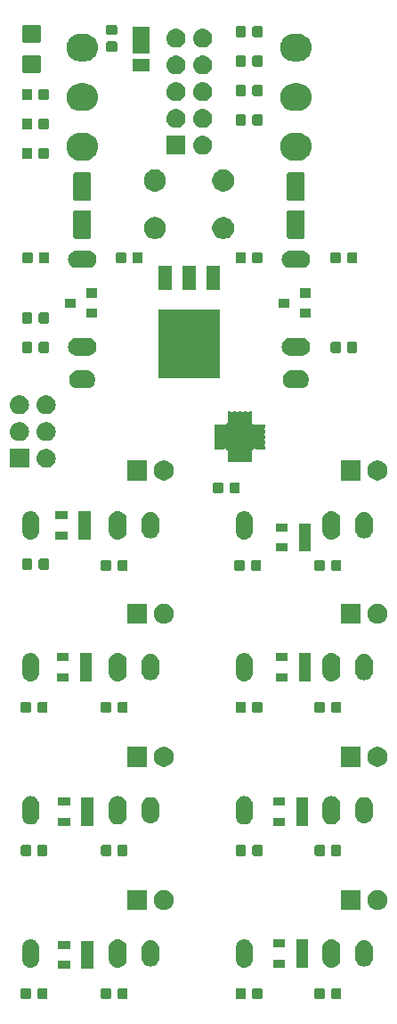
<source format=gbr>
G04 #@! TF.GenerationSoftware,KiCad,Pcbnew,5.0.2-bee76a0~70~ubuntu18.04.1*
G04 #@! TF.CreationDate,2019-01-03T15:41:27+08:00*
G04 #@! TF.ProjectId,Divider,44697669-6465-4722-9e6b-696361645f70,rev?*
G04 #@! TF.SameCoordinates,PX8d9ee20PY6422c40*
G04 #@! TF.FileFunction,Soldermask,Bot*
G04 #@! TF.FilePolarity,Negative*
%FSLAX46Y46*%
G04 Gerber Fmt 4.6, Leading zero omitted, Abs format (unit mm)*
G04 Created by KiCad (PCBNEW 5.0.2-bee76a0~70~ubuntu18.04.1) date Thu Jan  3 15:41:27 2019*
%MOMM*%
%LPD*%
G01*
G04 APERTURE LIST*
%ADD10C,0.100000*%
G04 APERTURE END LIST*
D10*
G36*
X-5982409Y-43928085D02*
X-5948431Y-43938393D01*
X-5917113Y-43955133D01*
X-5889661Y-43977661D01*
X-5867133Y-44005113D01*
X-5850393Y-44036431D01*
X-5840085Y-44070409D01*
X-5836000Y-44111890D01*
X-5836000Y-44788110D01*
X-5840085Y-44829591D01*
X-5850393Y-44863569D01*
X-5867133Y-44894887D01*
X-5889661Y-44922339D01*
X-5917113Y-44944867D01*
X-5948431Y-44961607D01*
X-5982409Y-44971915D01*
X-6023890Y-44976000D01*
X-6625110Y-44976000D01*
X-6666591Y-44971915D01*
X-6700569Y-44961607D01*
X-6731887Y-44944867D01*
X-6759339Y-44922339D01*
X-6781867Y-44894887D01*
X-6798607Y-44863569D01*
X-6808915Y-44829591D01*
X-6813000Y-44788110D01*
X-6813000Y-44111890D01*
X-6808915Y-44070409D01*
X-6798607Y-44036431D01*
X-6781867Y-44005113D01*
X-6759339Y-43977661D01*
X-6731887Y-43955133D01*
X-6700569Y-43938393D01*
X-6666591Y-43928085D01*
X-6625110Y-43924000D01*
X-6023890Y-43924000D01*
X-5982409Y-43928085D01*
X-5982409Y-43928085D01*
G37*
G36*
X12762591Y-43928085D02*
X12796569Y-43938393D01*
X12827887Y-43955133D01*
X12855339Y-43977661D01*
X12877867Y-44005113D01*
X12894607Y-44036431D01*
X12904915Y-44070409D01*
X12909000Y-44111890D01*
X12909000Y-44788110D01*
X12904915Y-44829591D01*
X12894607Y-44863569D01*
X12877867Y-44894887D01*
X12855339Y-44922339D01*
X12827887Y-44944867D01*
X12796569Y-44961607D01*
X12762591Y-44971915D01*
X12721110Y-44976000D01*
X12119890Y-44976000D01*
X12078409Y-44971915D01*
X12044431Y-44961607D01*
X12013113Y-44944867D01*
X11985661Y-44922339D01*
X11963133Y-44894887D01*
X11946393Y-44863569D01*
X11936085Y-44829591D01*
X11932000Y-44788110D01*
X11932000Y-44111890D01*
X11936085Y-44070409D01*
X11946393Y-44036431D01*
X11963133Y-44005113D01*
X11985661Y-43977661D01*
X12013113Y-43955133D01*
X12044431Y-43938393D01*
X12078409Y-43928085D01*
X12119890Y-43924000D01*
X12721110Y-43924000D01*
X12762591Y-43928085D01*
X12762591Y-43928085D01*
G37*
G36*
X6844591Y-43928085D02*
X6878569Y-43938393D01*
X6909887Y-43955133D01*
X6937339Y-43977661D01*
X6959867Y-44005113D01*
X6976607Y-44036431D01*
X6986915Y-44070409D01*
X6991000Y-44111890D01*
X6991000Y-44788110D01*
X6986915Y-44829591D01*
X6976607Y-44863569D01*
X6959867Y-44894887D01*
X6937339Y-44922339D01*
X6909887Y-44944867D01*
X6878569Y-44961607D01*
X6844591Y-44971915D01*
X6803110Y-44976000D01*
X6201890Y-44976000D01*
X6160409Y-44971915D01*
X6126431Y-44961607D01*
X6095113Y-44944867D01*
X6067661Y-44922339D01*
X6045133Y-44894887D01*
X6028393Y-44863569D01*
X6018085Y-44829591D01*
X6014000Y-44788110D01*
X6014000Y-44111890D01*
X6018085Y-44070409D01*
X6028393Y-44036431D01*
X6045133Y-44005113D01*
X6067661Y-43977661D01*
X6095113Y-43955133D01*
X6126431Y-43938393D01*
X6160409Y-43928085D01*
X6201890Y-43924000D01*
X6803110Y-43924000D01*
X6844591Y-43928085D01*
X6844591Y-43928085D01*
G37*
G36*
X5269591Y-43928085D02*
X5303569Y-43938393D01*
X5334887Y-43955133D01*
X5362339Y-43977661D01*
X5384867Y-44005113D01*
X5401607Y-44036431D01*
X5411915Y-44070409D01*
X5416000Y-44111890D01*
X5416000Y-44788110D01*
X5411915Y-44829591D01*
X5401607Y-44863569D01*
X5384867Y-44894887D01*
X5362339Y-44922339D01*
X5334887Y-44944867D01*
X5303569Y-44961607D01*
X5269591Y-44971915D01*
X5228110Y-44976000D01*
X4626890Y-44976000D01*
X4585409Y-44971915D01*
X4551431Y-44961607D01*
X4520113Y-44944867D01*
X4492661Y-44922339D01*
X4470133Y-44894887D01*
X4453393Y-44863569D01*
X4443085Y-44829591D01*
X4439000Y-44788110D01*
X4439000Y-44111890D01*
X4443085Y-44070409D01*
X4453393Y-44036431D01*
X4470133Y-44005113D01*
X4492661Y-43977661D01*
X4520113Y-43955133D01*
X4551431Y-43938393D01*
X4585409Y-43928085D01*
X4626890Y-43924000D01*
X5228110Y-43924000D01*
X5269591Y-43928085D01*
X5269591Y-43928085D01*
G37*
G36*
X14337591Y-43928085D02*
X14371569Y-43938393D01*
X14402887Y-43955133D01*
X14430339Y-43977661D01*
X14452867Y-44005113D01*
X14469607Y-44036431D01*
X14479915Y-44070409D01*
X14484000Y-44111890D01*
X14484000Y-44788110D01*
X14479915Y-44829591D01*
X14469607Y-44863569D01*
X14452867Y-44894887D01*
X14430339Y-44922339D01*
X14402887Y-44944867D01*
X14371569Y-44961607D01*
X14337591Y-44971915D01*
X14296110Y-44976000D01*
X13694890Y-44976000D01*
X13653409Y-44971915D01*
X13619431Y-44961607D01*
X13588113Y-44944867D01*
X13560661Y-44922339D01*
X13538133Y-44894887D01*
X13521393Y-44863569D01*
X13511085Y-44829591D01*
X13507000Y-44788110D01*
X13507000Y-44111890D01*
X13511085Y-44070409D01*
X13521393Y-44036431D01*
X13538133Y-44005113D01*
X13560661Y-43977661D01*
X13588113Y-43955133D01*
X13619431Y-43938393D01*
X13653409Y-43928085D01*
X13694890Y-43924000D01*
X14296110Y-43924000D01*
X14337591Y-43928085D01*
X14337591Y-43928085D01*
G37*
G36*
X-15177409Y-43928085D02*
X-15143431Y-43938393D01*
X-15112113Y-43955133D01*
X-15084661Y-43977661D01*
X-15062133Y-44005113D01*
X-15045393Y-44036431D01*
X-15035085Y-44070409D01*
X-15031000Y-44111890D01*
X-15031000Y-44788110D01*
X-15035085Y-44829591D01*
X-15045393Y-44863569D01*
X-15062133Y-44894887D01*
X-15084661Y-44922339D01*
X-15112113Y-44944867D01*
X-15143431Y-44961607D01*
X-15177409Y-44971915D01*
X-15218890Y-44976000D01*
X-15820110Y-44976000D01*
X-15861591Y-44971915D01*
X-15895569Y-44961607D01*
X-15926887Y-44944867D01*
X-15954339Y-44922339D01*
X-15976867Y-44894887D01*
X-15993607Y-44863569D01*
X-16003915Y-44829591D01*
X-16008000Y-44788110D01*
X-16008000Y-44111890D01*
X-16003915Y-44070409D01*
X-15993607Y-44036431D01*
X-15976867Y-44005113D01*
X-15954339Y-43977661D01*
X-15926887Y-43955133D01*
X-15895569Y-43938393D01*
X-15861591Y-43928085D01*
X-15820110Y-43924000D01*
X-15218890Y-43924000D01*
X-15177409Y-43928085D01*
X-15177409Y-43928085D01*
G37*
G36*
X-7557409Y-43928085D02*
X-7523431Y-43938393D01*
X-7492113Y-43955133D01*
X-7464661Y-43977661D01*
X-7442133Y-44005113D01*
X-7425393Y-44036431D01*
X-7415085Y-44070409D01*
X-7411000Y-44111890D01*
X-7411000Y-44788110D01*
X-7415085Y-44829591D01*
X-7425393Y-44863569D01*
X-7442133Y-44894887D01*
X-7464661Y-44922339D01*
X-7492113Y-44944867D01*
X-7523431Y-44961607D01*
X-7557409Y-44971915D01*
X-7598890Y-44976000D01*
X-8200110Y-44976000D01*
X-8241591Y-44971915D01*
X-8275569Y-44961607D01*
X-8306887Y-44944867D01*
X-8334339Y-44922339D01*
X-8356867Y-44894887D01*
X-8373607Y-44863569D01*
X-8383915Y-44829591D01*
X-8388000Y-44788110D01*
X-8388000Y-44111890D01*
X-8383915Y-44070409D01*
X-8373607Y-44036431D01*
X-8356867Y-44005113D01*
X-8334339Y-43977661D01*
X-8306887Y-43955133D01*
X-8275569Y-43938393D01*
X-8241591Y-43928085D01*
X-8200110Y-43924000D01*
X-7598890Y-43924000D01*
X-7557409Y-43928085D01*
X-7557409Y-43928085D01*
G37*
G36*
X-13602409Y-43928085D02*
X-13568431Y-43938393D01*
X-13537113Y-43955133D01*
X-13509661Y-43977661D01*
X-13487133Y-44005113D01*
X-13470393Y-44036431D01*
X-13460085Y-44070409D01*
X-13456000Y-44111890D01*
X-13456000Y-44788110D01*
X-13460085Y-44829591D01*
X-13470393Y-44863569D01*
X-13487133Y-44894887D01*
X-13509661Y-44922339D01*
X-13537113Y-44944867D01*
X-13568431Y-44961607D01*
X-13602409Y-44971915D01*
X-13643890Y-44976000D01*
X-14245110Y-44976000D01*
X-14286591Y-44971915D01*
X-14320569Y-44961607D01*
X-14351887Y-44944867D01*
X-14379339Y-44922339D01*
X-14401867Y-44894887D01*
X-14418607Y-44863569D01*
X-14428915Y-44829591D01*
X-14433000Y-44788110D01*
X-14433000Y-44111890D01*
X-14428915Y-44070409D01*
X-14418607Y-44036431D01*
X-14401867Y-44005113D01*
X-14379339Y-43977661D01*
X-14351887Y-43955133D01*
X-14320569Y-43938393D01*
X-14286591Y-43928085D01*
X-14245110Y-43924000D01*
X-13643890Y-43924000D01*
X-13602409Y-43928085D01*
X-13602409Y-43928085D01*
G37*
G36*
X-11314000Y-42093000D02*
X-12476000Y-42093000D01*
X-12476000Y-41341000D01*
X-11314000Y-41341000D01*
X-11314000Y-42093000D01*
X-11314000Y-42093000D01*
G37*
G36*
X-9114000Y-42093000D02*
X-10276000Y-42093000D01*
X-10276000Y-39441000D01*
X-9114000Y-39441000D01*
X-9114000Y-42093000D01*
X-9114000Y-42093000D01*
G37*
G36*
X13706820Y-39301313D02*
X13706823Y-39301314D01*
X13706824Y-39301314D01*
X13867238Y-39349975D01*
X13867240Y-39349976D01*
X13867243Y-39349977D01*
X14015078Y-39428995D01*
X14144659Y-39535341D01*
X14251005Y-39664922D01*
X14330023Y-39812756D01*
X14330023Y-39812757D01*
X14330025Y-39812761D01*
X14366492Y-39932977D01*
X14378687Y-39973179D01*
X14391000Y-40098196D01*
X14391000Y-41181803D01*
X14378687Y-41306821D01*
X14378686Y-41306824D01*
X14378686Y-41306825D01*
X14360360Y-41367239D01*
X14330023Y-41467244D01*
X14251005Y-41615078D01*
X14144659Y-41744659D01*
X14015078Y-41851005D01*
X13867244Y-41930023D01*
X13867241Y-41930024D01*
X13867239Y-41930025D01*
X13706825Y-41978686D01*
X13706824Y-41978686D01*
X13706821Y-41978687D01*
X13540000Y-41995117D01*
X13373180Y-41978687D01*
X13373177Y-41978686D01*
X13373176Y-41978686D01*
X13212762Y-41930025D01*
X13212760Y-41930024D01*
X13212757Y-41930023D01*
X13064923Y-41851005D01*
X12935342Y-41744659D01*
X12828996Y-41615078D01*
X12749978Y-41467244D01*
X12719642Y-41367239D01*
X12701315Y-41306825D01*
X12701315Y-41306824D01*
X12701314Y-41306821D01*
X12689001Y-41181804D01*
X12689000Y-40098197D01*
X12701313Y-39973180D01*
X12701314Y-39973176D01*
X12749975Y-39812762D01*
X12749976Y-39812760D01*
X12749977Y-39812757D01*
X12828995Y-39664922D01*
X12935341Y-39535341D01*
X13064922Y-39428995D01*
X13212756Y-39349977D01*
X13212759Y-39349976D01*
X13212761Y-39349975D01*
X13373175Y-39301314D01*
X13373176Y-39301314D01*
X13373179Y-39301313D01*
X13540000Y-39284883D01*
X13706820Y-39301313D01*
X13706820Y-39301313D01*
G37*
G36*
X-6613180Y-39301313D02*
X-6613177Y-39301314D01*
X-6613176Y-39301314D01*
X-6452762Y-39349975D01*
X-6452760Y-39349976D01*
X-6452757Y-39349977D01*
X-6304922Y-39428995D01*
X-6175341Y-39535341D01*
X-6068995Y-39664922D01*
X-5989977Y-39812756D01*
X-5989977Y-39812757D01*
X-5989975Y-39812761D01*
X-5953508Y-39932977D01*
X-5941313Y-39973179D01*
X-5929000Y-40098196D01*
X-5929000Y-41181803D01*
X-5941313Y-41306821D01*
X-5941314Y-41306824D01*
X-5941314Y-41306825D01*
X-5959640Y-41367239D01*
X-5989977Y-41467244D01*
X-6068995Y-41615078D01*
X-6175341Y-41744659D01*
X-6304922Y-41851005D01*
X-6452756Y-41930023D01*
X-6452759Y-41930024D01*
X-6452761Y-41930025D01*
X-6613175Y-41978686D01*
X-6613176Y-41978686D01*
X-6613179Y-41978687D01*
X-6780000Y-41995117D01*
X-6946820Y-41978687D01*
X-6946823Y-41978686D01*
X-6946824Y-41978686D01*
X-7107238Y-41930025D01*
X-7107240Y-41930024D01*
X-7107243Y-41930023D01*
X-7255077Y-41851005D01*
X-7384658Y-41744659D01*
X-7491004Y-41615078D01*
X-7570022Y-41467244D01*
X-7600358Y-41367239D01*
X-7618685Y-41306825D01*
X-7618685Y-41306824D01*
X-7618686Y-41306821D01*
X-7630999Y-41181804D01*
X-7631000Y-40098197D01*
X-7618687Y-39973180D01*
X-7618686Y-39973176D01*
X-7570025Y-39812762D01*
X-7570024Y-39812760D01*
X-7570023Y-39812757D01*
X-7491005Y-39664922D01*
X-7384659Y-39535341D01*
X-7255078Y-39428995D01*
X-7107244Y-39349977D01*
X-7107241Y-39349976D01*
X-7107239Y-39349975D01*
X-6946825Y-39301314D01*
X-6946824Y-39301314D01*
X-6946821Y-39301313D01*
X-6780000Y-39284883D01*
X-6613180Y-39301313D01*
X-6613180Y-39301313D01*
G37*
G36*
X5397024Y-39300590D02*
X5548011Y-39346392D01*
X5687161Y-39420768D01*
X5722750Y-39449975D01*
X5809133Y-39520867D01*
X5809134Y-39520869D01*
X5809136Y-39520870D01*
X5909230Y-39642835D01*
X5983608Y-39781988D01*
X6029410Y-39932975D01*
X6041000Y-40050654D01*
X6041000Y-41229346D01*
X6029410Y-41347025D01*
X5983608Y-41498012D01*
X5909230Y-41637165D01*
X5809133Y-41759133D01*
X5687165Y-41859230D01*
X5548012Y-41933608D01*
X5397025Y-41979410D01*
X5240000Y-41994875D01*
X5082976Y-41979410D01*
X4931989Y-41933608D01*
X4792836Y-41859230D01*
X4670868Y-41759133D01*
X4570771Y-41637165D01*
X4496393Y-41498012D01*
X4450591Y-41347025D01*
X4439001Y-41229346D01*
X4439000Y-40050655D01*
X4450590Y-39932976D01*
X4496392Y-39781989D01*
X4570768Y-39642839D01*
X4670865Y-39520870D01*
X4670867Y-39520867D01*
X4670869Y-39520866D01*
X4670870Y-39520864D01*
X4792835Y-39420770D01*
X4931988Y-39346392D01*
X5082975Y-39300590D01*
X5240000Y-39285125D01*
X5397024Y-39300590D01*
X5397024Y-39300590D01*
G37*
G36*
X-14922976Y-39300590D02*
X-14771989Y-39346392D01*
X-14632839Y-39420768D01*
X-14597250Y-39449975D01*
X-14510867Y-39520867D01*
X-14510866Y-39520869D01*
X-14510864Y-39520870D01*
X-14410770Y-39642835D01*
X-14336392Y-39781988D01*
X-14290590Y-39932975D01*
X-14279000Y-40050654D01*
X-14279000Y-41229346D01*
X-14290590Y-41347025D01*
X-14336392Y-41498012D01*
X-14410770Y-41637165D01*
X-14510867Y-41759133D01*
X-14632835Y-41859230D01*
X-14771988Y-41933608D01*
X-14922975Y-41979410D01*
X-15080000Y-41994875D01*
X-15237024Y-41979410D01*
X-15388011Y-41933608D01*
X-15527164Y-41859230D01*
X-15649132Y-41759133D01*
X-15749229Y-41637165D01*
X-15823607Y-41498012D01*
X-15869409Y-41347025D01*
X-15880999Y-41229346D01*
X-15881000Y-40050655D01*
X-15869410Y-39932976D01*
X-15823608Y-39781989D01*
X-15749232Y-39642839D01*
X-15649135Y-39520870D01*
X-15649133Y-39520867D01*
X-15649131Y-39520866D01*
X-15649130Y-39520864D01*
X-15527165Y-39420770D01*
X-15388012Y-39346392D01*
X-15237025Y-39300590D01*
X-15080000Y-39285125D01*
X-14922976Y-39300590D01*
X-14922976Y-39300590D01*
G37*
G36*
X9133000Y-41966000D02*
X7971000Y-41966000D01*
X7971000Y-41214000D01*
X9133000Y-41214000D01*
X9133000Y-41966000D01*
X9133000Y-41966000D01*
G37*
G36*
X11333000Y-41966000D02*
X10171000Y-41966000D01*
X10171000Y-39314000D01*
X11333000Y-39314000D01*
X11333000Y-41966000D01*
X11333000Y-41966000D01*
G37*
G36*
X16806820Y-39401313D02*
X16806823Y-39401314D01*
X16806824Y-39401314D01*
X16967238Y-39449975D01*
X16967240Y-39449976D01*
X16967243Y-39449977D01*
X17115078Y-39528995D01*
X17244659Y-39635341D01*
X17351005Y-39764922D01*
X17430023Y-39912756D01*
X17430023Y-39912757D01*
X17430025Y-39912761D01*
X17471855Y-40050656D01*
X17478687Y-40073179D01*
X17491000Y-40198196D01*
X17491000Y-41081803D01*
X17478687Y-41206820D01*
X17478686Y-41206822D01*
X17478686Y-41206825D01*
X17430025Y-41367239D01*
X17430023Y-41367244D01*
X17351005Y-41515078D01*
X17244659Y-41644659D01*
X17115078Y-41751005D01*
X16967244Y-41830023D01*
X16967241Y-41830024D01*
X16967239Y-41830025D01*
X16806825Y-41878686D01*
X16806824Y-41878686D01*
X16806821Y-41878687D01*
X16640000Y-41895117D01*
X16473180Y-41878687D01*
X16473177Y-41878686D01*
X16473176Y-41878686D01*
X16312762Y-41830025D01*
X16312760Y-41830024D01*
X16312757Y-41830023D01*
X16164923Y-41751005D01*
X16035342Y-41644659D01*
X15928996Y-41515078D01*
X15849978Y-41367244D01*
X15843845Y-41347025D01*
X15801315Y-41206825D01*
X15801315Y-41206824D01*
X15801314Y-41206821D01*
X15789000Y-41081803D01*
X15789000Y-40198197D01*
X15801313Y-40073180D01*
X15801314Y-40073176D01*
X15849975Y-39912762D01*
X15849976Y-39912760D01*
X15849977Y-39912757D01*
X15928995Y-39764922D01*
X16035341Y-39635341D01*
X16164922Y-39528995D01*
X16312756Y-39449977D01*
X16312759Y-39449976D01*
X16312761Y-39449975D01*
X16473175Y-39401314D01*
X16473176Y-39401314D01*
X16473179Y-39401313D01*
X16640000Y-39384883D01*
X16806820Y-39401313D01*
X16806820Y-39401313D01*
G37*
G36*
X-3513180Y-39401313D02*
X-3513177Y-39401314D01*
X-3513176Y-39401314D01*
X-3352762Y-39449975D01*
X-3352760Y-39449976D01*
X-3352757Y-39449977D01*
X-3204922Y-39528995D01*
X-3075341Y-39635341D01*
X-2968995Y-39764922D01*
X-2889977Y-39912756D01*
X-2889977Y-39912757D01*
X-2889975Y-39912761D01*
X-2848145Y-40050656D01*
X-2841313Y-40073179D01*
X-2829000Y-40198196D01*
X-2829000Y-41081803D01*
X-2841313Y-41206820D01*
X-2841314Y-41206822D01*
X-2841314Y-41206825D01*
X-2889975Y-41367239D01*
X-2889977Y-41367244D01*
X-2968995Y-41515078D01*
X-3075341Y-41644659D01*
X-3204922Y-41751005D01*
X-3352756Y-41830023D01*
X-3352759Y-41830024D01*
X-3352761Y-41830025D01*
X-3513175Y-41878686D01*
X-3513176Y-41878686D01*
X-3513179Y-41878687D01*
X-3680000Y-41895117D01*
X-3846820Y-41878687D01*
X-3846823Y-41878686D01*
X-3846824Y-41878686D01*
X-4007238Y-41830025D01*
X-4007240Y-41830024D01*
X-4007243Y-41830023D01*
X-4155077Y-41751005D01*
X-4284658Y-41644659D01*
X-4391004Y-41515078D01*
X-4470022Y-41367244D01*
X-4476155Y-41347025D01*
X-4518685Y-41206825D01*
X-4518685Y-41206824D01*
X-4518686Y-41206821D01*
X-4531000Y-41081803D01*
X-4531000Y-40198197D01*
X-4518687Y-40073180D01*
X-4518686Y-40073176D01*
X-4470025Y-39912762D01*
X-4470024Y-39912760D01*
X-4470023Y-39912757D01*
X-4391005Y-39764922D01*
X-4284659Y-39635341D01*
X-4155078Y-39528995D01*
X-4007244Y-39449977D01*
X-4007241Y-39449976D01*
X-4007239Y-39449975D01*
X-3846825Y-39401314D01*
X-3846824Y-39401314D01*
X-3846821Y-39401313D01*
X-3680000Y-39384883D01*
X-3513180Y-39401313D01*
X-3513180Y-39401313D01*
G37*
G36*
X-11314000Y-40193000D02*
X-12476000Y-40193000D01*
X-12476000Y-39441000D01*
X-11314000Y-39441000D01*
X-11314000Y-40193000D01*
X-11314000Y-40193000D01*
G37*
G36*
X9133000Y-40066000D02*
X7971000Y-40066000D01*
X7971000Y-39314000D01*
X9133000Y-39314000D01*
X9133000Y-40066000D01*
X9133000Y-40066000D01*
G37*
G36*
X16318000Y-36511000D02*
X14416000Y-36511000D01*
X14416000Y-34609000D01*
X16318000Y-34609000D01*
X16318000Y-36511000D01*
X16318000Y-36511000D01*
G37*
G36*
X18184396Y-34645546D02*
X18357466Y-34717234D01*
X18513230Y-34821312D01*
X18645688Y-34953770D01*
X18749766Y-35109534D01*
X18821454Y-35282604D01*
X18858000Y-35466333D01*
X18858000Y-35653667D01*
X18821454Y-35837396D01*
X18749766Y-36010466D01*
X18645688Y-36166230D01*
X18513230Y-36298688D01*
X18357466Y-36402766D01*
X18184396Y-36474454D01*
X18000667Y-36511000D01*
X17813333Y-36511000D01*
X17629604Y-36474454D01*
X17456534Y-36402766D01*
X17300770Y-36298688D01*
X17168312Y-36166230D01*
X17064234Y-36010466D01*
X16992546Y-35837396D01*
X16956000Y-35653667D01*
X16956000Y-35466333D01*
X16992546Y-35282604D01*
X17064234Y-35109534D01*
X17168312Y-34953770D01*
X17300770Y-34821312D01*
X17456534Y-34717234D01*
X17629604Y-34645546D01*
X17813333Y-34609000D01*
X18000667Y-34609000D01*
X18184396Y-34645546D01*
X18184396Y-34645546D01*
G37*
G36*
X-2135604Y-34645546D02*
X-1962534Y-34717234D01*
X-1806770Y-34821312D01*
X-1674312Y-34953770D01*
X-1570234Y-35109534D01*
X-1498546Y-35282604D01*
X-1462000Y-35466333D01*
X-1462000Y-35653667D01*
X-1498546Y-35837396D01*
X-1570234Y-36010466D01*
X-1674312Y-36166230D01*
X-1806770Y-36298688D01*
X-1962534Y-36402766D01*
X-2135604Y-36474454D01*
X-2319333Y-36511000D01*
X-2506667Y-36511000D01*
X-2690396Y-36474454D01*
X-2863466Y-36402766D01*
X-3019230Y-36298688D01*
X-3151688Y-36166230D01*
X-3255766Y-36010466D01*
X-3327454Y-35837396D01*
X-3364000Y-35653667D01*
X-3364000Y-35466333D01*
X-3327454Y-35282604D01*
X-3255766Y-35109534D01*
X-3151688Y-34953770D01*
X-3019230Y-34821312D01*
X-2863466Y-34717234D01*
X-2690396Y-34645546D01*
X-2506667Y-34609000D01*
X-2319333Y-34609000D01*
X-2135604Y-34645546D01*
X-2135604Y-34645546D01*
G37*
G36*
X-4002000Y-36511000D02*
X-5904000Y-36511000D01*
X-5904000Y-34609000D01*
X-4002000Y-34609000D01*
X-4002000Y-36511000D01*
X-4002000Y-36511000D01*
G37*
G36*
X-13602409Y-30339085D02*
X-13568431Y-30349393D01*
X-13537113Y-30366133D01*
X-13509661Y-30388661D01*
X-13487133Y-30416113D01*
X-13470393Y-30447431D01*
X-13460085Y-30481409D01*
X-13456000Y-30522890D01*
X-13456000Y-31199110D01*
X-13460085Y-31240591D01*
X-13470393Y-31274569D01*
X-13487133Y-31305887D01*
X-13509661Y-31333339D01*
X-13537113Y-31355867D01*
X-13568431Y-31372607D01*
X-13602409Y-31382915D01*
X-13643890Y-31387000D01*
X-14245110Y-31387000D01*
X-14286591Y-31382915D01*
X-14320569Y-31372607D01*
X-14351887Y-31355867D01*
X-14379339Y-31333339D01*
X-14401867Y-31305887D01*
X-14418607Y-31274569D01*
X-14428915Y-31240591D01*
X-14433000Y-31199110D01*
X-14433000Y-30522890D01*
X-14428915Y-30481409D01*
X-14418607Y-30447431D01*
X-14401867Y-30416113D01*
X-14379339Y-30388661D01*
X-14351887Y-30366133D01*
X-14320569Y-30349393D01*
X-14286591Y-30339085D01*
X-14245110Y-30335000D01*
X-13643890Y-30335000D01*
X-13602409Y-30339085D01*
X-13602409Y-30339085D01*
G37*
G36*
X-5982409Y-30339085D02*
X-5948431Y-30349393D01*
X-5917113Y-30366133D01*
X-5889661Y-30388661D01*
X-5867133Y-30416113D01*
X-5850393Y-30447431D01*
X-5840085Y-30481409D01*
X-5836000Y-30522890D01*
X-5836000Y-31199110D01*
X-5840085Y-31240591D01*
X-5850393Y-31274569D01*
X-5867133Y-31305887D01*
X-5889661Y-31333339D01*
X-5917113Y-31355867D01*
X-5948431Y-31372607D01*
X-5982409Y-31382915D01*
X-6023890Y-31387000D01*
X-6625110Y-31387000D01*
X-6666591Y-31382915D01*
X-6700569Y-31372607D01*
X-6731887Y-31355867D01*
X-6759339Y-31333339D01*
X-6781867Y-31305887D01*
X-6798607Y-31274569D01*
X-6808915Y-31240591D01*
X-6813000Y-31199110D01*
X-6813000Y-30522890D01*
X-6808915Y-30481409D01*
X-6798607Y-30447431D01*
X-6781867Y-30416113D01*
X-6759339Y-30388661D01*
X-6731887Y-30366133D01*
X-6700569Y-30349393D01*
X-6666591Y-30339085D01*
X-6625110Y-30335000D01*
X-6023890Y-30335000D01*
X-5982409Y-30339085D01*
X-5982409Y-30339085D01*
G37*
G36*
X-7557409Y-30339085D02*
X-7523431Y-30349393D01*
X-7492113Y-30366133D01*
X-7464661Y-30388661D01*
X-7442133Y-30416113D01*
X-7425393Y-30447431D01*
X-7415085Y-30481409D01*
X-7411000Y-30522890D01*
X-7411000Y-31199110D01*
X-7415085Y-31240591D01*
X-7425393Y-31274569D01*
X-7442133Y-31305887D01*
X-7464661Y-31333339D01*
X-7492113Y-31355867D01*
X-7523431Y-31372607D01*
X-7557409Y-31382915D01*
X-7598890Y-31387000D01*
X-8200110Y-31387000D01*
X-8241591Y-31382915D01*
X-8275569Y-31372607D01*
X-8306887Y-31355867D01*
X-8334339Y-31333339D01*
X-8356867Y-31305887D01*
X-8373607Y-31274569D01*
X-8383915Y-31240591D01*
X-8388000Y-31199110D01*
X-8388000Y-30522890D01*
X-8383915Y-30481409D01*
X-8373607Y-30447431D01*
X-8356867Y-30416113D01*
X-8334339Y-30388661D01*
X-8306887Y-30366133D01*
X-8275569Y-30349393D01*
X-8241591Y-30339085D01*
X-8200110Y-30335000D01*
X-7598890Y-30335000D01*
X-7557409Y-30339085D01*
X-7557409Y-30339085D01*
G37*
G36*
X-15177409Y-30339085D02*
X-15143431Y-30349393D01*
X-15112113Y-30366133D01*
X-15084661Y-30388661D01*
X-15062133Y-30416113D01*
X-15045393Y-30447431D01*
X-15035085Y-30481409D01*
X-15031000Y-30522890D01*
X-15031000Y-31199110D01*
X-15035085Y-31240591D01*
X-15045393Y-31274569D01*
X-15062133Y-31305887D01*
X-15084661Y-31333339D01*
X-15112113Y-31355867D01*
X-15143431Y-31372607D01*
X-15177409Y-31382915D01*
X-15218890Y-31387000D01*
X-15820110Y-31387000D01*
X-15861591Y-31382915D01*
X-15895569Y-31372607D01*
X-15926887Y-31355867D01*
X-15954339Y-31333339D01*
X-15976867Y-31305887D01*
X-15993607Y-31274569D01*
X-16003915Y-31240591D01*
X-16008000Y-31199110D01*
X-16008000Y-30522890D01*
X-16003915Y-30481409D01*
X-15993607Y-30447431D01*
X-15976867Y-30416113D01*
X-15954339Y-30388661D01*
X-15926887Y-30366133D01*
X-15895569Y-30349393D01*
X-15861591Y-30339085D01*
X-15820110Y-30335000D01*
X-15218890Y-30335000D01*
X-15177409Y-30339085D01*
X-15177409Y-30339085D01*
G37*
G36*
X5269591Y-30339085D02*
X5303569Y-30349393D01*
X5334887Y-30366133D01*
X5362339Y-30388661D01*
X5384867Y-30416113D01*
X5401607Y-30447431D01*
X5411915Y-30481409D01*
X5416000Y-30522890D01*
X5416000Y-31199110D01*
X5411915Y-31240591D01*
X5401607Y-31274569D01*
X5384867Y-31305887D01*
X5362339Y-31333339D01*
X5334887Y-31355867D01*
X5303569Y-31372607D01*
X5269591Y-31382915D01*
X5228110Y-31387000D01*
X4626890Y-31387000D01*
X4585409Y-31382915D01*
X4551431Y-31372607D01*
X4520113Y-31355867D01*
X4492661Y-31333339D01*
X4470133Y-31305887D01*
X4453393Y-31274569D01*
X4443085Y-31240591D01*
X4439000Y-31199110D01*
X4439000Y-30522890D01*
X4443085Y-30481409D01*
X4453393Y-30447431D01*
X4470133Y-30416113D01*
X4492661Y-30388661D01*
X4520113Y-30366133D01*
X4551431Y-30349393D01*
X4585409Y-30339085D01*
X4626890Y-30335000D01*
X5228110Y-30335000D01*
X5269591Y-30339085D01*
X5269591Y-30339085D01*
G37*
G36*
X6844591Y-30339085D02*
X6878569Y-30349393D01*
X6909887Y-30366133D01*
X6937339Y-30388661D01*
X6959867Y-30416113D01*
X6976607Y-30447431D01*
X6986915Y-30481409D01*
X6991000Y-30522890D01*
X6991000Y-31199110D01*
X6986915Y-31240591D01*
X6976607Y-31274569D01*
X6959867Y-31305887D01*
X6937339Y-31333339D01*
X6909887Y-31355867D01*
X6878569Y-31372607D01*
X6844591Y-31382915D01*
X6803110Y-31387000D01*
X6201890Y-31387000D01*
X6160409Y-31382915D01*
X6126431Y-31372607D01*
X6095113Y-31355867D01*
X6067661Y-31333339D01*
X6045133Y-31305887D01*
X6028393Y-31274569D01*
X6018085Y-31240591D01*
X6014000Y-31199110D01*
X6014000Y-30522890D01*
X6018085Y-30481409D01*
X6028393Y-30447431D01*
X6045133Y-30416113D01*
X6067661Y-30388661D01*
X6095113Y-30366133D01*
X6126431Y-30349393D01*
X6160409Y-30339085D01*
X6201890Y-30335000D01*
X6803110Y-30335000D01*
X6844591Y-30339085D01*
X6844591Y-30339085D01*
G37*
G36*
X12762591Y-30339085D02*
X12796569Y-30349393D01*
X12827887Y-30366133D01*
X12855339Y-30388661D01*
X12877867Y-30416113D01*
X12894607Y-30447431D01*
X12904915Y-30481409D01*
X12909000Y-30522890D01*
X12909000Y-31199110D01*
X12904915Y-31240591D01*
X12894607Y-31274569D01*
X12877867Y-31305887D01*
X12855339Y-31333339D01*
X12827887Y-31355867D01*
X12796569Y-31372607D01*
X12762591Y-31382915D01*
X12721110Y-31387000D01*
X12119890Y-31387000D01*
X12078409Y-31382915D01*
X12044431Y-31372607D01*
X12013113Y-31355867D01*
X11985661Y-31333339D01*
X11963133Y-31305887D01*
X11946393Y-31274569D01*
X11936085Y-31240591D01*
X11932000Y-31199110D01*
X11932000Y-30522890D01*
X11936085Y-30481409D01*
X11946393Y-30447431D01*
X11963133Y-30416113D01*
X11985661Y-30388661D01*
X12013113Y-30366133D01*
X12044431Y-30349393D01*
X12078409Y-30339085D01*
X12119890Y-30335000D01*
X12721110Y-30335000D01*
X12762591Y-30339085D01*
X12762591Y-30339085D01*
G37*
G36*
X14337591Y-30339085D02*
X14371569Y-30349393D01*
X14402887Y-30366133D01*
X14430339Y-30388661D01*
X14452867Y-30416113D01*
X14469607Y-30447431D01*
X14479915Y-30481409D01*
X14484000Y-30522890D01*
X14484000Y-31199110D01*
X14479915Y-31240591D01*
X14469607Y-31274569D01*
X14452867Y-31305887D01*
X14430339Y-31333339D01*
X14402887Y-31355867D01*
X14371569Y-31372607D01*
X14337591Y-31382915D01*
X14296110Y-31387000D01*
X13694890Y-31387000D01*
X13653409Y-31382915D01*
X13619431Y-31372607D01*
X13588113Y-31355867D01*
X13560661Y-31333339D01*
X13538133Y-31305887D01*
X13521393Y-31274569D01*
X13511085Y-31240591D01*
X13507000Y-31199110D01*
X13507000Y-30522890D01*
X13511085Y-30481409D01*
X13521393Y-30447431D01*
X13538133Y-30416113D01*
X13560661Y-30388661D01*
X13588113Y-30366133D01*
X13619431Y-30349393D01*
X13653409Y-30339085D01*
X13694890Y-30335000D01*
X14296110Y-30335000D01*
X14337591Y-30339085D01*
X14337591Y-30339085D01*
G37*
G36*
X9133000Y-28504000D02*
X7971000Y-28504000D01*
X7971000Y-27752000D01*
X9133000Y-27752000D01*
X9133000Y-28504000D01*
X9133000Y-28504000D01*
G37*
G36*
X11333000Y-28504000D02*
X10171000Y-28504000D01*
X10171000Y-25852000D01*
X11333000Y-25852000D01*
X11333000Y-28504000D01*
X11333000Y-28504000D01*
G37*
G36*
X-11314000Y-28504000D02*
X-12476000Y-28504000D01*
X-12476000Y-27752000D01*
X-11314000Y-27752000D01*
X-11314000Y-28504000D01*
X-11314000Y-28504000D01*
G37*
G36*
X-9114000Y-28504000D02*
X-10276000Y-28504000D01*
X-10276000Y-25852000D01*
X-9114000Y-25852000D01*
X-9114000Y-28504000D01*
X-9114000Y-28504000D01*
G37*
G36*
X13706820Y-25712313D02*
X13706823Y-25712314D01*
X13706824Y-25712314D01*
X13867238Y-25760975D01*
X13867240Y-25760976D01*
X13867243Y-25760977D01*
X14015078Y-25839995D01*
X14144659Y-25946341D01*
X14251005Y-26075922D01*
X14330023Y-26223756D01*
X14330023Y-26223757D01*
X14330025Y-26223761D01*
X14366492Y-26343977D01*
X14378687Y-26384179D01*
X14391000Y-26509196D01*
X14391000Y-27592803D01*
X14378687Y-27717821D01*
X14378686Y-27717824D01*
X14378686Y-27717825D01*
X14360360Y-27778239D01*
X14330023Y-27878244D01*
X14251005Y-28026078D01*
X14144659Y-28155659D01*
X14015078Y-28262005D01*
X13867244Y-28341023D01*
X13867241Y-28341024D01*
X13867239Y-28341025D01*
X13706825Y-28389686D01*
X13706824Y-28389686D01*
X13706821Y-28389687D01*
X13540000Y-28406117D01*
X13373180Y-28389687D01*
X13373177Y-28389686D01*
X13373176Y-28389686D01*
X13212762Y-28341025D01*
X13212760Y-28341024D01*
X13212757Y-28341023D01*
X13064923Y-28262005D01*
X12935342Y-28155659D01*
X12828996Y-28026078D01*
X12749978Y-27878244D01*
X12719642Y-27778239D01*
X12701315Y-27717825D01*
X12701315Y-27717824D01*
X12701314Y-27717821D01*
X12689001Y-27592804D01*
X12689000Y-26509197D01*
X12701313Y-26384180D01*
X12701314Y-26384176D01*
X12749975Y-26223762D01*
X12749976Y-26223760D01*
X12749977Y-26223757D01*
X12828995Y-26075922D01*
X12935341Y-25946341D01*
X13064922Y-25839995D01*
X13212756Y-25760977D01*
X13212759Y-25760976D01*
X13212761Y-25760975D01*
X13373175Y-25712314D01*
X13373176Y-25712314D01*
X13373179Y-25712313D01*
X13540000Y-25695883D01*
X13706820Y-25712313D01*
X13706820Y-25712313D01*
G37*
G36*
X-6613180Y-25712313D02*
X-6613177Y-25712314D01*
X-6613176Y-25712314D01*
X-6452762Y-25760975D01*
X-6452760Y-25760976D01*
X-6452757Y-25760977D01*
X-6304922Y-25839995D01*
X-6175341Y-25946341D01*
X-6068995Y-26075922D01*
X-5989977Y-26223756D01*
X-5989977Y-26223757D01*
X-5989975Y-26223761D01*
X-5953508Y-26343977D01*
X-5941313Y-26384179D01*
X-5929000Y-26509196D01*
X-5929000Y-27592803D01*
X-5941313Y-27717821D01*
X-5941314Y-27717824D01*
X-5941314Y-27717825D01*
X-5959640Y-27778239D01*
X-5989977Y-27878244D01*
X-6068995Y-28026078D01*
X-6175341Y-28155659D01*
X-6304922Y-28262005D01*
X-6452756Y-28341023D01*
X-6452759Y-28341024D01*
X-6452761Y-28341025D01*
X-6613175Y-28389686D01*
X-6613176Y-28389686D01*
X-6613179Y-28389687D01*
X-6780000Y-28406117D01*
X-6946820Y-28389687D01*
X-6946823Y-28389686D01*
X-6946824Y-28389686D01*
X-7107238Y-28341025D01*
X-7107240Y-28341024D01*
X-7107243Y-28341023D01*
X-7255077Y-28262005D01*
X-7384658Y-28155659D01*
X-7491004Y-28026078D01*
X-7570022Y-27878244D01*
X-7600358Y-27778239D01*
X-7618685Y-27717825D01*
X-7618685Y-27717824D01*
X-7618686Y-27717821D01*
X-7630999Y-27592804D01*
X-7631000Y-26509197D01*
X-7618687Y-26384180D01*
X-7618686Y-26384176D01*
X-7570025Y-26223762D01*
X-7570024Y-26223760D01*
X-7570023Y-26223757D01*
X-7491005Y-26075922D01*
X-7384659Y-25946341D01*
X-7255078Y-25839995D01*
X-7107244Y-25760977D01*
X-7107241Y-25760976D01*
X-7107239Y-25760975D01*
X-6946825Y-25712314D01*
X-6946824Y-25712314D01*
X-6946821Y-25712313D01*
X-6780000Y-25695883D01*
X-6613180Y-25712313D01*
X-6613180Y-25712313D01*
G37*
G36*
X5397024Y-25711590D02*
X5548011Y-25757392D01*
X5687161Y-25831768D01*
X5722750Y-25860975D01*
X5809133Y-25931867D01*
X5809134Y-25931869D01*
X5809136Y-25931870D01*
X5909230Y-26053835D01*
X5983608Y-26192988D01*
X6029410Y-26343975D01*
X6041000Y-26461654D01*
X6041000Y-27640346D01*
X6029410Y-27758025D01*
X5983608Y-27909012D01*
X5909230Y-28048165D01*
X5809133Y-28170133D01*
X5687165Y-28270230D01*
X5548012Y-28344608D01*
X5397025Y-28390410D01*
X5240000Y-28405875D01*
X5082976Y-28390410D01*
X4931989Y-28344608D01*
X4792836Y-28270230D01*
X4670868Y-28170133D01*
X4570771Y-28048165D01*
X4496393Y-27909012D01*
X4450591Y-27758025D01*
X4439001Y-27640346D01*
X4439000Y-26461655D01*
X4450590Y-26343976D01*
X4496392Y-26192989D01*
X4570768Y-26053839D01*
X4670865Y-25931870D01*
X4670867Y-25931867D01*
X4670869Y-25931866D01*
X4670870Y-25931864D01*
X4792835Y-25831770D01*
X4931988Y-25757392D01*
X5082975Y-25711590D01*
X5240000Y-25696125D01*
X5397024Y-25711590D01*
X5397024Y-25711590D01*
G37*
G36*
X-14922976Y-25711590D02*
X-14771989Y-25757392D01*
X-14632839Y-25831768D01*
X-14597250Y-25860975D01*
X-14510867Y-25931867D01*
X-14510866Y-25931869D01*
X-14510864Y-25931870D01*
X-14410770Y-26053835D01*
X-14336392Y-26192988D01*
X-14290590Y-26343975D01*
X-14279000Y-26461654D01*
X-14279000Y-27640346D01*
X-14290590Y-27758025D01*
X-14336392Y-27909012D01*
X-14410770Y-28048165D01*
X-14510867Y-28170133D01*
X-14632835Y-28270230D01*
X-14771988Y-28344608D01*
X-14922975Y-28390410D01*
X-15080000Y-28405875D01*
X-15237024Y-28390410D01*
X-15388011Y-28344608D01*
X-15527164Y-28270230D01*
X-15649132Y-28170133D01*
X-15749229Y-28048165D01*
X-15823607Y-27909012D01*
X-15869409Y-27758025D01*
X-15880999Y-27640346D01*
X-15881000Y-26461655D01*
X-15869410Y-26343976D01*
X-15823608Y-26192989D01*
X-15749232Y-26053839D01*
X-15649135Y-25931870D01*
X-15649133Y-25931867D01*
X-15649131Y-25931866D01*
X-15649130Y-25931864D01*
X-15527165Y-25831770D01*
X-15388012Y-25757392D01*
X-15237025Y-25711590D01*
X-15080000Y-25696125D01*
X-14922976Y-25711590D01*
X-14922976Y-25711590D01*
G37*
G36*
X16806820Y-25812313D02*
X16806823Y-25812314D01*
X16806824Y-25812314D01*
X16967238Y-25860975D01*
X16967240Y-25860976D01*
X16967243Y-25860977D01*
X17115078Y-25939995D01*
X17244659Y-26046341D01*
X17351005Y-26175922D01*
X17430023Y-26323756D01*
X17430023Y-26323757D01*
X17430025Y-26323761D01*
X17471855Y-26461656D01*
X17478687Y-26484179D01*
X17491000Y-26609196D01*
X17491000Y-27492803D01*
X17478687Y-27617820D01*
X17478686Y-27617822D01*
X17478686Y-27617825D01*
X17430025Y-27778239D01*
X17430023Y-27778244D01*
X17351005Y-27926078D01*
X17244659Y-28055659D01*
X17115078Y-28162005D01*
X16967244Y-28241023D01*
X16967241Y-28241024D01*
X16967239Y-28241025D01*
X16806825Y-28289686D01*
X16806824Y-28289686D01*
X16806821Y-28289687D01*
X16640000Y-28306117D01*
X16473180Y-28289687D01*
X16473177Y-28289686D01*
X16473176Y-28289686D01*
X16312762Y-28241025D01*
X16312760Y-28241024D01*
X16312757Y-28241023D01*
X16164923Y-28162005D01*
X16035342Y-28055659D01*
X15928996Y-27926078D01*
X15849978Y-27778244D01*
X15843845Y-27758025D01*
X15801315Y-27617825D01*
X15801315Y-27617824D01*
X15801314Y-27617821D01*
X15789000Y-27492803D01*
X15789000Y-26609197D01*
X15801313Y-26484180D01*
X15801314Y-26484176D01*
X15849975Y-26323762D01*
X15849976Y-26323760D01*
X15849977Y-26323757D01*
X15928995Y-26175922D01*
X16035341Y-26046341D01*
X16164922Y-25939995D01*
X16312756Y-25860977D01*
X16312759Y-25860976D01*
X16312761Y-25860975D01*
X16473175Y-25812314D01*
X16473176Y-25812314D01*
X16473179Y-25812313D01*
X16640000Y-25795883D01*
X16806820Y-25812313D01*
X16806820Y-25812313D01*
G37*
G36*
X-3513180Y-25812313D02*
X-3513177Y-25812314D01*
X-3513176Y-25812314D01*
X-3352762Y-25860975D01*
X-3352760Y-25860976D01*
X-3352757Y-25860977D01*
X-3204922Y-25939995D01*
X-3075341Y-26046341D01*
X-2968995Y-26175922D01*
X-2889977Y-26323756D01*
X-2889977Y-26323757D01*
X-2889975Y-26323761D01*
X-2848145Y-26461656D01*
X-2841313Y-26484179D01*
X-2829000Y-26609196D01*
X-2829000Y-27492803D01*
X-2841313Y-27617820D01*
X-2841314Y-27617822D01*
X-2841314Y-27617825D01*
X-2889975Y-27778239D01*
X-2889977Y-27778244D01*
X-2968995Y-27926078D01*
X-3075341Y-28055659D01*
X-3204922Y-28162005D01*
X-3352756Y-28241023D01*
X-3352759Y-28241024D01*
X-3352761Y-28241025D01*
X-3513175Y-28289686D01*
X-3513176Y-28289686D01*
X-3513179Y-28289687D01*
X-3680000Y-28306117D01*
X-3846820Y-28289687D01*
X-3846823Y-28289686D01*
X-3846824Y-28289686D01*
X-4007238Y-28241025D01*
X-4007240Y-28241024D01*
X-4007243Y-28241023D01*
X-4155077Y-28162005D01*
X-4284658Y-28055659D01*
X-4391004Y-27926078D01*
X-4470022Y-27778244D01*
X-4476155Y-27758025D01*
X-4518685Y-27617825D01*
X-4518685Y-27617824D01*
X-4518686Y-27617821D01*
X-4531000Y-27492803D01*
X-4531000Y-26609197D01*
X-4518687Y-26484180D01*
X-4518686Y-26484176D01*
X-4470025Y-26323762D01*
X-4470024Y-26323760D01*
X-4470023Y-26323757D01*
X-4391005Y-26175922D01*
X-4284659Y-26046341D01*
X-4155078Y-25939995D01*
X-4007244Y-25860977D01*
X-4007241Y-25860976D01*
X-4007239Y-25860975D01*
X-3846825Y-25812314D01*
X-3846824Y-25812314D01*
X-3846821Y-25812313D01*
X-3680000Y-25795883D01*
X-3513180Y-25812313D01*
X-3513180Y-25812313D01*
G37*
G36*
X-11314000Y-26604000D02*
X-12476000Y-26604000D01*
X-12476000Y-25852000D01*
X-11314000Y-25852000D01*
X-11314000Y-26604000D01*
X-11314000Y-26604000D01*
G37*
G36*
X9133000Y-26604000D02*
X7971000Y-26604000D01*
X7971000Y-25852000D01*
X9133000Y-25852000D01*
X9133000Y-26604000D01*
X9133000Y-26604000D01*
G37*
G36*
X16318000Y-22922000D02*
X14416000Y-22922000D01*
X14416000Y-21020000D01*
X16318000Y-21020000D01*
X16318000Y-22922000D01*
X16318000Y-22922000D01*
G37*
G36*
X-4002000Y-22922000D02*
X-5904000Y-22922000D01*
X-5904000Y-21020000D01*
X-4002000Y-21020000D01*
X-4002000Y-22922000D01*
X-4002000Y-22922000D01*
G37*
G36*
X-2135604Y-21056546D02*
X-1962534Y-21128234D01*
X-1806770Y-21232312D01*
X-1674312Y-21364770D01*
X-1570234Y-21520534D01*
X-1498546Y-21693604D01*
X-1462000Y-21877333D01*
X-1462000Y-22064667D01*
X-1498546Y-22248396D01*
X-1570234Y-22421466D01*
X-1674312Y-22577230D01*
X-1806770Y-22709688D01*
X-1962534Y-22813766D01*
X-2135604Y-22885454D01*
X-2319333Y-22922000D01*
X-2506667Y-22922000D01*
X-2690396Y-22885454D01*
X-2863466Y-22813766D01*
X-3019230Y-22709688D01*
X-3151688Y-22577230D01*
X-3255766Y-22421466D01*
X-3327454Y-22248396D01*
X-3364000Y-22064667D01*
X-3364000Y-21877333D01*
X-3327454Y-21693604D01*
X-3255766Y-21520534D01*
X-3151688Y-21364770D01*
X-3019230Y-21232312D01*
X-2863466Y-21128234D01*
X-2690396Y-21056546D01*
X-2506667Y-21020000D01*
X-2319333Y-21020000D01*
X-2135604Y-21056546D01*
X-2135604Y-21056546D01*
G37*
G36*
X18184396Y-21056546D02*
X18357466Y-21128234D01*
X18513230Y-21232312D01*
X18645688Y-21364770D01*
X18749766Y-21520534D01*
X18821454Y-21693604D01*
X18858000Y-21877333D01*
X18858000Y-22064667D01*
X18821454Y-22248396D01*
X18749766Y-22421466D01*
X18645688Y-22577230D01*
X18513230Y-22709688D01*
X18357466Y-22813766D01*
X18184396Y-22885454D01*
X18000667Y-22922000D01*
X17813333Y-22922000D01*
X17629604Y-22885454D01*
X17456534Y-22813766D01*
X17300770Y-22709688D01*
X17168312Y-22577230D01*
X17064234Y-22421466D01*
X16992546Y-22248396D01*
X16956000Y-22064667D01*
X16956000Y-21877333D01*
X16992546Y-21693604D01*
X17064234Y-21520534D01*
X17168312Y-21364770D01*
X17300770Y-21232312D01*
X17456534Y-21128234D01*
X17629604Y-21056546D01*
X17813333Y-21020000D01*
X18000667Y-21020000D01*
X18184396Y-21056546D01*
X18184396Y-21056546D01*
G37*
G36*
X12762591Y-16750085D02*
X12796569Y-16760393D01*
X12827887Y-16777133D01*
X12855339Y-16799661D01*
X12877867Y-16827113D01*
X12894607Y-16858431D01*
X12904915Y-16892409D01*
X12909000Y-16933890D01*
X12909000Y-17610110D01*
X12904915Y-17651591D01*
X12894607Y-17685569D01*
X12877867Y-17716887D01*
X12855339Y-17744339D01*
X12827887Y-17766867D01*
X12796569Y-17783607D01*
X12762591Y-17793915D01*
X12721110Y-17798000D01*
X12119890Y-17798000D01*
X12078409Y-17793915D01*
X12044431Y-17783607D01*
X12013113Y-17766867D01*
X11985661Y-17744339D01*
X11963133Y-17716887D01*
X11946393Y-17685569D01*
X11936085Y-17651591D01*
X11932000Y-17610110D01*
X11932000Y-16933890D01*
X11936085Y-16892409D01*
X11946393Y-16858431D01*
X11963133Y-16827113D01*
X11985661Y-16799661D01*
X12013113Y-16777133D01*
X12044431Y-16760393D01*
X12078409Y-16750085D01*
X12119890Y-16746000D01*
X12721110Y-16746000D01*
X12762591Y-16750085D01*
X12762591Y-16750085D01*
G37*
G36*
X5269591Y-16750085D02*
X5303569Y-16760393D01*
X5334887Y-16777133D01*
X5362339Y-16799661D01*
X5384867Y-16827113D01*
X5401607Y-16858431D01*
X5411915Y-16892409D01*
X5416000Y-16933890D01*
X5416000Y-17610110D01*
X5411915Y-17651591D01*
X5401607Y-17685569D01*
X5384867Y-17716887D01*
X5362339Y-17744339D01*
X5334887Y-17766867D01*
X5303569Y-17783607D01*
X5269591Y-17793915D01*
X5228110Y-17798000D01*
X4626890Y-17798000D01*
X4585409Y-17793915D01*
X4551431Y-17783607D01*
X4520113Y-17766867D01*
X4492661Y-17744339D01*
X4470133Y-17716887D01*
X4453393Y-17685569D01*
X4443085Y-17651591D01*
X4439000Y-17610110D01*
X4439000Y-16933890D01*
X4443085Y-16892409D01*
X4453393Y-16858431D01*
X4470133Y-16827113D01*
X4492661Y-16799661D01*
X4520113Y-16777133D01*
X4551431Y-16760393D01*
X4585409Y-16750085D01*
X4626890Y-16746000D01*
X5228110Y-16746000D01*
X5269591Y-16750085D01*
X5269591Y-16750085D01*
G37*
G36*
X-15177409Y-16750085D02*
X-15143431Y-16760393D01*
X-15112113Y-16777133D01*
X-15084661Y-16799661D01*
X-15062133Y-16827113D01*
X-15045393Y-16858431D01*
X-15035085Y-16892409D01*
X-15031000Y-16933890D01*
X-15031000Y-17610110D01*
X-15035085Y-17651591D01*
X-15045393Y-17685569D01*
X-15062133Y-17716887D01*
X-15084661Y-17744339D01*
X-15112113Y-17766867D01*
X-15143431Y-17783607D01*
X-15177409Y-17793915D01*
X-15218890Y-17798000D01*
X-15820110Y-17798000D01*
X-15861591Y-17793915D01*
X-15895569Y-17783607D01*
X-15926887Y-17766867D01*
X-15954339Y-17744339D01*
X-15976867Y-17716887D01*
X-15993607Y-17685569D01*
X-16003915Y-17651591D01*
X-16008000Y-17610110D01*
X-16008000Y-16933890D01*
X-16003915Y-16892409D01*
X-15993607Y-16858431D01*
X-15976867Y-16827113D01*
X-15954339Y-16799661D01*
X-15926887Y-16777133D01*
X-15895569Y-16760393D01*
X-15861591Y-16750085D01*
X-15820110Y-16746000D01*
X-15218890Y-16746000D01*
X-15177409Y-16750085D01*
X-15177409Y-16750085D01*
G37*
G36*
X-13602409Y-16750085D02*
X-13568431Y-16760393D01*
X-13537113Y-16777133D01*
X-13509661Y-16799661D01*
X-13487133Y-16827113D01*
X-13470393Y-16858431D01*
X-13460085Y-16892409D01*
X-13456000Y-16933890D01*
X-13456000Y-17610110D01*
X-13460085Y-17651591D01*
X-13470393Y-17685569D01*
X-13487133Y-17716887D01*
X-13509661Y-17744339D01*
X-13537113Y-17766867D01*
X-13568431Y-17783607D01*
X-13602409Y-17793915D01*
X-13643890Y-17798000D01*
X-14245110Y-17798000D01*
X-14286591Y-17793915D01*
X-14320569Y-17783607D01*
X-14351887Y-17766867D01*
X-14379339Y-17744339D01*
X-14401867Y-17716887D01*
X-14418607Y-17685569D01*
X-14428915Y-17651591D01*
X-14433000Y-17610110D01*
X-14433000Y-16933890D01*
X-14428915Y-16892409D01*
X-14418607Y-16858431D01*
X-14401867Y-16827113D01*
X-14379339Y-16799661D01*
X-14351887Y-16777133D01*
X-14320569Y-16760393D01*
X-14286591Y-16750085D01*
X-14245110Y-16746000D01*
X-13643890Y-16746000D01*
X-13602409Y-16750085D01*
X-13602409Y-16750085D01*
G37*
G36*
X-5982409Y-16750085D02*
X-5948431Y-16760393D01*
X-5917113Y-16777133D01*
X-5889661Y-16799661D01*
X-5867133Y-16827113D01*
X-5850393Y-16858431D01*
X-5840085Y-16892409D01*
X-5836000Y-16933890D01*
X-5836000Y-17610110D01*
X-5840085Y-17651591D01*
X-5850393Y-17685569D01*
X-5867133Y-17716887D01*
X-5889661Y-17744339D01*
X-5917113Y-17766867D01*
X-5948431Y-17783607D01*
X-5982409Y-17793915D01*
X-6023890Y-17798000D01*
X-6625110Y-17798000D01*
X-6666591Y-17793915D01*
X-6700569Y-17783607D01*
X-6731887Y-17766867D01*
X-6759339Y-17744339D01*
X-6781867Y-17716887D01*
X-6798607Y-17685569D01*
X-6808915Y-17651591D01*
X-6813000Y-17610110D01*
X-6813000Y-16933890D01*
X-6808915Y-16892409D01*
X-6798607Y-16858431D01*
X-6781867Y-16827113D01*
X-6759339Y-16799661D01*
X-6731887Y-16777133D01*
X-6700569Y-16760393D01*
X-6666591Y-16750085D01*
X-6625110Y-16746000D01*
X-6023890Y-16746000D01*
X-5982409Y-16750085D01*
X-5982409Y-16750085D01*
G37*
G36*
X14337591Y-16750085D02*
X14371569Y-16760393D01*
X14402887Y-16777133D01*
X14430339Y-16799661D01*
X14452867Y-16827113D01*
X14469607Y-16858431D01*
X14479915Y-16892409D01*
X14484000Y-16933890D01*
X14484000Y-17610110D01*
X14479915Y-17651591D01*
X14469607Y-17685569D01*
X14452867Y-17716887D01*
X14430339Y-17744339D01*
X14402887Y-17766867D01*
X14371569Y-17783607D01*
X14337591Y-17793915D01*
X14296110Y-17798000D01*
X13694890Y-17798000D01*
X13653409Y-17793915D01*
X13619431Y-17783607D01*
X13588113Y-17766867D01*
X13560661Y-17744339D01*
X13538133Y-17716887D01*
X13521393Y-17685569D01*
X13511085Y-17651591D01*
X13507000Y-17610110D01*
X13507000Y-16933890D01*
X13511085Y-16892409D01*
X13521393Y-16858431D01*
X13538133Y-16827113D01*
X13560661Y-16799661D01*
X13588113Y-16777133D01*
X13619431Y-16760393D01*
X13653409Y-16750085D01*
X13694890Y-16746000D01*
X14296110Y-16746000D01*
X14337591Y-16750085D01*
X14337591Y-16750085D01*
G37*
G36*
X6844591Y-16750085D02*
X6878569Y-16760393D01*
X6909887Y-16777133D01*
X6937339Y-16799661D01*
X6959867Y-16827113D01*
X6976607Y-16858431D01*
X6986915Y-16892409D01*
X6991000Y-16933890D01*
X6991000Y-17610110D01*
X6986915Y-17651591D01*
X6976607Y-17685569D01*
X6959867Y-17716887D01*
X6937339Y-17744339D01*
X6909887Y-17766867D01*
X6878569Y-17783607D01*
X6844591Y-17793915D01*
X6803110Y-17798000D01*
X6201890Y-17798000D01*
X6160409Y-17793915D01*
X6126431Y-17783607D01*
X6095113Y-17766867D01*
X6067661Y-17744339D01*
X6045133Y-17716887D01*
X6028393Y-17685569D01*
X6018085Y-17651591D01*
X6014000Y-17610110D01*
X6014000Y-16933890D01*
X6018085Y-16892409D01*
X6028393Y-16858431D01*
X6045133Y-16827113D01*
X6067661Y-16799661D01*
X6095113Y-16777133D01*
X6126431Y-16760393D01*
X6160409Y-16750085D01*
X6201890Y-16746000D01*
X6803110Y-16746000D01*
X6844591Y-16750085D01*
X6844591Y-16750085D01*
G37*
G36*
X-7557409Y-16750085D02*
X-7523431Y-16760393D01*
X-7492113Y-16777133D01*
X-7464661Y-16799661D01*
X-7442133Y-16827113D01*
X-7425393Y-16858431D01*
X-7415085Y-16892409D01*
X-7411000Y-16933890D01*
X-7411000Y-17610110D01*
X-7415085Y-17651591D01*
X-7425393Y-17685569D01*
X-7442133Y-17716887D01*
X-7464661Y-17744339D01*
X-7492113Y-17766867D01*
X-7523431Y-17783607D01*
X-7557409Y-17793915D01*
X-7598890Y-17798000D01*
X-8200110Y-17798000D01*
X-8241591Y-17793915D01*
X-8275569Y-17783607D01*
X-8306887Y-17766867D01*
X-8334339Y-17744339D01*
X-8356867Y-17716887D01*
X-8373607Y-17685569D01*
X-8383915Y-17651591D01*
X-8388000Y-17610110D01*
X-8388000Y-16933890D01*
X-8383915Y-16892409D01*
X-8373607Y-16858431D01*
X-8356867Y-16827113D01*
X-8334339Y-16799661D01*
X-8306887Y-16777133D01*
X-8275569Y-16760393D01*
X-8241591Y-16750085D01*
X-8200110Y-16746000D01*
X-7598890Y-16746000D01*
X-7557409Y-16750085D01*
X-7557409Y-16750085D01*
G37*
G36*
X-6613180Y-12123313D02*
X-6613177Y-12123314D01*
X-6613176Y-12123314D01*
X-6452762Y-12171975D01*
X-6452760Y-12171976D01*
X-6452757Y-12171977D01*
X-6304922Y-12250995D01*
X-6175341Y-12357341D01*
X-6068995Y-12486922D01*
X-5989977Y-12634756D01*
X-5989977Y-12634757D01*
X-5989975Y-12634761D01*
X-5953508Y-12754977D01*
X-5941313Y-12795179D01*
X-5929000Y-12920196D01*
X-5929000Y-14003803D01*
X-5941313Y-14128821D01*
X-5941314Y-14128824D01*
X-5941314Y-14128825D01*
X-5959640Y-14189239D01*
X-5989977Y-14289244D01*
X-6068995Y-14437078D01*
X-6175341Y-14566659D01*
X-6304922Y-14673005D01*
X-6452756Y-14752023D01*
X-6452759Y-14752024D01*
X-6452761Y-14752025D01*
X-6613175Y-14800686D01*
X-6613176Y-14800686D01*
X-6613179Y-14800687D01*
X-6780000Y-14817117D01*
X-6946820Y-14800687D01*
X-6946823Y-14800686D01*
X-6946824Y-14800686D01*
X-7107238Y-14752025D01*
X-7107240Y-14752024D01*
X-7107243Y-14752023D01*
X-7255077Y-14673005D01*
X-7384658Y-14566659D01*
X-7491004Y-14437078D01*
X-7570022Y-14289244D01*
X-7600358Y-14189239D01*
X-7618685Y-14128825D01*
X-7618685Y-14128824D01*
X-7618686Y-14128821D01*
X-7630999Y-14003804D01*
X-7631000Y-12920197D01*
X-7618687Y-12795180D01*
X-7618686Y-12795176D01*
X-7570025Y-12634762D01*
X-7570024Y-12634760D01*
X-7570023Y-12634757D01*
X-7491005Y-12486922D01*
X-7384659Y-12357341D01*
X-7255078Y-12250995D01*
X-7107244Y-12171977D01*
X-7107241Y-12171976D01*
X-7107239Y-12171975D01*
X-6946825Y-12123314D01*
X-6946824Y-12123314D01*
X-6946821Y-12123313D01*
X-6780000Y-12106883D01*
X-6613180Y-12123313D01*
X-6613180Y-12123313D01*
G37*
G36*
X13706820Y-12123313D02*
X13706823Y-12123314D01*
X13706824Y-12123314D01*
X13867238Y-12171975D01*
X13867240Y-12171976D01*
X13867243Y-12171977D01*
X14015078Y-12250995D01*
X14144659Y-12357341D01*
X14251005Y-12486922D01*
X14330023Y-12634756D01*
X14330023Y-12634757D01*
X14330025Y-12634761D01*
X14366492Y-12754977D01*
X14378687Y-12795179D01*
X14391000Y-12920196D01*
X14391000Y-14003803D01*
X14378687Y-14128821D01*
X14378686Y-14128824D01*
X14378686Y-14128825D01*
X14360360Y-14189239D01*
X14330023Y-14289244D01*
X14251005Y-14437078D01*
X14144659Y-14566659D01*
X14015078Y-14673005D01*
X13867244Y-14752023D01*
X13867241Y-14752024D01*
X13867239Y-14752025D01*
X13706825Y-14800686D01*
X13706824Y-14800686D01*
X13706821Y-14800687D01*
X13540000Y-14817117D01*
X13373180Y-14800687D01*
X13373177Y-14800686D01*
X13373176Y-14800686D01*
X13212762Y-14752025D01*
X13212760Y-14752024D01*
X13212757Y-14752023D01*
X13064923Y-14673005D01*
X12935342Y-14566659D01*
X12828996Y-14437078D01*
X12749978Y-14289244D01*
X12719642Y-14189239D01*
X12701315Y-14128825D01*
X12701315Y-14128824D01*
X12701314Y-14128821D01*
X12689001Y-14003804D01*
X12689000Y-12920197D01*
X12701313Y-12795180D01*
X12701314Y-12795176D01*
X12749975Y-12634762D01*
X12749976Y-12634760D01*
X12749977Y-12634757D01*
X12828995Y-12486922D01*
X12935341Y-12357341D01*
X13064922Y-12250995D01*
X13212756Y-12171977D01*
X13212759Y-12171976D01*
X13212761Y-12171975D01*
X13373175Y-12123314D01*
X13373176Y-12123314D01*
X13373179Y-12123313D01*
X13540000Y-12106883D01*
X13706820Y-12123313D01*
X13706820Y-12123313D01*
G37*
G36*
X5397024Y-12122590D02*
X5548011Y-12168392D01*
X5687161Y-12242768D01*
X5722750Y-12271975D01*
X5809133Y-12342867D01*
X5809134Y-12342869D01*
X5809136Y-12342870D01*
X5909230Y-12464835D01*
X5983608Y-12603988D01*
X6029410Y-12754975D01*
X6041000Y-12872654D01*
X6041000Y-14051346D01*
X6029410Y-14169025D01*
X5983608Y-14320012D01*
X5909230Y-14459165D01*
X5809133Y-14581133D01*
X5687165Y-14681230D01*
X5548012Y-14755608D01*
X5397025Y-14801410D01*
X5240000Y-14816875D01*
X5082976Y-14801410D01*
X4931989Y-14755608D01*
X4792836Y-14681230D01*
X4670868Y-14581133D01*
X4570771Y-14459165D01*
X4496393Y-14320012D01*
X4450591Y-14169025D01*
X4439001Y-14051346D01*
X4439000Y-12872655D01*
X4450590Y-12754976D01*
X4496392Y-12603989D01*
X4570768Y-12464839D01*
X4670865Y-12342870D01*
X4670867Y-12342867D01*
X4670869Y-12342866D01*
X4670870Y-12342864D01*
X4792835Y-12242770D01*
X4931988Y-12168392D01*
X5082975Y-12122590D01*
X5240000Y-12107125D01*
X5397024Y-12122590D01*
X5397024Y-12122590D01*
G37*
G36*
X-14922976Y-12122590D02*
X-14771989Y-12168392D01*
X-14632839Y-12242768D01*
X-14597250Y-12271975D01*
X-14510867Y-12342867D01*
X-14510866Y-12342869D01*
X-14510864Y-12342870D01*
X-14410770Y-12464835D01*
X-14336392Y-12603988D01*
X-14290590Y-12754975D01*
X-14279000Y-12872654D01*
X-14279000Y-14051346D01*
X-14290590Y-14169025D01*
X-14336392Y-14320012D01*
X-14410770Y-14459165D01*
X-14510867Y-14581133D01*
X-14632835Y-14681230D01*
X-14771988Y-14755608D01*
X-14922975Y-14801410D01*
X-15080000Y-14816875D01*
X-15237024Y-14801410D01*
X-15388011Y-14755608D01*
X-15527164Y-14681230D01*
X-15649132Y-14581133D01*
X-15749229Y-14459165D01*
X-15823607Y-14320012D01*
X-15869409Y-14169025D01*
X-15880999Y-14051346D01*
X-15881000Y-12872655D01*
X-15869410Y-12754976D01*
X-15823608Y-12603989D01*
X-15749232Y-12464839D01*
X-15649135Y-12342870D01*
X-15649133Y-12342867D01*
X-15649131Y-12342866D01*
X-15649130Y-12342864D01*
X-15527165Y-12242770D01*
X-15388012Y-12168392D01*
X-15237025Y-12122590D01*
X-15080000Y-12107125D01*
X-14922976Y-12122590D01*
X-14922976Y-12122590D01*
G37*
G36*
X-9241000Y-14788000D02*
X-10403000Y-14788000D01*
X-10403000Y-12136000D01*
X-9241000Y-12136000D01*
X-9241000Y-14788000D01*
X-9241000Y-14788000D01*
G37*
G36*
X9387000Y-14788000D02*
X8225000Y-14788000D01*
X8225000Y-14036000D01*
X9387000Y-14036000D01*
X9387000Y-14788000D01*
X9387000Y-14788000D01*
G37*
G36*
X11587000Y-14788000D02*
X10425000Y-14788000D01*
X10425000Y-12136000D01*
X11587000Y-12136000D01*
X11587000Y-14788000D01*
X11587000Y-14788000D01*
G37*
G36*
X-11441000Y-14788000D02*
X-12603000Y-14788000D01*
X-12603000Y-14036000D01*
X-11441000Y-14036000D01*
X-11441000Y-14788000D01*
X-11441000Y-14788000D01*
G37*
G36*
X16806820Y-12223313D02*
X16806823Y-12223314D01*
X16806824Y-12223314D01*
X16967238Y-12271975D01*
X16967240Y-12271976D01*
X16967243Y-12271977D01*
X17115078Y-12350995D01*
X17244659Y-12457341D01*
X17351005Y-12586922D01*
X17430023Y-12734756D01*
X17430023Y-12734757D01*
X17430025Y-12734761D01*
X17471855Y-12872656D01*
X17478687Y-12895179D01*
X17491000Y-13020196D01*
X17491000Y-13903803D01*
X17478687Y-14028820D01*
X17478686Y-14028822D01*
X17478686Y-14028825D01*
X17430025Y-14189239D01*
X17430023Y-14189244D01*
X17351005Y-14337078D01*
X17244659Y-14466659D01*
X17115078Y-14573005D01*
X16967244Y-14652023D01*
X16967241Y-14652024D01*
X16967239Y-14652025D01*
X16806825Y-14700686D01*
X16806824Y-14700686D01*
X16806821Y-14700687D01*
X16640000Y-14717117D01*
X16473180Y-14700687D01*
X16473177Y-14700686D01*
X16473176Y-14700686D01*
X16312762Y-14652025D01*
X16312760Y-14652024D01*
X16312757Y-14652023D01*
X16164923Y-14573005D01*
X16035342Y-14466659D01*
X15928996Y-14337078D01*
X15849978Y-14189244D01*
X15843845Y-14169025D01*
X15801315Y-14028825D01*
X15801315Y-14028824D01*
X15801314Y-14028821D01*
X15789000Y-13903803D01*
X15789000Y-13020197D01*
X15801313Y-12895180D01*
X15801314Y-12895176D01*
X15849975Y-12734762D01*
X15849976Y-12734760D01*
X15849977Y-12734757D01*
X15928995Y-12586922D01*
X16035341Y-12457341D01*
X16164922Y-12350995D01*
X16312756Y-12271977D01*
X16312759Y-12271976D01*
X16312761Y-12271975D01*
X16473175Y-12223314D01*
X16473176Y-12223314D01*
X16473179Y-12223313D01*
X16640000Y-12206883D01*
X16806820Y-12223313D01*
X16806820Y-12223313D01*
G37*
G36*
X-3513180Y-12223313D02*
X-3513177Y-12223314D01*
X-3513176Y-12223314D01*
X-3352762Y-12271975D01*
X-3352760Y-12271976D01*
X-3352757Y-12271977D01*
X-3204922Y-12350995D01*
X-3075341Y-12457341D01*
X-2968995Y-12586922D01*
X-2889977Y-12734756D01*
X-2889977Y-12734757D01*
X-2889975Y-12734761D01*
X-2848145Y-12872656D01*
X-2841313Y-12895179D01*
X-2829000Y-13020196D01*
X-2829000Y-13903803D01*
X-2841313Y-14028820D01*
X-2841314Y-14028822D01*
X-2841314Y-14028825D01*
X-2889975Y-14189239D01*
X-2889977Y-14189244D01*
X-2968995Y-14337078D01*
X-3075341Y-14466659D01*
X-3204922Y-14573005D01*
X-3352756Y-14652023D01*
X-3352759Y-14652024D01*
X-3352761Y-14652025D01*
X-3513175Y-14700686D01*
X-3513176Y-14700686D01*
X-3513179Y-14700687D01*
X-3680000Y-14717117D01*
X-3846820Y-14700687D01*
X-3846823Y-14700686D01*
X-3846824Y-14700686D01*
X-4007238Y-14652025D01*
X-4007240Y-14652024D01*
X-4007243Y-14652023D01*
X-4155077Y-14573005D01*
X-4284658Y-14466659D01*
X-4391004Y-14337078D01*
X-4470022Y-14189244D01*
X-4476155Y-14169025D01*
X-4518685Y-14028825D01*
X-4518685Y-14028824D01*
X-4518686Y-14028821D01*
X-4531000Y-13903803D01*
X-4531000Y-13020197D01*
X-4518687Y-12895180D01*
X-4518686Y-12895176D01*
X-4470025Y-12734762D01*
X-4470024Y-12734760D01*
X-4470023Y-12734757D01*
X-4391005Y-12586922D01*
X-4284659Y-12457341D01*
X-4155078Y-12350995D01*
X-4007244Y-12271977D01*
X-4007241Y-12271976D01*
X-4007239Y-12271975D01*
X-3846825Y-12223314D01*
X-3846824Y-12223314D01*
X-3846821Y-12223313D01*
X-3680000Y-12206883D01*
X-3513180Y-12223313D01*
X-3513180Y-12223313D01*
G37*
G36*
X9387000Y-12888000D02*
X8225000Y-12888000D01*
X8225000Y-12136000D01*
X9387000Y-12136000D01*
X9387000Y-12888000D01*
X9387000Y-12888000D01*
G37*
G36*
X-11441000Y-12888000D02*
X-12603000Y-12888000D01*
X-12603000Y-12136000D01*
X-11441000Y-12136000D01*
X-11441000Y-12888000D01*
X-11441000Y-12888000D01*
G37*
G36*
X-4002000Y-9333000D02*
X-5904000Y-9333000D01*
X-5904000Y-7431000D01*
X-4002000Y-7431000D01*
X-4002000Y-9333000D01*
X-4002000Y-9333000D01*
G37*
G36*
X18184396Y-7467546D02*
X18357466Y-7539234D01*
X18513230Y-7643312D01*
X18645688Y-7775770D01*
X18749766Y-7931534D01*
X18821454Y-8104604D01*
X18858000Y-8288333D01*
X18858000Y-8475667D01*
X18821454Y-8659396D01*
X18749766Y-8832466D01*
X18645688Y-8988230D01*
X18513230Y-9120688D01*
X18357466Y-9224766D01*
X18184396Y-9296454D01*
X18000667Y-9333000D01*
X17813333Y-9333000D01*
X17629604Y-9296454D01*
X17456534Y-9224766D01*
X17300770Y-9120688D01*
X17168312Y-8988230D01*
X17064234Y-8832466D01*
X16992546Y-8659396D01*
X16956000Y-8475667D01*
X16956000Y-8288333D01*
X16992546Y-8104604D01*
X17064234Y-7931534D01*
X17168312Y-7775770D01*
X17300770Y-7643312D01*
X17456534Y-7539234D01*
X17629604Y-7467546D01*
X17813333Y-7431000D01*
X18000667Y-7431000D01*
X18184396Y-7467546D01*
X18184396Y-7467546D01*
G37*
G36*
X16318000Y-9333000D02*
X14416000Y-9333000D01*
X14416000Y-7431000D01*
X16318000Y-7431000D01*
X16318000Y-9333000D01*
X16318000Y-9333000D01*
G37*
G36*
X-2135604Y-7467546D02*
X-1962534Y-7539234D01*
X-1806770Y-7643312D01*
X-1674312Y-7775770D01*
X-1570234Y-7931534D01*
X-1498546Y-8104604D01*
X-1462000Y-8288333D01*
X-1462000Y-8475667D01*
X-1498546Y-8659396D01*
X-1570234Y-8832466D01*
X-1674312Y-8988230D01*
X-1806770Y-9120688D01*
X-1962534Y-9224766D01*
X-2135604Y-9296454D01*
X-2319333Y-9333000D01*
X-2506667Y-9333000D01*
X-2690396Y-9296454D01*
X-2863466Y-9224766D01*
X-3019230Y-9120688D01*
X-3151688Y-8988230D01*
X-3255766Y-8832466D01*
X-3327454Y-8659396D01*
X-3364000Y-8475667D01*
X-3364000Y-8288333D01*
X-3327454Y-8104604D01*
X-3255766Y-7931534D01*
X-3151688Y-7775770D01*
X-3019230Y-7643312D01*
X-2863466Y-7539234D01*
X-2690396Y-7467546D01*
X-2506667Y-7431000D01*
X-2319333Y-7431000D01*
X-2135604Y-7467546D01*
X-2135604Y-7467546D01*
G37*
G36*
X14337591Y-3288085D02*
X14371569Y-3298393D01*
X14402887Y-3315133D01*
X14430339Y-3337661D01*
X14452867Y-3365113D01*
X14469607Y-3396431D01*
X14479915Y-3430409D01*
X14484000Y-3471890D01*
X14484000Y-4148110D01*
X14479915Y-4189591D01*
X14469607Y-4223569D01*
X14452867Y-4254887D01*
X14430339Y-4282339D01*
X14402887Y-4304867D01*
X14371569Y-4321607D01*
X14337591Y-4331915D01*
X14296110Y-4336000D01*
X13694890Y-4336000D01*
X13653409Y-4331915D01*
X13619431Y-4321607D01*
X13588113Y-4304867D01*
X13560661Y-4282339D01*
X13538133Y-4254887D01*
X13521393Y-4223569D01*
X13511085Y-4189591D01*
X13507000Y-4148110D01*
X13507000Y-3471890D01*
X13511085Y-3430409D01*
X13521393Y-3396431D01*
X13538133Y-3365113D01*
X13560661Y-3337661D01*
X13588113Y-3315133D01*
X13619431Y-3298393D01*
X13653409Y-3288085D01*
X13694890Y-3284000D01*
X14296110Y-3284000D01*
X14337591Y-3288085D01*
X14337591Y-3288085D01*
G37*
G36*
X12762591Y-3288085D02*
X12796569Y-3298393D01*
X12827887Y-3315133D01*
X12855339Y-3337661D01*
X12877867Y-3365113D01*
X12894607Y-3396431D01*
X12904915Y-3430409D01*
X12909000Y-3471890D01*
X12909000Y-4148110D01*
X12904915Y-4189591D01*
X12894607Y-4223569D01*
X12877867Y-4254887D01*
X12855339Y-4282339D01*
X12827887Y-4304867D01*
X12796569Y-4321607D01*
X12762591Y-4331915D01*
X12721110Y-4336000D01*
X12119890Y-4336000D01*
X12078409Y-4331915D01*
X12044431Y-4321607D01*
X12013113Y-4304867D01*
X11985661Y-4282339D01*
X11963133Y-4254887D01*
X11946393Y-4223569D01*
X11936085Y-4189591D01*
X11932000Y-4148110D01*
X11932000Y-3471890D01*
X11936085Y-3430409D01*
X11946393Y-3396431D01*
X11963133Y-3365113D01*
X11985661Y-3337661D01*
X12013113Y-3315133D01*
X12044431Y-3298393D01*
X12078409Y-3288085D01*
X12119890Y-3284000D01*
X12721110Y-3284000D01*
X12762591Y-3288085D01*
X12762591Y-3288085D01*
G37*
G36*
X6717591Y-3288085D02*
X6751569Y-3298393D01*
X6782887Y-3315133D01*
X6810339Y-3337661D01*
X6832867Y-3365113D01*
X6849607Y-3396431D01*
X6859915Y-3430409D01*
X6864000Y-3471890D01*
X6864000Y-4148110D01*
X6859915Y-4189591D01*
X6849607Y-4223569D01*
X6832867Y-4254887D01*
X6810339Y-4282339D01*
X6782887Y-4304867D01*
X6751569Y-4321607D01*
X6717591Y-4331915D01*
X6676110Y-4336000D01*
X6074890Y-4336000D01*
X6033409Y-4331915D01*
X5999431Y-4321607D01*
X5968113Y-4304867D01*
X5940661Y-4282339D01*
X5918133Y-4254887D01*
X5901393Y-4223569D01*
X5891085Y-4189591D01*
X5887000Y-4148110D01*
X5887000Y-3471890D01*
X5891085Y-3430409D01*
X5901393Y-3396431D01*
X5918133Y-3365113D01*
X5940661Y-3337661D01*
X5968113Y-3315133D01*
X5999431Y-3298393D01*
X6033409Y-3288085D01*
X6074890Y-3284000D01*
X6676110Y-3284000D01*
X6717591Y-3288085D01*
X6717591Y-3288085D01*
G37*
G36*
X-7557409Y-3288085D02*
X-7523431Y-3298393D01*
X-7492113Y-3315133D01*
X-7464661Y-3337661D01*
X-7442133Y-3365113D01*
X-7425393Y-3396431D01*
X-7415085Y-3430409D01*
X-7411000Y-3471890D01*
X-7411000Y-4148110D01*
X-7415085Y-4189591D01*
X-7425393Y-4223569D01*
X-7442133Y-4254887D01*
X-7464661Y-4282339D01*
X-7492113Y-4304867D01*
X-7523431Y-4321607D01*
X-7557409Y-4331915D01*
X-7598890Y-4336000D01*
X-8200110Y-4336000D01*
X-8241591Y-4331915D01*
X-8275569Y-4321607D01*
X-8306887Y-4304867D01*
X-8334339Y-4282339D01*
X-8356867Y-4254887D01*
X-8373607Y-4223569D01*
X-8383915Y-4189591D01*
X-8388000Y-4148110D01*
X-8388000Y-3471890D01*
X-8383915Y-3430409D01*
X-8373607Y-3396431D01*
X-8356867Y-3365113D01*
X-8334339Y-3337661D01*
X-8306887Y-3315133D01*
X-8275569Y-3298393D01*
X-8241591Y-3288085D01*
X-8200110Y-3284000D01*
X-7598890Y-3284000D01*
X-7557409Y-3288085D01*
X-7557409Y-3288085D01*
G37*
G36*
X-5982409Y-3288085D02*
X-5948431Y-3298393D01*
X-5917113Y-3315133D01*
X-5889661Y-3337661D01*
X-5867133Y-3365113D01*
X-5850393Y-3396431D01*
X-5840085Y-3430409D01*
X-5836000Y-3471890D01*
X-5836000Y-4148110D01*
X-5840085Y-4189591D01*
X-5850393Y-4223569D01*
X-5867133Y-4254887D01*
X-5889661Y-4282339D01*
X-5917113Y-4304867D01*
X-5948431Y-4321607D01*
X-5982409Y-4331915D01*
X-6023890Y-4336000D01*
X-6625110Y-4336000D01*
X-6666591Y-4331915D01*
X-6700569Y-4321607D01*
X-6731887Y-4304867D01*
X-6759339Y-4282339D01*
X-6781867Y-4254887D01*
X-6798607Y-4223569D01*
X-6808915Y-4189591D01*
X-6813000Y-4148110D01*
X-6813000Y-3471890D01*
X-6808915Y-3430409D01*
X-6798607Y-3396431D01*
X-6781867Y-3365113D01*
X-6759339Y-3337661D01*
X-6731887Y-3315133D01*
X-6700569Y-3298393D01*
X-6666591Y-3288085D01*
X-6625110Y-3284000D01*
X-6023890Y-3284000D01*
X-5982409Y-3288085D01*
X-5982409Y-3288085D01*
G37*
G36*
X5142591Y-3288085D02*
X5176569Y-3298393D01*
X5207887Y-3315133D01*
X5235339Y-3337661D01*
X5257867Y-3365113D01*
X5274607Y-3396431D01*
X5284915Y-3430409D01*
X5289000Y-3471890D01*
X5289000Y-4148110D01*
X5284915Y-4189591D01*
X5274607Y-4223569D01*
X5257867Y-4254887D01*
X5235339Y-4282339D01*
X5207887Y-4304867D01*
X5176569Y-4321607D01*
X5142591Y-4331915D01*
X5101110Y-4336000D01*
X4499890Y-4336000D01*
X4458409Y-4331915D01*
X4424431Y-4321607D01*
X4393113Y-4304867D01*
X4365661Y-4282339D01*
X4343133Y-4254887D01*
X4326393Y-4223569D01*
X4316085Y-4189591D01*
X4312000Y-4148110D01*
X4312000Y-3471890D01*
X4316085Y-3430409D01*
X4326393Y-3396431D01*
X4343133Y-3365113D01*
X4365661Y-3337661D01*
X4393113Y-3315133D01*
X4424431Y-3298393D01*
X4458409Y-3288085D01*
X4499890Y-3284000D01*
X5101110Y-3284000D01*
X5142591Y-3288085D01*
X5142591Y-3288085D01*
G37*
G36*
X-13475409Y-3161085D02*
X-13441431Y-3171393D01*
X-13410113Y-3188133D01*
X-13382661Y-3210661D01*
X-13360133Y-3238113D01*
X-13343393Y-3269431D01*
X-13333085Y-3303409D01*
X-13329000Y-3344890D01*
X-13329000Y-4021110D01*
X-13333085Y-4062591D01*
X-13343393Y-4096569D01*
X-13360133Y-4127887D01*
X-13382661Y-4155339D01*
X-13410113Y-4177867D01*
X-13441431Y-4194607D01*
X-13475409Y-4204915D01*
X-13516890Y-4209000D01*
X-14118110Y-4209000D01*
X-14159591Y-4204915D01*
X-14193569Y-4194607D01*
X-14224887Y-4177867D01*
X-14252339Y-4155339D01*
X-14274867Y-4127887D01*
X-14291607Y-4096569D01*
X-14301915Y-4062591D01*
X-14306000Y-4021110D01*
X-14306000Y-3344890D01*
X-14301915Y-3303409D01*
X-14291607Y-3269431D01*
X-14274867Y-3238113D01*
X-14252339Y-3210661D01*
X-14224887Y-3188133D01*
X-14193569Y-3171393D01*
X-14159591Y-3161085D01*
X-14118110Y-3157000D01*
X-13516890Y-3157000D01*
X-13475409Y-3161085D01*
X-13475409Y-3161085D01*
G37*
G36*
X-15050409Y-3161085D02*
X-15016431Y-3171393D01*
X-14985113Y-3188133D01*
X-14957661Y-3210661D01*
X-14935133Y-3238113D01*
X-14918393Y-3269431D01*
X-14908085Y-3303409D01*
X-14904000Y-3344890D01*
X-14904000Y-4021110D01*
X-14908085Y-4062591D01*
X-14918393Y-4096569D01*
X-14935133Y-4127887D01*
X-14957661Y-4155339D01*
X-14985113Y-4177867D01*
X-15016431Y-4194607D01*
X-15050409Y-4204915D01*
X-15091890Y-4209000D01*
X-15693110Y-4209000D01*
X-15734591Y-4204915D01*
X-15768569Y-4194607D01*
X-15799887Y-4177867D01*
X-15827339Y-4155339D01*
X-15849867Y-4127887D01*
X-15866607Y-4096569D01*
X-15876915Y-4062591D01*
X-15881000Y-4021110D01*
X-15881000Y-3344890D01*
X-15876915Y-3303409D01*
X-15866607Y-3269431D01*
X-15849867Y-3238113D01*
X-15827339Y-3210661D01*
X-15799887Y-3188133D01*
X-15768569Y-3171393D01*
X-15734591Y-3161085D01*
X-15693110Y-3157000D01*
X-15091890Y-3157000D01*
X-15050409Y-3161085D01*
X-15050409Y-3161085D01*
G37*
G36*
X11587000Y-2469000D02*
X10425000Y-2469000D01*
X10425000Y183000D01*
X11587000Y183000D01*
X11587000Y-2469000D01*
X11587000Y-2469000D01*
G37*
G36*
X9387000Y-2469000D02*
X8225000Y-2469000D01*
X8225000Y-1717000D01*
X9387000Y-1717000D01*
X9387000Y-2469000D01*
X9387000Y-2469000D01*
G37*
G36*
X13706820Y1338687D02*
X13706823Y1338686D01*
X13706824Y1338686D01*
X13867238Y1290025D01*
X13867240Y1290024D01*
X13867243Y1290023D01*
X14015078Y1211005D01*
X14144659Y1104659D01*
X14251005Y975078D01*
X14330023Y827244D01*
X14330023Y827243D01*
X14330025Y827239D01*
X14366492Y707023D01*
X14378687Y666821D01*
X14391000Y541804D01*
X14391000Y-541803D01*
X14378687Y-666821D01*
X14378686Y-666824D01*
X14378686Y-666825D01*
X14360360Y-727239D01*
X14330023Y-827244D01*
X14251005Y-975078D01*
X14144659Y-1104659D01*
X14015078Y-1211005D01*
X13867244Y-1290023D01*
X13867241Y-1290024D01*
X13867239Y-1290025D01*
X13706825Y-1338686D01*
X13706824Y-1338686D01*
X13706821Y-1338687D01*
X13540000Y-1355117D01*
X13373180Y-1338687D01*
X13373177Y-1338686D01*
X13373176Y-1338686D01*
X13212762Y-1290025D01*
X13212760Y-1290024D01*
X13212757Y-1290023D01*
X13064923Y-1211005D01*
X12935342Y-1104659D01*
X12828996Y-975078D01*
X12749978Y-827244D01*
X12719642Y-727239D01*
X12701315Y-666825D01*
X12701315Y-666824D01*
X12701314Y-666821D01*
X12689001Y-541804D01*
X12689000Y541803D01*
X12701313Y666820D01*
X12701314Y666824D01*
X12749975Y827238D01*
X12749976Y827240D01*
X12749977Y827243D01*
X12828995Y975078D01*
X12935341Y1104659D01*
X13064922Y1211005D01*
X13212756Y1290023D01*
X13212759Y1290024D01*
X13212761Y1290025D01*
X13373175Y1338686D01*
X13373176Y1338686D01*
X13373179Y1338687D01*
X13540000Y1355117D01*
X13706820Y1338687D01*
X13706820Y1338687D01*
G37*
G36*
X-6613180Y1338687D02*
X-6613177Y1338686D01*
X-6613176Y1338686D01*
X-6452762Y1290025D01*
X-6452760Y1290024D01*
X-6452757Y1290023D01*
X-6304922Y1211005D01*
X-6175341Y1104659D01*
X-6068995Y975078D01*
X-5989977Y827244D01*
X-5989977Y827243D01*
X-5989975Y827239D01*
X-5953508Y707023D01*
X-5941313Y666821D01*
X-5929000Y541804D01*
X-5929000Y-541803D01*
X-5941313Y-666821D01*
X-5941314Y-666824D01*
X-5941314Y-666825D01*
X-5959640Y-727239D01*
X-5989977Y-827244D01*
X-6068995Y-975078D01*
X-6175341Y-1104659D01*
X-6304922Y-1211005D01*
X-6452756Y-1290023D01*
X-6452759Y-1290024D01*
X-6452761Y-1290025D01*
X-6613175Y-1338686D01*
X-6613176Y-1338686D01*
X-6613179Y-1338687D01*
X-6780000Y-1355117D01*
X-6946820Y-1338687D01*
X-6946823Y-1338686D01*
X-6946824Y-1338686D01*
X-7107238Y-1290025D01*
X-7107240Y-1290024D01*
X-7107243Y-1290023D01*
X-7255077Y-1211005D01*
X-7384658Y-1104659D01*
X-7491004Y-975078D01*
X-7570022Y-827244D01*
X-7600358Y-727239D01*
X-7618685Y-666825D01*
X-7618685Y-666824D01*
X-7618686Y-666821D01*
X-7630999Y-541804D01*
X-7631000Y541803D01*
X-7618687Y666820D01*
X-7618686Y666824D01*
X-7570025Y827238D01*
X-7570024Y827240D01*
X-7570023Y827243D01*
X-7491005Y975078D01*
X-7384659Y1104659D01*
X-7255078Y1211005D01*
X-7107244Y1290023D01*
X-7107241Y1290024D01*
X-7107239Y1290025D01*
X-6946825Y1338686D01*
X-6946824Y1338686D01*
X-6946821Y1338687D01*
X-6780000Y1355117D01*
X-6613180Y1338687D01*
X-6613180Y1338687D01*
G37*
G36*
X5397024Y1339410D02*
X5548011Y1293608D01*
X5687161Y1219232D01*
X5722750Y1190025D01*
X5809133Y1119133D01*
X5809134Y1119131D01*
X5809136Y1119130D01*
X5909230Y997165D01*
X5983608Y858012D01*
X6029410Y707025D01*
X6041000Y589346D01*
X6041000Y-589346D01*
X6029410Y-707025D01*
X5983608Y-858012D01*
X5909230Y-997165D01*
X5809133Y-1119133D01*
X5687165Y-1219230D01*
X5548012Y-1293608D01*
X5397025Y-1339410D01*
X5240000Y-1354875D01*
X5082976Y-1339410D01*
X4931989Y-1293608D01*
X4792836Y-1219230D01*
X4670868Y-1119133D01*
X4570771Y-997165D01*
X4496393Y-858012D01*
X4450591Y-707025D01*
X4439001Y-589346D01*
X4439000Y589345D01*
X4450590Y707024D01*
X4496392Y858011D01*
X4570768Y997161D01*
X4670865Y1119130D01*
X4670867Y1119133D01*
X4670869Y1119134D01*
X4670870Y1119136D01*
X4792835Y1219230D01*
X4931988Y1293608D01*
X5082975Y1339410D01*
X5240000Y1354875D01*
X5397024Y1339410D01*
X5397024Y1339410D01*
G37*
G36*
X-14922976Y1339410D02*
X-14771989Y1293608D01*
X-14632839Y1219232D01*
X-14597250Y1190025D01*
X-14510867Y1119133D01*
X-14510866Y1119131D01*
X-14510864Y1119130D01*
X-14410770Y997165D01*
X-14336392Y858012D01*
X-14290590Y707025D01*
X-14279000Y589346D01*
X-14279000Y-589346D01*
X-14290590Y-707025D01*
X-14336392Y-858012D01*
X-14410770Y-997165D01*
X-14510867Y-1119133D01*
X-14632835Y-1219230D01*
X-14771988Y-1293608D01*
X-14922975Y-1339410D01*
X-15080000Y-1354875D01*
X-15237024Y-1339410D01*
X-15388011Y-1293608D01*
X-15527164Y-1219230D01*
X-15649132Y-1119133D01*
X-15749229Y-997165D01*
X-15823607Y-858012D01*
X-15869409Y-707025D01*
X-15880999Y-589346D01*
X-15881000Y589345D01*
X-15869410Y707024D01*
X-15823608Y858011D01*
X-15749232Y997161D01*
X-15649135Y1119130D01*
X-15649133Y1119133D01*
X-15649131Y1119134D01*
X-15649130Y1119136D01*
X-15527165Y1219230D01*
X-15388012Y1293608D01*
X-15237025Y1339410D01*
X-15080000Y1354875D01*
X-14922976Y1339410D01*
X-14922976Y1339410D01*
G37*
G36*
X-11568000Y-1326000D02*
X-12730000Y-1326000D01*
X-12730000Y-574000D01*
X-11568000Y-574000D01*
X-11568000Y-1326000D01*
X-11568000Y-1326000D01*
G37*
G36*
X-9368000Y-1326000D02*
X-10530000Y-1326000D01*
X-10530000Y1326000D01*
X-9368000Y1326000D01*
X-9368000Y-1326000D01*
X-9368000Y-1326000D01*
G37*
G36*
X16806820Y1238687D02*
X16806823Y1238686D01*
X16806824Y1238686D01*
X16967238Y1190025D01*
X16967240Y1190024D01*
X16967243Y1190023D01*
X17115078Y1111005D01*
X17244659Y1004659D01*
X17351005Y875078D01*
X17430023Y727244D01*
X17430023Y727243D01*
X17430025Y727239D01*
X17471855Y589344D01*
X17478687Y566821D01*
X17491000Y441804D01*
X17491000Y-441803D01*
X17478687Y-566820D01*
X17478686Y-566822D01*
X17478686Y-566825D01*
X17430025Y-727239D01*
X17430023Y-727244D01*
X17351005Y-875078D01*
X17244659Y-1004659D01*
X17115078Y-1111005D01*
X16967244Y-1190023D01*
X16967241Y-1190024D01*
X16967239Y-1190025D01*
X16806825Y-1238686D01*
X16806824Y-1238686D01*
X16806821Y-1238687D01*
X16640000Y-1255117D01*
X16473180Y-1238687D01*
X16473177Y-1238686D01*
X16473176Y-1238686D01*
X16312762Y-1190025D01*
X16312760Y-1190024D01*
X16312757Y-1190023D01*
X16164923Y-1111005D01*
X16035342Y-1004659D01*
X15928996Y-875078D01*
X15849978Y-727244D01*
X15843845Y-707025D01*
X15801315Y-566825D01*
X15801315Y-566824D01*
X15801314Y-566821D01*
X15789000Y-441803D01*
X15789000Y441803D01*
X15801313Y566820D01*
X15801314Y566824D01*
X15849975Y727238D01*
X15849976Y727240D01*
X15849977Y727243D01*
X15928995Y875078D01*
X16035341Y1004659D01*
X16164922Y1111005D01*
X16312756Y1190023D01*
X16312759Y1190024D01*
X16312761Y1190025D01*
X16473175Y1238686D01*
X16473176Y1238686D01*
X16473179Y1238687D01*
X16640000Y1255117D01*
X16806820Y1238687D01*
X16806820Y1238687D01*
G37*
G36*
X-3513180Y1238687D02*
X-3513177Y1238686D01*
X-3513176Y1238686D01*
X-3352762Y1190025D01*
X-3352760Y1190024D01*
X-3352757Y1190023D01*
X-3204922Y1111005D01*
X-3075341Y1004659D01*
X-2968995Y875078D01*
X-2889977Y727244D01*
X-2889977Y727243D01*
X-2889975Y727239D01*
X-2848145Y589344D01*
X-2841313Y566821D01*
X-2829000Y441804D01*
X-2829000Y-441803D01*
X-2841313Y-566820D01*
X-2841314Y-566822D01*
X-2841314Y-566825D01*
X-2889975Y-727239D01*
X-2889977Y-727244D01*
X-2968995Y-875078D01*
X-3075341Y-1004659D01*
X-3204922Y-1111005D01*
X-3352756Y-1190023D01*
X-3352759Y-1190024D01*
X-3352761Y-1190025D01*
X-3513175Y-1238686D01*
X-3513176Y-1238686D01*
X-3513179Y-1238687D01*
X-3680000Y-1255117D01*
X-3846820Y-1238687D01*
X-3846823Y-1238686D01*
X-3846824Y-1238686D01*
X-4007238Y-1190025D01*
X-4007240Y-1190024D01*
X-4007243Y-1190023D01*
X-4155077Y-1111005D01*
X-4284658Y-1004659D01*
X-4391004Y-875078D01*
X-4470022Y-727244D01*
X-4476155Y-707025D01*
X-4518685Y-566825D01*
X-4518685Y-566824D01*
X-4518686Y-566821D01*
X-4531000Y-441803D01*
X-4531000Y441803D01*
X-4518687Y566820D01*
X-4518686Y566824D01*
X-4470025Y727238D01*
X-4470024Y727240D01*
X-4470023Y727243D01*
X-4391005Y875078D01*
X-4284659Y1004659D01*
X-4155078Y1111005D01*
X-4007244Y1190023D01*
X-4007241Y1190024D01*
X-4007239Y1190025D01*
X-3846825Y1238686D01*
X-3846824Y1238686D01*
X-3846821Y1238687D01*
X-3680000Y1255117D01*
X-3513180Y1238687D01*
X-3513180Y1238687D01*
G37*
G36*
X9387000Y-569000D02*
X8225000Y-569000D01*
X8225000Y183000D01*
X9387000Y183000D01*
X9387000Y-569000D01*
X9387000Y-569000D01*
G37*
G36*
X-11568000Y574000D02*
X-12730000Y574000D01*
X-12730000Y1326000D01*
X-11568000Y1326000D01*
X-11568000Y574000D01*
X-11568000Y574000D01*
G37*
G36*
X3110591Y4077915D02*
X3144569Y4067607D01*
X3175887Y4050867D01*
X3203339Y4028339D01*
X3225867Y4000887D01*
X3242607Y3969569D01*
X3252915Y3935591D01*
X3257000Y3894110D01*
X3257000Y3217890D01*
X3252915Y3176409D01*
X3242607Y3142431D01*
X3225867Y3111113D01*
X3203339Y3083661D01*
X3175887Y3061133D01*
X3144569Y3044393D01*
X3110591Y3034085D01*
X3069110Y3030000D01*
X2467890Y3030000D01*
X2426409Y3034085D01*
X2392431Y3044393D01*
X2361113Y3061133D01*
X2333661Y3083661D01*
X2311133Y3111113D01*
X2294393Y3142431D01*
X2284085Y3176409D01*
X2280000Y3217890D01*
X2280000Y3894110D01*
X2284085Y3935591D01*
X2294393Y3969569D01*
X2311133Y4000887D01*
X2333661Y4028339D01*
X2361113Y4050867D01*
X2392431Y4067607D01*
X2426409Y4077915D01*
X2467890Y4082000D01*
X3069110Y4082000D01*
X3110591Y4077915D01*
X3110591Y4077915D01*
G37*
G36*
X4685591Y4077915D02*
X4719569Y4067607D01*
X4750887Y4050867D01*
X4778339Y4028339D01*
X4800867Y4000887D01*
X4817607Y3969569D01*
X4827915Y3935591D01*
X4832000Y3894110D01*
X4832000Y3217890D01*
X4827915Y3176409D01*
X4817607Y3142431D01*
X4800867Y3111113D01*
X4778339Y3083661D01*
X4750887Y3061133D01*
X4719569Y3044393D01*
X4685591Y3034085D01*
X4644110Y3030000D01*
X4042890Y3030000D01*
X4001409Y3034085D01*
X3967431Y3044393D01*
X3936113Y3061133D01*
X3908661Y3083661D01*
X3886133Y3111113D01*
X3869393Y3142431D01*
X3859085Y3176409D01*
X3855000Y3217890D01*
X3855000Y3894110D01*
X3859085Y3935591D01*
X3869393Y3969569D01*
X3886133Y4000887D01*
X3908661Y4028339D01*
X3936113Y4050867D01*
X3967431Y4067607D01*
X4001409Y4077915D01*
X4042890Y4082000D01*
X4644110Y4082000D01*
X4685591Y4077915D01*
X4685591Y4077915D01*
G37*
G36*
X18184396Y6121454D02*
X18357466Y6049766D01*
X18513230Y5945688D01*
X18645688Y5813230D01*
X18749766Y5657466D01*
X18821454Y5484396D01*
X18858000Y5300667D01*
X18858000Y5113333D01*
X18821454Y4929604D01*
X18749766Y4756534D01*
X18645688Y4600770D01*
X18513230Y4468312D01*
X18357466Y4364234D01*
X18184396Y4292546D01*
X18000667Y4256000D01*
X17813333Y4256000D01*
X17629604Y4292546D01*
X17456534Y4364234D01*
X17300770Y4468312D01*
X17168312Y4600770D01*
X17064234Y4756534D01*
X16992546Y4929604D01*
X16956000Y5113333D01*
X16956000Y5300667D01*
X16992546Y5484396D01*
X17064234Y5657466D01*
X17168312Y5813230D01*
X17300770Y5945688D01*
X17456534Y6049766D01*
X17629604Y6121454D01*
X17813333Y6158000D01*
X18000667Y6158000D01*
X18184396Y6121454D01*
X18184396Y6121454D01*
G37*
G36*
X-2135604Y6121454D02*
X-1962534Y6049766D01*
X-1806770Y5945688D01*
X-1674312Y5813230D01*
X-1570234Y5657466D01*
X-1498546Y5484396D01*
X-1462000Y5300667D01*
X-1462000Y5113333D01*
X-1498546Y4929604D01*
X-1570234Y4756534D01*
X-1674312Y4600770D01*
X-1806770Y4468312D01*
X-1962534Y4364234D01*
X-2135604Y4292546D01*
X-2319333Y4256000D01*
X-2506667Y4256000D01*
X-2690396Y4292546D01*
X-2863466Y4364234D01*
X-3019230Y4468312D01*
X-3151688Y4600770D01*
X-3255766Y4756534D01*
X-3327454Y4929604D01*
X-3364000Y5113333D01*
X-3364000Y5300667D01*
X-3327454Y5484396D01*
X-3255766Y5657466D01*
X-3151688Y5813230D01*
X-3019230Y5945688D01*
X-2863466Y6049766D01*
X-2690396Y6121454D01*
X-2506667Y6158000D01*
X-2319333Y6158000D01*
X-2135604Y6121454D01*
X-2135604Y6121454D01*
G37*
G36*
X-4002000Y4256000D02*
X-5904000Y4256000D01*
X-5904000Y6158000D01*
X-4002000Y6158000D01*
X-4002000Y4256000D01*
X-4002000Y4256000D01*
G37*
G36*
X16318000Y4256000D02*
X14416000Y4256000D01*
X14416000Y6158000D01*
X16318000Y6158000D01*
X16318000Y4256000D01*
X16318000Y4256000D01*
G37*
G36*
X-13485964Y7245211D02*
X-13412373Y7237963D01*
X-13310575Y7207083D01*
X-13242533Y7186443D01*
X-13127306Y7124852D01*
X-13086009Y7102778D01*
X-13075267Y7093962D01*
X-12948814Y6990186D01*
X-12875869Y6901301D01*
X-12836222Y6852991D01*
X-12836221Y6852989D01*
X-12752557Y6696467D01*
X-12752557Y6696466D01*
X-12701037Y6526627D01*
X-12683641Y6350000D01*
X-12701037Y6173373D01*
X-12716787Y6121453D01*
X-12752557Y6003533D01*
X-12826652Y5864913D01*
X-12836222Y5847009D01*
X-12863944Y5813230D01*
X-12948814Y5709814D01*
X-13050271Y5626552D01*
X-13086009Y5597222D01*
X-13086011Y5597221D01*
X-13242533Y5513557D01*
X-13299147Y5496384D01*
X-13412373Y5462037D01*
X-13478558Y5455518D01*
X-13544740Y5449000D01*
X-13633260Y5449000D01*
X-13699442Y5455518D01*
X-13765627Y5462037D01*
X-13878853Y5496384D01*
X-13935467Y5513557D01*
X-14091989Y5597221D01*
X-14091991Y5597222D01*
X-14127729Y5626552D01*
X-14229186Y5709814D01*
X-14314056Y5813230D01*
X-14341778Y5847009D01*
X-14351348Y5864913D01*
X-14425443Y6003533D01*
X-14461213Y6121453D01*
X-14476963Y6173373D01*
X-14494359Y6350000D01*
X-14476963Y6526627D01*
X-14425443Y6696466D01*
X-14425443Y6696467D01*
X-14341779Y6852989D01*
X-14341778Y6852991D01*
X-14302131Y6901301D01*
X-14229186Y6990186D01*
X-14102733Y7093962D01*
X-14091991Y7102778D01*
X-14050694Y7124852D01*
X-13935467Y7186443D01*
X-13867425Y7207083D01*
X-13765627Y7237963D01*
X-13692036Y7245211D01*
X-13633260Y7251000D01*
X-13544740Y7251000D01*
X-13485964Y7245211D01*
X-13485964Y7245211D01*
G37*
G36*
X-15228000Y5449000D02*
X-17030000Y5449000D01*
X-17030000Y7251000D01*
X-15228000Y7251000D01*
X-15228000Y5449000D01*
X-15228000Y5449000D01*
G37*
G36*
X3981357Y10781917D02*
X3986028Y10780500D01*
X3990330Y10778200D01*
X3996705Y10772969D01*
X4017080Y10759356D01*
X4039719Y10749980D01*
X4063753Y10745200D01*
X4088257Y10745201D01*
X4112291Y10749983D01*
X4134929Y10759361D01*
X4155295Y10772969D01*
X4161670Y10778200D01*
X4165972Y10780500D01*
X4170643Y10781917D01*
X4181641Y10783000D01*
X4470359Y10783000D01*
X4481357Y10781917D01*
X4486028Y10780500D01*
X4490330Y10778200D01*
X4496705Y10772969D01*
X4517080Y10759356D01*
X4539719Y10749980D01*
X4563753Y10745200D01*
X4588257Y10745201D01*
X4612291Y10749983D01*
X4634929Y10759361D01*
X4655295Y10772969D01*
X4661670Y10778200D01*
X4665972Y10780500D01*
X4670643Y10781917D01*
X4681641Y10783000D01*
X4970359Y10783000D01*
X4981357Y10781917D01*
X4986028Y10780500D01*
X4990330Y10778200D01*
X4996705Y10772969D01*
X5017080Y10759356D01*
X5039719Y10749980D01*
X5063753Y10745200D01*
X5088257Y10745201D01*
X5112291Y10749983D01*
X5134929Y10759361D01*
X5155295Y10772969D01*
X5161670Y10778200D01*
X5165972Y10780500D01*
X5170643Y10781917D01*
X5181641Y10783000D01*
X5470359Y10783000D01*
X5481357Y10781917D01*
X5486028Y10780500D01*
X5490330Y10778200D01*
X5496705Y10772969D01*
X5517080Y10759356D01*
X5539719Y10749980D01*
X5563753Y10745200D01*
X5588257Y10745201D01*
X5612291Y10749983D01*
X5634929Y10759361D01*
X5655295Y10772969D01*
X5661670Y10778200D01*
X5665972Y10780500D01*
X5670643Y10781917D01*
X5681641Y10783000D01*
X5970359Y10783000D01*
X5981357Y10781917D01*
X5986028Y10780500D01*
X5990330Y10778200D01*
X5994104Y10775104D01*
X5997200Y10771330D01*
X5999500Y10767028D01*
X6000917Y10762357D01*
X6002000Y10751359D01*
X6002000Y9887641D01*
X6000917Y9876643D01*
X5999500Y9871972D01*
X5997199Y9867667D01*
X5990557Y9859573D01*
X5976944Y9839198D01*
X5967568Y9816558D01*
X5962788Y9792525D01*
X5962790Y9768020D01*
X5967571Y9743987D01*
X5976950Y9721349D01*
X5990565Y9700975D01*
X6007893Y9683649D01*
X6028264Y9670038D01*
X6055469Y9655497D01*
X6079651Y9635651D01*
X6099497Y9611469D01*
X6114038Y9584264D01*
X6127652Y9563889D01*
X6144979Y9546562D01*
X6165353Y9532948D01*
X6187992Y9523570D01*
X6212025Y9518789D01*
X6236530Y9518789D01*
X6260563Y9523569D01*
X6283202Y9532946D01*
X6303573Y9546557D01*
X6311667Y9553199D01*
X6315972Y9555500D01*
X6320643Y9556917D01*
X6331641Y9558000D01*
X7195359Y9558000D01*
X7206357Y9556917D01*
X7211028Y9555500D01*
X7215330Y9553200D01*
X7219104Y9550104D01*
X7222200Y9546330D01*
X7224500Y9542028D01*
X7225917Y9537357D01*
X7227000Y9526359D01*
X7227000Y9237641D01*
X7225917Y9226643D01*
X7224500Y9221972D01*
X7222200Y9217670D01*
X7216969Y9211295D01*
X7203356Y9190920D01*
X7193980Y9168281D01*
X7189200Y9144247D01*
X7189201Y9119743D01*
X7193983Y9095709D01*
X7203361Y9073071D01*
X7216969Y9052705D01*
X7222200Y9046330D01*
X7224500Y9042028D01*
X7225917Y9037357D01*
X7227000Y9026359D01*
X7227000Y8737641D01*
X7225917Y8726643D01*
X7224500Y8721972D01*
X7222200Y8717670D01*
X7216969Y8711295D01*
X7203356Y8690920D01*
X7193980Y8668281D01*
X7189200Y8644247D01*
X7189201Y8619743D01*
X7193983Y8595709D01*
X7203361Y8573071D01*
X7216969Y8552705D01*
X7222200Y8546330D01*
X7224500Y8542028D01*
X7225917Y8537357D01*
X7227000Y8526359D01*
X7227000Y8237641D01*
X7225917Y8226643D01*
X7224500Y8221972D01*
X7222200Y8217670D01*
X7216969Y8211295D01*
X7203356Y8190920D01*
X7193980Y8168281D01*
X7189200Y8144247D01*
X7189201Y8119743D01*
X7193983Y8095709D01*
X7203361Y8073071D01*
X7216969Y8052705D01*
X7222200Y8046330D01*
X7224500Y8042028D01*
X7225917Y8037357D01*
X7227000Y8026359D01*
X7227000Y7737641D01*
X7225917Y7726643D01*
X7224500Y7721972D01*
X7222200Y7717670D01*
X7216969Y7711295D01*
X7203356Y7690920D01*
X7193980Y7668281D01*
X7189200Y7644247D01*
X7189201Y7619743D01*
X7193983Y7595709D01*
X7203361Y7573071D01*
X7216969Y7552705D01*
X7222200Y7546330D01*
X7224500Y7542028D01*
X7225917Y7537357D01*
X7227000Y7526359D01*
X7227000Y7237641D01*
X7225917Y7226643D01*
X7224500Y7221972D01*
X7222200Y7217670D01*
X7219104Y7213896D01*
X7215330Y7210800D01*
X7211028Y7208500D01*
X7206357Y7207083D01*
X7195359Y7206000D01*
X6331641Y7206000D01*
X6320643Y7207083D01*
X6315972Y7208500D01*
X6311667Y7210801D01*
X6303573Y7217443D01*
X6283198Y7231056D01*
X6260558Y7240432D01*
X6236525Y7245212D01*
X6212020Y7245210D01*
X6187987Y7240429D01*
X6165349Y7231050D01*
X6144975Y7217435D01*
X6127649Y7200107D01*
X6114038Y7179736D01*
X6099497Y7152531D01*
X6079651Y7128349D01*
X6055469Y7108503D01*
X6028264Y7093962D01*
X6007889Y7080348D01*
X5990562Y7063021D01*
X5976948Y7042647D01*
X5967570Y7020008D01*
X5962789Y6995975D01*
X5962789Y6971470D01*
X5967569Y6947437D01*
X5976946Y6924798D01*
X5990557Y6904427D01*
X5997199Y6896333D01*
X5999500Y6892028D01*
X6000917Y6887357D01*
X6002000Y6876359D01*
X6002000Y6012641D01*
X6000917Y6001643D01*
X5999500Y5996972D01*
X5997200Y5992670D01*
X5994104Y5988896D01*
X5990330Y5985800D01*
X5986028Y5983500D01*
X5981357Y5982083D01*
X5970359Y5981000D01*
X5681641Y5981000D01*
X5670643Y5982083D01*
X5665972Y5983500D01*
X5661670Y5985800D01*
X5655295Y5991031D01*
X5634920Y6004644D01*
X5612281Y6014020D01*
X5588247Y6018800D01*
X5563743Y6018799D01*
X5539709Y6014017D01*
X5517071Y6004639D01*
X5496705Y5991031D01*
X5490330Y5985800D01*
X5486028Y5983500D01*
X5481357Y5982083D01*
X5470359Y5981000D01*
X5181641Y5981000D01*
X5170643Y5982083D01*
X5165972Y5983500D01*
X5161670Y5985800D01*
X5155295Y5991031D01*
X5134920Y6004644D01*
X5112281Y6014020D01*
X5088247Y6018800D01*
X5063743Y6018799D01*
X5039709Y6014017D01*
X5017071Y6004639D01*
X4996705Y5991031D01*
X4990330Y5985800D01*
X4986028Y5983500D01*
X4981357Y5982083D01*
X4970359Y5981000D01*
X4681641Y5981000D01*
X4670643Y5982083D01*
X4665972Y5983500D01*
X4661670Y5985800D01*
X4655295Y5991031D01*
X4634920Y6004644D01*
X4612281Y6014020D01*
X4588247Y6018800D01*
X4563743Y6018799D01*
X4539709Y6014017D01*
X4517071Y6004639D01*
X4496705Y5991031D01*
X4490330Y5985800D01*
X4486028Y5983500D01*
X4481357Y5982083D01*
X4470359Y5981000D01*
X4181641Y5981000D01*
X4170643Y5982083D01*
X4165972Y5983500D01*
X4161670Y5985800D01*
X4155295Y5991031D01*
X4134920Y6004644D01*
X4112281Y6014020D01*
X4088247Y6018800D01*
X4063743Y6018799D01*
X4039709Y6014017D01*
X4017071Y6004639D01*
X3996705Y5991031D01*
X3990330Y5985800D01*
X3986028Y5983500D01*
X3981357Y5982083D01*
X3970359Y5981000D01*
X3681641Y5981000D01*
X3670643Y5982083D01*
X3665972Y5983500D01*
X3661670Y5985800D01*
X3657896Y5988896D01*
X3654800Y5992670D01*
X3652500Y5996972D01*
X3651083Y6001643D01*
X3650000Y6012641D01*
X3650000Y6876359D01*
X3651083Y6887357D01*
X3652500Y6892028D01*
X3654801Y6896333D01*
X3661443Y6904427D01*
X3675056Y6924802D01*
X3684432Y6947442D01*
X3689212Y6971475D01*
X3689210Y6995980D01*
X3684429Y7020013D01*
X3675050Y7042651D01*
X3661435Y7063025D01*
X3644107Y7080351D01*
X3623736Y7093962D01*
X3596531Y7108503D01*
X3572349Y7128349D01*
X3552503Y7152531D01*
X3537962Y7179736D01*
X3524348Y7200111D01*
X3507021Y7217438D01*
X3486647Y7231052D01*
X3464008Y7240430D01*
X3439975Y7245211D01*
X3415470Y7245211D01*
X3391437Y7240431D01*
X3368798Y7231054D01*
X3348427Y7217443D01*
X3340333Y7210801D01*
X3336028Y7208500D01*
X3331357Y7207083D01*
X3320359Y7206000D01*
X2456641Y7206000D01*
X2445643Y7207083D01*
X2440972Y7208500D01*
X2436670Y7210800D01*
X2432896Y7213896D01*
X2429800Y7217670D01*
X2427500Y7221972D01*
X2426083Y7226643D01*
X2425000Y7237641D01*
X2425000Y7526359D01*
X2426083Y7537357D01*
X2427500Y7542028D01*
X2429800Y7546330D01*
X2435031Y7552705D01*
X2448644Y7573080D01*
X2458020Y7595719D01*
X2462800Y7619753D01*
X2462799Y7644257D01*
X2458017Y7668291D01*
X2448639Y7690929D01*
X2435031Y7711295D01*
X2429800Y7717670D01*
X2427500Y7721972D01*
X2426083Y7726643D01*
X2425000Y7737641D01*
X2425000Y8026359D01*
X2426083Y8037357D01*
X2427500Y8042028D01*
X2429800Y8046330D01*
X2435031Y8052705D01*
X2448644Y8073080D01*
X2458020Y8095719D01*
X2462800Y8119753D01*
X2462799Y8144257D01*
X2458017Y8168291D01*
X2448639Y8190929D01*
X2435031Y8211295D01*
X2429800Y8217670D01*
X2427500Y8221972D01*
X2426083Y8226643D01*
X2425000Y8237641D01*
X2425000Y8526359D01*
X2426083Y8537357D01*
X2427500Y8542028D01*
X2429800Y8546330D01*
X2435031Y8552705D01*
X2448644Y8573080D01*
X2458020Y8595719D01*
X2462800Y8619753D01*
X2462799Y8644257D01*
X2458017Y8668291D01*
X2448639Y8690929D01*
X2435031Y8711295D01*
X2429800Y8717670D01*
X2427500Y8721972D01*
X2426083Y8726643D01*
X2425000Y8737641D01*
X2425000Y9026359D01*
X2426083Y9037357D01*
X2427500Y9042028D01*
X2429800Y9046330D01*
X2435031Y9052705D01*
X2448644Y9073080D01*
X2458020Y9095719D01*
X2462800Y9119753D01*
X2462799Y9144257D01*
X2458017Y9168291D01*
X2448639Y9190929D01*
X2435031Y9211295D01*
X2429800Y9217670D01*
X2427500Y9221972D01*
X2426083Y9226643D01*
X2425000Y9237641D01*
X2425000Y9526359D01*
X2426083Y9537357D01*
X2427500Y9542028D01*
X2429800Y9546330D01*
X2432896Y9550104D01*
X2436670Y9553200D01*
X2440972Y9555500D01*
X2445643Y9556917D01*
X2456641Y9558000D01*
X3320359Y9558000D01*
X3331357Y9556917D01*
X3336028Y9555500D01*
X3340333Y9553199D01*
X3348427Y9546557D01*
X3368802Y9532944D01*
X3391442Y9523568D01*
X3415475Y9518788D01*
X3439980Y9518790D01*
X3464013Y9523571D01*
X3486651Y9532950D01*
X3507025Y9546565D01*
X3524351Y9563893D01*
X3537962Y9584264D01*
X3552503Y9611469D01*
X3572349Y9635651D01*
X3596531Y9655497D01*
X3623736Y9670038D01*
X3644111Y9683652D01*
X3661438Y9700979D01*
X3675052Y9721353D01*
X3684430Y9743992D01*
X3689211Y9768025D01*
X3689211Y9792530D01*
X3684431Y9816563D01*
X3675054Y9839202D01*
X3661443Y9859573D01*
X3654801Y9867667D01*
X3652500Y9871972D01*
X3651083Y9876643D01*
X3650000Y9887641D01*
X3650000Y10751359D01*
X3651083Y10762357D01*
X3652500Y10767028D01*
X3654800Y10771330D01*
X3657896Y10775104D01*
X3661670Y10778200D01*
X3665972Y10780500D01*
X3670643Y10781917D01*
X3681641Y10783000D01*
X3970359Y10783000D01*
X3981357Y10781917D01*
X3981357Y10781917D01*
G37*
G36*
X-16018558Y9784482D02*
X-15952373Y9777963D01*
X-15840385Y9743992D01*
X-15782533Y9726443D01*
X-15701258Y9683000D01*
X-15626009Y9642778D01*
X-15617325Y9635651D01*
X-15488814Y9530186D01*
X-15405552Y9428729D01*
X-15376222Y9392991D01*
X-15376221Y9392989D01*
X-15292557Y9236467D01*
X-15278741Y9190920D01*
X-15241037Y9066627D01*
X-15223641Y8890000D01*
X-15241037Y8713373D01*
X-15262003Y8644257D01*
X-15292557Y8543533D01*
X-15322685Y8487168D01*
X-15376222Y8387009D01*
X-15405552Y8351271D01*
X-15488814Y8249814D01*
X-15560567Y8190929D01*
X-15626009Y8137222D01*
X-15626011Y8137221D01*
X-15782533Y8053557D01*
X-15820540Y8042028D01*
X-15952373Y8002037D01*
X-16018557Y7995519D01*
X-16084740Y7989000D01*
X-16173260Y7989000D01*
X-16239443Y7995519D01*
X-16305627Y8002037D01*
X-16437460Y8042028D01*
X-16475467Y8053557D01*
X-16631989Y8137221D01*
X-16631991Y8137222D01*
X-16697433Y8190929D01*
X-16769186Y8249814D01*
X-16852448Y8351271D01*
X-16881778Y8387009D01*
X-16935315Y8487168D01*
X-16965443Y8543533D01*
X-16995997Y8644257D01*
X-17016963Y8713373D01*
X-17034359Y8890000D01*
X-17016963Y9066627D01*
X-16979259Y9190920D01*
X-16965443Y9236467D01*
X-16881779Y9392989D01*
X-16881778Y9392991D01*
X-16852448Y9428729D01*
X-16769186Y9530186D01*
X-16640675Y9635651D01*
X-16631991Y9642778D01*
X-16556742Y9683000D01*
X-16475467Y9726443D01*
X-16417615Y9743992D01*
X-16305627Y9777963D01*
X-16239442Y9784482D01*
X-16173260Y9791000D01*
X-16084740Y9791000D01*
X-16018558Y9784482D01*
X-16018558Y9784482D01*
G37*
G36*
X-13478558Y9784482D02*
X-13412373Y9777963D01*
X-13300385Y9743992D01*
X-13242533Y9726443D01*
X-13161258Y9683000D01*
X-13086009Y9642778D01*
X-13077325Y9635651D01*
X-12948814Y9530186D01*
X-12865552Y9428729D01*
X-12836222Y9392991D01*
X-12836221Y9392989D01*
X-12752557Y9236467D01*
X-12738741Y9190920D01*
X-12701037Y9066627D01*
X-12683641Y8890000D01*
X-12701037Y8713373D01*
X-12722003Y8644257D01*
X-12752557Y8543533D01*
X-12782685Y8487168D01*
X-12836222Y8387009D01*
X-12865552Y8351271D01*
X-12948814Y8249814D01*
X-13020567Y8190929D01*
X-13086009Y8137222D01*
X-13086011Y8137221D01*
X-13242533Y8053557D01*
X-13280540Y8042028D01*
X-13412373Y8002037D01*
X-13478557Y7995519D01*
X-13544740Y7989000D01*
X-13633260Y7989000D01*
X-13699443Y7995519D01*
X-13765627Y8002037D01*
X-13897460Y8042028D01*
X-13935467Y8053557D01*
X-14091989Y8137221D01*
X-14091991Y8137222D01*
X-14157433Y8190929D01*
X-14229186Y8249814D01*
X-14312448Y8351271D01*
X-14341778Y8387009D01*
X-14395315Y8487168D01*
X-14425443Y8543533D01*
X-14455997Y8644257D01*
X-14476963Y8713373D01*
X-14494359Y8890000D01*
X-14476963Y9066627D01*
X-14439259Y9190920D01*
X-14425443Y9236467D01*
X-14341779Y9392989D01*
X-14341778Y9392991D01*
X-14312448Y9428729D01*
X-14229186Y9530186D01*
X-14100675Y9635651D01*
X-14091991Y9642778D01*
X-14016742Y9683000D01*
X-13935467Y9726443D01*
X-13877615Y9743992D01*
X-13765627Y9777963D01*
X-13699442Y9784482D01*
X-13633260Y9791000D01*
X-13544740Y9791000D01*
X-13478558Y9784482D01*
X-13478558Y9784482D01*
G37*
G36*
X-13478558Y12324482D02*
X-13412373Y12317963D01*
X-13299147Y12283616D01*
X-13242533Y12266443D01*
X-13103913Y12192348D01*
X-13086009Y12182778D01*
X-13050271Y12153448D01*
X-12948814Y12070186D01*
X-12865552Y11968729D01*
X-12836222Y11932991D01*
X-12836221Y11932989D01*
X-12752557Y11776467D01*
X-12752557Y11776466D01*
X-12701037Y11606627D01*
X-12683641Y11430000D01*
X-12701037Y11253373D01*
X-12735384Y11140147D01*
X-12752557Y11083533D01*
X-12826652Y10944913D01*
X-12836222Y10927009D01*
X-12865552Y10891271D01*
X-12948814Y10789814D01*
X-13043427Y10712168D01*
X-13086009Y10677222D01*
X-13086011Y10677221D01*
X-13242533Y10593557D01*
X-13299147Y10576384D01*
X-13412373Y10542037D01*
X-13478557Y10535519D01*
X-13544740Y10529000D01*
X-13633260Y10529000D01*
X-13699442Y10535518D01*
X-13765627Y10542037D01*
X-13878853Y10576384D01*
X-13935467Y10593557D01*
X-14091989Y10677221D01*
X-14091991Y10677222D01*
X-14134573Y10712168D01*
X-14229186Y10789814D01*
X-14312448Y10891271D01*
X-14341778Y10927009D01*
X-14351348Y10944913D01*
X-14425443Y11083533D01*
X-14442616Y11140147D01*
X-14476963Y11253373D01*
X-14494359Y11430000D01*
X-14476963Y11606627D01*
X-14425443Y11776466D01*
X-14425443Y11776467D01*
X-14341779Y11932989D01*
X-14341778Y11932991D01*
X-14312448Y11968729D01*
X-14229186Y12070186D01*
X-14127729Y12153448D01*
X-14091991Y12182778D01*
X-14074087Y12192348D01*
X-13935467Y12266443D01*
X-13878853Y12283616D01*
X-13765627Y12317963D01*
X-13699442Y12324482D01*
X-13633260Y12331000D01*
X-13544740Y12331000D01*
X-13478558Y12324482D01*
X-13478558Y12324482D01*
G37*
G36*
X-16018558Y12324482D02*
X-15952373Y12317963D01*
X-15839147Y12283616D01*
X-15782533Y12266443D01*
X-15643913Y12192348D01*
X-15626009Y12182778D01*
X-15590271Y12153448D01*
X-15488814Y12070186D01*
X-15405552Y11968729D01*
X-15376222Y11932991D01*
X-15376221Y11932989D01*
X-15292557Y11776467D01*
X-15292557Y11776466D01*
X-15241037Y11606627D01*
X-15223641Y11430000D01*
X-15241037Y11253373D01*
X-15275384Y11140147D01*
X-15292557Y11083533D01*
X-15366652Y10944913D01*
X-15376222Y10927009D01*
X-15405552Y10891271D01*
X-15488814Y10789814D01*
X-15583427Y10712168D01*
X-15626009Y10677222D01*
X-15626011Y10677221D01*
X-15782533Y10593557D01*
X-15839147Y10576384D01*
X-15952373Y10542037D01*
X-16018557Y10535519D01*
X-16084740Y10529000D01*
X-16173260Y10529000D01*
X-16239442Y10535518D01*
X-16305627Y10542037D01*
X-16418853Y10576384D01*
X-16475467Y10593557D01*
X-16631989Y10677221D01*
X-16631991Y10677222D01*
X-16674573Y10712168D01*
X-16769186Y10789814D01*
X-16852448Y10891271D01*
X-16881778Y10927009D01*
X-16891348Y10944913D01*
X-16965443Y11083533D01*
X-16982616Y11140147D01*
X-17016963Y11253373D01*
X-17034359Y11430000D01*
X-17016963Y11606627D01*
X-16965443Y11776466D01*
X-16965443Y11776467D01*
X-16881779Y11932989D01*
X-16881778Y11932991D01*
X-16852448Y11968729D01*
X-16769186Y12070186D01*
X-16667729Y12153448D01*
X-16631991Y12182778D01*
X-16614087Y12192348D01*
X-16475467Y12266443D01*
X-16418853Y12283616D01*
X-16305627Y12317963D01*
X-16239442Y12324482D01*
X-16173260Y12331000D01*
X-16084740Y12331000D01*
X-16018558Y12324482D01*
X-16018558Y12324482D01*
G37*
G36*
X-9593179Y14678687D02*
X-9593176Y14678686D01*
X-9593175Y14678686D01*
X-9432761Y14630025D01*
X-9432759Y14630024D01*
X-9432756Y14630023D01*
X-9284922Y14551005D01*
X-9155341Y14444659D01*
X-9048995Y14315078D01*
X-8969977Y14167244D01*
X-8921313Y14006821D01*
X-8904883Y13840000D01*
X-8921313Y13673179D01*
X-8969977Y13512756D01*
X-9048995Y13364922D01*
X-9155341Y13235341D01*
X-9284922Y13128995D01*
X-9432756Y13049977D01*
X-9432759Y13049976D01*
X-9432761Y13049975D01*
X-9593175Y13001314D01*
X-9593176Y13001314D01*
X-9593179Y13001313D01*
X-9718196Y12989000D01*
X-10601804Y12989000D01*
X-10726821Y13001313D01*
X-10726824Y13001314D01*
X-10726825Y13001314D01*
X-10887239Y13049975D01*
X-10887241Y13049976D01*
X-10887244Y13049977D01*
X-11035078Y13128995D01*
X-11164659Y13235341D01*
X-11271005Y13364922D01*
X-11350023Y13512756D01*
X-11398687Y13673179D01*
X-11415117Y13840000D01*
X-11398687Y14006821D01*
X-11350023Y14167244D01*
X-11271005Y14315078D01*
X-11164659Y14444659D01*
X-11035078Y14551005D01*
X-10887244Y14630023D01*
X-10887241Y14630024D01*
X-10887239Y14630025D01*
X-10726825Y14678686D01*
X-10726824Y14678686D01*
X-10726821Y14678687D01*
X-10601804Y14691000D01*
X-9718196Y14691000D01*
X-9593179Y14678687D01*
X-9593179Y14678687D01*
G37*
G36*
X10726821Y14678687D02*
X10726824Y14678686D01*
X10726825Y14678686D01*
X10887239Y14630025D01*
X10887241Y14630024D01*
X10887244Y14630023D01*
X11035078Y14551005D01*
X11164659Y14444659D01*
X11271005Y14315078D01*
X11350023Y14167244D01*
X11398687Y14006821D01*
X11415117Y13840000D01*
X11398687Y13673179D01*
X11350023Y13512756D01*
X11271005Y13364922D01*
X11164659Y13235341D01*
X11035078Y13128995D01*
X10887244Y13049977D01*
X10887241Y13049976D01*
X10887239Y13049975D01*
X10726825Y13001314D01*
X10726824Y13001314D01*
X10726821Y13001313D01*
X10601804Y12989000D01*
X9718196Y12989000D01*
X9593179Y13001313D01*
X9593176Y13001314D01*
X9593175Y13001314D01*
X9432761Y13049975D01*
X9432759Y13049976D01*
X9432756Y13049977D01*
X9284922Y13128995D01*
X9155341Y13235341D01*
X9048995Y13364922D01*
X8969977Y13512756D01*
X8921313Y13673179D01*
X8904883Y13840000D01*
X8921313Y14006821D01*
X8969977Y14167244D01*
X9048995Y14315078D01*
X9155341Y14444659D01*
X9284922Y14551005D01*
X9432756Y14630023D01*
X9432759Y14630024D01*
X9432761Y14630025D01*
X9593175Y14678686D01*
X9593176Y14678686D01*
X9593179Y14678687D01*
X9718196Y14691000D01*
X10601804Y14691000D01*
X10726821Y14678687D01*
X10726821Y14678687D01*
G37*
G36*
X2951000Y13953000D02*
X-2951000Y13953000D01*
X-2951000Y20455000D01*
X2951000Y20455000D01*
X2951000Y13953000D01*
X2951000Y13953000D01*
G37*
G36*
X10826821Y17778687D02*
X10826824Y17778686D01*
X10826825Y17778686D01*
X10987239Y17730025D01*
X10987241Y17730024D01*
X10987244Y17730023D01*
X11135078Y17651005D01*
X11264659Y17544659D01*
X11371005Y17415078D01*
X11450023Y17267244D01*
X11498687Y17106821D01*
X11515117Y16940000D01*
X11498687Y16773179D01*
X11450023Y16612756D01*
X11371005Y16464922D01*
X11264659Y16335341D01*
X11135078Y16228995D01*
X10987244Y16149977D01*
X10987241Y16149976D01*
X10987239Y16149975D01*
X10826825Y16101314D01*
X10826824Y16101314D01*
X10826821Y16101313D01*
X10701804Y16089000D01*
X9618196Y16089000D01*
X9493179Y16101313D01*
X9493176Y16101314D01*
X9493175Y16101314D01*
X9332761Y16149975D01*
X9332759Y16149976D01*
X9332756Y16149977D01*
X9184922Y16228995D01*
X9055341Y16335341D01*
X8948995Y16464922D01*
X8869977Y16612756D01*
X8821313Y16773179D01*
X8804883Y16940000D01*
X8821313Y17106821D01*
X8869977Y17267244D01*
X8948995Y17415078D01*
X9055341Y17544659D01*
X9184922Y17651005D01*
X9332756Y17730023D01*
X9332759Y17730024D01*
X9332761Y17730025D01*
X9493175Y17778686D01*
X9493176Y17778686D01*
X9493179Y17778687D01*
X9618196Y17791000D01*
X10701804Y17791000D01*
X10826821Y17778687D01*
X10826821Y17778687D01*
G37*
G36*
X-9493179Y17778687D02*
X-9493176Y17778686D01*
X-9493175Y17778686D01*
X-9332761Y17730025D01*
X-9332759Y17730024D01*
X-9332756Y17730023D01*
X-9184922Y17651005D01*
X-9055341Y17544659D01*
X-8948995Y17415078D01*
X-8869977Y17267244D01*
X-8821313Y17106821D01*
X-8804883Y16940000D01*
X-8821313Y16773179D01*
X-8869977Y16612756D01*
X-8948995Y16464922D01*
X-9055341Y16335341D01*
X-9184922Y16228995D01*
X-9332756Y16149977D01*
X-9332759Y16149976D01*
X-9332761Y16149975D01*
X-9493175Y16101314D01*
X-9493176Y16101314D01*
X-9493179Y16101313D01*
X-9618196Y16089000D01*
X-10701804Y16089000D01*
X-10826821Y16101313D01*
X-10826824Y16101314D01*
X-10826825Y16101314D01*
X-10987239Y16149975D01*
X-10987241Y16149976D01*
X-10987244Y16149977D01*
X-11135078Y16228995D01*
X-11264659Y16335341D01*
X-11371005Y16464922D01*
X-11450023Y16612756D01*
X-11498687Y16773179D01*
X-11515117Y16940000D01*
X-11498687Y17106821D01*
X-11450023Y17267244D01*
X-11371005Y17415078D01*
X-11264659Y17544659D01*
X-11135078Y17651005D01*
X-10987244Y17730023D01*
X-10987241Y17730024D01*
X-10987239Y17730025D01*
X-10826825Y17778686D01*
X-10826824Y17778686D01*
X-10826821Y17778687D01*
X-10701804Y17791000D01*
X-9618196Y17791000D01*
X-9493179Y17778687D01*
X-9493179Y17778687D01*
G37*
G36*
X15861591Y17412915D02*
X15895569Y17402607D01*
X15926887Y17385867D01*
X15954339Y17363339D01*
X15976867Y17335887D01*
X15993607Y17304569D01*
X16003915Y17270591D01*
X16008000Y17229110D01*
X16008000Y16552890D01*
X16003915Y16511409D01*
X15993607Y16477431D01*
X15976867Y16446113D01*
X15954339Y16418661D01*
X15926887Y16396133D01*
X15895569Y16379393D01*
X15861591Y16369085D01*
X15820110Y16365000D01*
X15218890Y16365000D01*
X15177409Y16369085D01*
X15143431Y16379393D01*
X15112113Y16396133D01*
X15084661Y16418661D01*
X15062133Y16446113D01*
X15045393Y16477431D01*
X15035085Y16511409D01*
X15031000Y16552890D01*
X15031000Y17229110D01*
X15035085Y17270591D01*
X15045393Y17304569D01*
X15062133Y17335887D01*
X15084661Y17363339D01*
X15112113Y17385867D01*
X15143431Y17402607D01*
X15177409Y17412915D01*
X15218890Y17417000D01*
X15820110Y17417000D01*
X15861591Y17412915D01*
X15861591Y17412915D01*
G37*
G36*
X14286591Y17412915D02*
X14320569Y17402607D01*
X14351887Y17385867D01*
X14379339Y17363339D01*
X14401867Y17335887D01*
X14418607Y17304569D01*
X14428915Y17270591D01*
X14433000Y17229110D01*
X14433000Y16552890D01*
X14428915Y16511409D01*
X14418607Y16477431D01*
X14401867Y16446113D01*
X14379339Y16418661D01*
X14351887Y16396133D01*
X14320569Y16379393D01*
X14286591Y16369085D01*
X14245110Y16365000D01*
X13643890Y16365000D01*
X13602409Y16369085D01*
X13568431Y16379393D01*
X13537113Y16396133D01*
X13509661Y16418661D01*
X13487133Y16446113D01*
X13470393Y16477431D01*
X13460085Y16511409D01*
X13456000Y16552890D01*
X13456000Y17229110D01*
X13460085Y17270591D01*
X13470393Y17304569D01*
X13487133Y17335887D01*
X13509661Y17363339D01*
X13537113Y17385867D01*
X13568431Y17402607D01*
X13602409Y17412915D01*
X13643890Y17417000D01*
X14245110Y17417000D01*
X14286591Y17412915D01*
X14286591Y17412915D01*
G37*
G36*
X-15050409Y17412915D02*
X-15016431Y17402607D01*
X-14985113Y17385867D01*
X-14957661Y17363339D01*
X-14935133Y17335887D01*
X-14918393Y17304569D01*
X-14908085Y17270591D01*
X-14904000Y17229110D01*
X-14904000Y16552890D01*
X-14908085Y16511409D01*
X-14918393Y16477431D01*
X-14935133Y16446113D01*
X-14957661Y16418661D01*
X-14985113Y16396133D01*
X-15016431Y16379393D01*
X-15050409Y16369085D01*
X-15091890Y16365000D01*
X-15693110Y16365000D01*
X-15734591Y16369085D01*
X-15768569Y16379393D01*
X-15799887Y16396133D01*
X-15827339Y16418661D01*
X-15849867Y16446113D01*
X-15866607Y16477431D01*
X-15876915Y16511409D01*
X-15881000Y16552890D01*
X-15881000Y17229110D01*
X-15876915Y17270591D01*
X-15866607Y17304569D01*
X-15849867Y17335887D01*
X-15827339Y17363339D01*
X-15799887Y17385867D01*
X-15768569Y17402607D01*
X-15734591Y17412915D01*
X-15693110Y17417000D01*
X-15091890Y17417000D01*
X-15050409Y17412915D01*
X-15050409Y17412915D01*
G37*
G36*
X-13475409Y17412915D02*
X-13441431Y17402607D01*
X-13410113Y17385867D01*
X-13382661Y17363339D01*
X-13360133Y17335887D01*
X-13343393Y17304569D01*
X-13333085Y17270591D01*
X-13329000Y17229110D01*
X-13329000Y16552890D01*
X-13333085Y16511409D01*
X-13343393Y16477431D01*
X-13360133Y16446113D01*
X-13382661Y16418661D01*
X-13410113Y16396133D01*
X-13441431Y16379393D01*
X-13475409Y16369085D01*
X-13516890Y16365000D01*
X-14118110Y16365000D01*
X-14159591Y16369085D01*
X-14193569Y16379393D01*
X-14224887Y16396133D01*
X-14252339Y16418661D01*
X-14274867Y16446113D01*
X-14291607Y16477431D01*
X-14301915Y16511409D01*
X-14306000Y16552890D01*
X-14306000Y17229110D01*
X-14301915Y17270591D01*
X-14291607Y17304569D01*
X-14274867Y17335887D01*
X-14252339Y17363339D01*
X-14224887Y17385867D01*
X-14193569Y17402607D01*
X-14159591Y17412915D01*
X-14118110Y17417000D01*
X-13516890Y17417000D01*
X-13475409Y17412915D01*
X-13475409Y17412915D01*
G37*
G36*
X-15050409Y20206915D02*
X-15016431Y20196607D01*
X-14985113Y20179867D01*
X-14957661Y20157339D01*
X-14935133Y20129887D01*
X-14918393Y20098569D01*
X-14908085Y20064591D01*
X-14904000Y20023110D01*
X-14904000Y19346890D01*
X-14908085Y19305409D01*
X-14918393Y19271431D01*
X-14935133Y19240113D01*
X-14957661Y19212661D01*
X-14985113Y19190133D01*
X-15016431Y19173393D01*
X-15050409Y19163085D01*
X-15091890Y19159000D01*
X-15693110Y19159000D01*
X-15734591Y19163085D01*
X-15768569Y19173393D01*
X-15799887Y19190133D01*
X-15827339Y19212661D01*
X-15849867Y19240113D01*
X-15866607Y19271431D01*
X-15876915Y19305409D01*
X-15881000Y19346890D01*
X-15881000Y20023110D01*
X-15876915Y20064591D01*
X-15866607Y20098569D01*
X-15849867Y20129887D01*
X-15827339Y20157339D01*
X-15799887Y20179867D01*
X-15768569Y20196607D01*
X-15734591Y20206915D01*
X-15693110Y20211000D01*
X-15091890Y20211000D01*
X-15050409Y20206915D01*
X-15050409Y20206915D01*
G37*
G36*
X-13475409Y20206915D02*
X-13441431Y20196607D01*
X-13410113Y20179867D01*
X-13382661Y20157339D01*
X-13360133Y20129887D01*
X-13343393Y20098569D01*
X-13333085Y20064591D01*
X-13329000Y20023110D01*
X-13329000Y19346890D01*
X-13333085Y19305409D01*
X-13343393Y19271431D01*
X-13360133Y19240113D01*
X-13382661Y19212661D01*
X-13410113Y19190133D01*
X-13441431Y19173393D01*
X-13475409Y19163085D01*
X-13516890Y19159000D01*
X-14118110Y19159000D01*
X-14159591Y19163085D01*
X-14193569Y19173393D01*
X-14224887Y19190133D01*
X-14252339Y19212661D01*
X-14274867Y19240113D01*
X-14291607Y19271431D01*
X-14301915Y19305409D01*
X-14306000Y19346890D01*
X-14306000Y20023110D01*
X-14301915Y20064591D01*
X-14291607Y20098569D01*
X-14274867Y20129887D01*
X-14252339Y20157339D01*
X-14224887Y20179867D01*
X-14193569Y20196607D01*
X-14159591Y20206915D01*
X-14118110Y20211000D01*
X-13516890Y20211000D01*
X-13475409Y20206915D01*
X-13475409Y20206915D01*
G37*
G36*
X-8786000Y19681000D02*
X-9788000Y19681000D01*
X-9788000Y20583000D01*
X-8786000Y20583000D01*
X-8786000Y19681000D01*
X-8786000Y19681000D01*
G37*
G36*
X11534000Y19681000D02*
X10532000Y19681000D01*
X10532000Y20583000D01*
X11534000Y20583000D01*
X11534000Y19681000D01*
X11534000Y19681000D01*
G37*
G36*
X-10786000Y20631000D02*
X-11788000Y20631000D01*
X-11788000Y21533000D01*
X-10786000Y21533000D01*
X-10786000Y20631000D01*
X-10786000Y20631000D01*
G37*
G36*
X9534000Y20631000D02*
X8532000Y20631000D01*
X8532000Y21533000D01*
X9534000Y21533000D01*
X9534000Y20631000D01*
X9534000Y20631000D01*
G37*
G36*
X11534000Y21581000D02*
X10532000Y21581000D01*
X10532000Y22483000D01*
X11534000Y22483000D01*
X11534000Y21581000D01*
X11534000Y21581000D01*
G37*
G36*
X-8786000Y21581000D02*
X-9788000Y21581000D01*
X-9788000Y22483000D01*
X-8786000Y22483000D01*
X-8786000Y21581000D01*
X-8786000Y21581000D01*
G37*
G36*
X-1629000Y22353000D02*
X-2931000Y22353000D01*
X-2931000Y24655000D01*
X-1629000Y24655000D01*
X-1629000Y22353000D01*
X-1629000Y22353000D01*
G37*
G36*
X651000Y22353000D02*
X-651000Y22353000D01*
X-651000Y24655000D01*
X651000Y24655000D01*
X651000Y22353000D01*
X651000Y22353000D01*
G37*
G36*
X2931000Y22353000D02*
X1629000Y22353000D01*
X1629000Y24655000D01*
X2931000Y24655000D01*
X2931000Y22353000D01*
X2931000Y22353000D01*
G37*
G36*
X10867025Y26029410D02*
X11018012Y25983608D01*
X11157165Y25909230D01*
X11279133Y25809133D01*
X11379230Y25687165D01*
X11453608Y25548012D01*
X11499410Y25397025D01*
X11514875Y25240000D01*
X11499410Y25082975D01*
X11453608Y24931988D01*
X11379230Y24792835D01*
X11279133Y24670867D01*
X11157165Y24570770D01*
X11018012Y24496392D01*
X10867025Y24450590D01*
X10749346Y24439000D01*
X9570654Y24439000D01*
X9452975Y24450590D01*
X9301988Y24496392D01*
X9162835Y24570770D01*
X9040867Y24670867D01*
X8940770Y24792835D01*
X8866392Y24931988D01*
X8820590Y25082975D01*
X8805125Y25240000D01*
X8820590Y25397025D01*
X8866392Y25548012D01*
X8940770Y25687165D01*
X9040867Y25809133D01*
X9162835Y25909230D01*
X9301988Y25983608D01*
X9452975Y26029410D01*
X9570654Y26041000D01*
X10749346Y26041000D01*
X10867025Y26029410D01*
X10867025Y26029410D01*
G37*
G36*
X-9452975Y26029410D02*
X-9301988Y25983608D01*
X-9162835Y25909230D01*
X-9040867Y25809133D01*
X-8940770Y25687165D01*
X-8866392Y25548012D01*
X-8820590Y25397025D01*
X-8805125Y25240000D01*
X-8820590Y25082975D01*
X-8866392Y24931988D01*
X-8940770Y24792835D01*
X-9040867Y24670867D01*
X-9162835Y24570770D01*
X-9301988Y24496392D01*
X-9452975Y24450590D01*
X-9570654Y24439000D01*
X-10749346Y24439000D01*
X-10867025Y24450590D01*
X-11018012Y24496392D01*
X-11157165Y24570770D01*
X-11279133Y24670867D01*
X-11379230Y24792835D01*
X-11453608Y24931988D01*
X-11499410Y25082975D01*
X-11514875Y25240000D01*
X-11499410Y25397025D01*
X-11453608Y25548012D01*
X-11379230Y25687165D01*
X-11279133Y25809133D01*
X-11157165Y25909230D01*
X-11018012Y25983608D01*
X-10867025Y26029410D01*
X-10749346Y26041000D01*
X-9570654Y26041000D01*
X-9452975Y26029410D01*
X-9452975Y26029410D01*
G37*
G36*
X-15025409Y25921915D02*
X-14991431Y25911607D01*
X-14960113Y25894867D01*
X-14932661Y25872339D01*
X-14910133Y25844887D01*
X-14893393Y25813569D01*
X-14883085Y25779591D01*
X-14879000Y25738110D01*
X-14879000Y25061890D01*
X-14883085Y25020409D01*
X-14893393Y24986431D01*
X-14910133Y24955113D01*
X-14932661Y24927661D01*
X-14960113Y24905133D01*
X-14991431Y24888393D01*
X-15025409Y24878085D01*
X-15066890Y24874000D01*
X-15668110Y24874000D01*
X-15709591Y24878085D01*
X-15743569Y24888393D01*
X-15774887Y24905133D01*
X-15802339Y24927661D01*
X-15824867Y24955113D01*
X-15841607Y24986431D01*
X-15851915Y25020409D01*
X-15856000Y25061890D01*
X-15856000Y25738110D01*
X-15851915Y25779591D01*
X-15841607Y25813569D01*
X-15824867Y25844887D01*
X-15802339Y25872339D01*
X-15774887Y25894867D01*
X-15743569Y25911607D01*
X-15709591Y25921915D01*
X-15668110Y25926000D01*
X-15066890Y25926000D01*
X-15025409Y25921915D01*
X-15025409Y25921915D01*
G37*
G36*
X-13450409Y25921915D02*
X-13416431Y25911607D01*
X-13385113Y25894867D01*
X-13357661Y25872339D01*
X-13335133Y25844887D01*
X-13318393Y25813569D01*
X-13308085Y25779591D01*
X-13304000Y25738110D01*
X-13304000Y25061890D01*
X-13308085Y25020409D01*
X-13318393Y24986431D01*
X-13335133Y24955113D01*
X-13357661Y24927661D01*
X-13385113Y24905133D01*
X-13416431Y24888393D01*
X-13450409Y24878085D01*
X-13491890Y24874000D01*
X-14093110Y24874000D01*
X-14134591Y24878085D01*
X-14168569Y24888393D01*
X-14199887Y24905133D01*
X-14227339Y24927661D01*
X-14249867Y24955113D01*
X-14266607Y24986431D01*
X-14276915Y25020409D01*
X-14281000Y25061890D01*
X-14281000Y25738110D01*
X-14276915Y25779591D01*
X-14266607Y25813569D01*
X-14249867Y25844887D01*
X-14227339Y25872339D01*
X-14199887Y25894867D01*
X-14168569Y25911607D01*
X-14134591Y25921915D01*
X-14093110Y25926000D01*
X-13491890Y25926000D01*
X-13450409Y25921915D01*
X-13450409Y25921915D01*
G37*
G36*
X14286591Y25921915D02*
X14320569Y25911607D01*
X14351887Y25894867D01*
X14379339Y25872339D01*
X14401867Y25844887D01*
X14418607Y25813569D01*
X14428915Y25779591D01*
X14433000Y25738110D01*
X14433000Y25061890D01*
X14428915Y25020409D01*
X14418607Y24986431D01*
X14401867Y24955113D01*
X14379339Y24927661D01*
X14351887Y24905133D01*
X14320569Y24888393D01*
X14286591Y24878085D01*
X14245110Y24874000D01*
X13643890Y24874000D01*
X13602409Y24878085D01*
X13568431Y24888393D01*
X13537113Y24905133D01*
X13509661Y24927661D01*
X13487133Y24955113D01*
X13470393Y24986431D01*
X13460085Y25020409D01*
X13456000Y25061890D01*
X13456000Y25738110D01*
X13460085Y25779591D01*
X13470393Y25813569D01*
X13487133Y25844887D01*
X13509661Y25872339D01*
X13537113Y25894867D01*
X13568431Y25911607D01*
X13602409Y25921915D01*
X13643890Y25926000D01*
X14245110Y25926000D01*
X14286591Y25921915D01*
X14286591Y25921915D01*
G37*
G36*
X-6134409Y25921915D02*
X-6100431Y25911607D01*
X-6069113Y25894867D01*
X-6041661Y25872339D01*
X-6019133Y25844887D01*
X-6002393Y25813569D01*
X-5992085Y25779591D01*
X-5988000Y25738110D01*
X-5988000Y25061890D01*
X-5992085Y25020409D01*
X-6002393Y24986431D01*
X-6019133Y24955113D01*
X-6041661Y24927661D01*
X-6069113Y24905133D01*
X-6100431Y24888393D01*
X-6134409Y24878085D01*
X-6175890Y24874000D01*
X-6777110Y24874000D01*
X-6818591Y24878085D01*
X-6852569Y24888393D01*
X-6883887Y24905133D01*
X-6911339Y24927661D01*
X-6933867Y24955113D01*
X-6950607Y24986431D01*
X-6960915Y25020409D01*
X-6965000Y25061890D01*
X-6965000Y25738110D01*
X-6960915Y25779591D01*
X-6950607Y25813569D01*
X-6933867Y25844887D01*
X-6911339Y25872339D01*
X-6883887Y25894867D01*
X-6852569Y25911607D01*
X-6818591Y25921915D01*
X-6777110Y25926000D01*
X-6175890Y25926000D01*
X-6134409Y25921915D01*
X-6134409Y25921915D01*
G37*
G36*
X5269591Y25921915D02*
X5303569Y25911607D01*
X5334887Y25894867D01*
X5362339Y25872339D01*
X5384867Y25844887D01*
X5401607Y25813569D01*
X5411915Y25779591D01*
X5416000Y25738110D01*
X5416000Y25061890D01*
X5411915Y25020409D01*
X5401607Y24986431D01*
X5384867Y24955113D01*
X5362339Y24927661D01*
X5334887Y24905133D01*
X5303569Y24888393D01*
X5269591Y24878085D01*
X5228110Y24874000D01*
X4626890Y24874000D01*
X4585409Y24878085D01*
X4551431Y24888393D01*
X4520113Y24905133D01*
X4492661Y24927661D01*
X4470133Y24955113D01*
X4453393Y24986431D01*
X4443085Y25020409D01*
X4439000Y25061890D01*
X4439000Y25738110D01*
X4443085Y25779591D01*
X4453393Y25813569D01*
X4470133Y25844887D01*
X4492661Y25872339D01*
X4520113Y25894867D01*
X4551431Y25911607D01*
X4585409Y25921915D01*
X4626890Y25926000D01*
X5228110Y25926000D01*
X5269591Y25921915D01*
X5269591Y25921915D01*
G37*
G36*
X6844591Y25921915D02*
X6878569Y25911607D01*
X6909887Y25894867D01*
X6937339Y25872339D01*
X6959867Y25844887D01*
X6976607Y25813569D01*
X6986915Y25779591D01*
X6991000Y25738110D01*
X6991000Y25061890D01*
X6986915Y25020409D01*
X6976607Y24986431D01*
X6959867Y24955113D01*
X6937339Y24927661D01*
X6909887Y24905133D01*
X6878569Y24888393D01*
X6844591Y24878085D01*
X6803110Y24874000D01*
X6201890Y24874000D01*
X6160409Y24878085D01*
X6126431Y24888393D01*
X6095113Y24905133D01*
X6067661Y24927661D01*
X6045133Y24955113D01*
X6028393Y24986431D01*
X6018085Y25020409D01*
X6014000Y25061890D01*
X6014000Y25738110D01*
X6018085Y25779591D01*
X6028393Y25813569D01*
X6045133Y25844887D01*
X6067661Y25872339D01*
X6095113Y25894867D01*
X6126431Y25911607D01*
X6160409Y25921915D01*
X6201890Y25926000D01*
X6803110Y25926000D01*
X6844591Y25921915D01*
X6844591Y25921915D01*
G37*
G36*
X15861591Y25921915D02*
X15895569Y25911607D01*
X15926887Y25894867D01*
X15954339Y25872339D01*
X15976867Y25844887D01*
X15993607Y25813569D01*
X16003915Y25779591D01*
X16008000Y25738110D01*
X16008000Y25061890D01*
X16003915Y25020409D01*
X15993607Y24986431D01*
X15976867Y24955113D01*
X15954339Y24927661D01*
X15926887Y24905133D01*
X15895569Y24888393D01*
X15861591Y24878085D01*
X15820110Y24874000D01*
X15218890Y24874000D01*
X15177409Y24878085D01*
X15143431Y24888393D01*
X15112113Y24905133D01*
X15084661Y24927661D01*
X15062133Y24955113D01*
X15045393Y24986431D01*
X15035085Y25020409D01*
X15031000Y25061890D01*
X15031000Y25738110D01*
X15035085Y25779591D01*
X15045393Y25813569D01*
X15062133Y25844887D01*
X15084661Y25872339D01*
X15112113Y25894867D01*
X15143431Y25911607D01*
X15177409Y25921915D01*
X15218890Y25926000D01*
X15820110Y25926000D01*
X15861591Y25921915D01*
X15861591Y25921915D01*
G37*
G36*
X-4559409Y25921915D02*
X-4525431Y25911607D01*
X-4494113Y25894867D01*
X-4466661Y25872339D01*
X-4444133Y25844887D01*
X-4427393Y25813569D01*
X-4417085Y25779591D01*
X-4413000Y25738110D01*
X-4413000Y25061890D01*
X-4417085Y25020409D01*
X-4427393Y24986431D01*
X-4444133Y24955113D01*
X-4466661Y24927661D01*
X-4494113Y24905133D01*
X-4525431Y24888393D01*
X-4559409Y24878085D01*
X-4600890Y24874000D01*
X-5202110Y24874000D01*
X-5243591Y24878085D01*
X-5277569Y24888393D01*
X-5308887Y24905133D01*
X-5336339Y24927661D01*
X-5358867Y24955113D01*
X-5375607Y24986431D01*
X-5385915Y25020409D01*
X-5390000Y25061890D01*
X-5390000Y25738110D01*
X-5385915Y25779591D01*
X-5375607Y25813569D01*
X-5358867Y25844887D01*
X-5336339Y25872339D01*
X-5308887Y25894867D01*
X-5277569Y25911607D01*
X-5243591Y25921915D01*
X-5202110Y25926000D01*
X-4600890Y25926000D01*
X-4559409Y25921915D01*
X-4559409Y25921915D01*
G37*
G36*
X-2942435Y29230011D02*
X-2751166Y29150785D01*
X-2579024Y29035763D01*
X-2432637Y28889376D01*
X-2317615Y28717234D01*
X-2238389Y28525965D01*
X-2198000Y28322916D01*
X-2198000Y28115884D01*
X-2238389Y27912835D01*
X-2317615Y27721566D01*
X-2432637Y27549424D01*
X-2579024Y27403037D01*
X-2751166Y27288015D01*
X-2942435Y27208789D01*
X-3145484Y27168400D01*
X-3352516Y27168400D01*
X-3555565Y27208789D01*
X-3746834Y27288015D01*
X-3918976Y27403037D01*
X-4065363Y27549424D01*
X-4180385Y27721566D01*
X-4259611Y27912835D01*
X-4300000Y28115884D01*
X-4300000Y28322916D01*
X-4259611Y28525965D01*
X-4180385Y28717234D01*
X-4065363Y28889376D01*
X-3918976Y29035763D01*
X-3746834Y29150785D01*
X-3555565Y29230011D01*
X-3352516Y29270400D01*
X-3145484Y29270400D01*
X-2942435Y29230011D01*
X-2942435Y29230011D01*
G37*
G36*
X3557565Y29230011D02*
X3748834Y29150785D01*
X3920976Y29035763D01*
X4067363Y28889376D01*
X4182385Y28717234D01*
X4261611Y28525965D01*
X4302000Y28322916D01*
X4302000Y28115884D01*
X4261611Y27912835D01*
X4182385Y27721566D01*
X4067363Y27549424D01*
X3920976Y27403037D01*
X3748834Y27288015D01*
X3557565Y27208789D01*
X3354516Y27168400D01*
X3147484Y27168400D01*
X2944435Y27208789D01*
X2753166Y27288015D01*
X2581024Y27403037D01*
X2434637Y27549424D01*
X2319615Y27721566D01*
X2240389Y27912835D01*
X2200000Y28115884D01*
X2200000Y28322916D01*
X2240389Y28525965D01*
X2319615Y28717234D01*
X2434637Y28889376D01*
X2581024Y29035763D01*
X2753166Y29150785D01*
X2944435Y29230011D01*
X3147484Y29270400D01*
X3354516Y29270400D01*
X3557565Y29230011D01*
X3557565Y29230011D01*
G37*
G36*
X-9454004Y29899949D02*
X-9420347Y29889739D01*
X-9389333Y29873162D01*
X-9362148Y29850852D01*
X-9339838Y29823667D01*
X-9323261Y29792653D01*
X-9313051Y29758996D01*
X-9309000Y29717862D01*
X-9309000Y27388138D01*
X-9313051Y27347004D01*
X-9323261Y27313347D01*
X-9339838Y27282333D01*
X-9362148Y27255148D01*
X-9389333Y27232838D01*
X-9420347Y27216261D01*
X-9454004Y27206051D01*
X-9495138Y27202000D01*
X-10824862Y27202000D01*
X-10865996Y27206051D01*
X-10899653Y27216261D01*
X-10930667Y27232838D01*
X-10957852Y27255148D01*
X-10980162Y27282333D01*
X-10996739Y27313347D01*
X-11006949Y27347004D01*
X-11011000Y27388138D01*
X-11011000Y29717862D01*
X-11006949Y29758996D01*
X-10996739Y29792653D01*
X-10980162Y29823667D01*
X-10957852Y29850852D01*
X-10930667Y29873162D01*
X-10899653Y29889739D01*
X-10865996Y29899949D01*
X-10824862Y29904000D01*
X-9495138Y29904000D01*
X-9454004Y29899949D01*
X-9454004Y29899949D01*
G37*
G36*
X10865996Y29899949D02*
X10899653Y29889739D01*
X10930667Y29873162D01*
X10957852Y29850852D01*
X10980162Y29823667D01*
X10996739Y29792653D01*
X11006949Y29758996D01*
X11011000Y29717862D01*
X11011000Y27388138D01*
X11006949Y27347004D01*
X10996739Y27313347D01*
X10980162Y27282333D01*
X10957852Y27255148D01*
X10930667Y27232838D01*
X10899653Y27216261D01*
X10865996Y27206051D01*
X10824862Y27202000D01*
X9495138Y27202000D01*
X9454004Y27206051D01*
X9420347Y27216261D01*
X9389333Y27232838D01*
X9362148Y27255148D01*
X9339838Y27282333D01*
X9323261Y27313347D01*
X9313051Y27347004D01*
X9309000Y27388138D01*
X9309000Y29717862D01*
X9313051Y29758996D01*
X9323261Y29792653D01*
X9339838Y29823667D01*
X9362148Y29850852D01*
X9389333Y29873162D01*
X9420347Y29889739D01*
X9454004Y29899949D01*
X9495138Y29904000D01*
X10824862Y29904000D01*
X10865996Y29899949D01*
X10865996Y29899949D01*
G37*
G36*
X-9454004Y33499949D02*
X-9420347Y33489739D01*
X-9389333Y33473162D01*
X-9362148Y33450852D01*
X-9339838Y33423667D01*
X-9323261Y33392653D01*
X-9313051Y33358996D01*
X-9309000Y33317862D01*
X-9309000Y30988138D01*
X-9313051Y30947004D01*
X-9323261Y30913347D01*
X-9339838Y30882333D01*
X-9362148Y30855148D01*
X-9389333Y30832838D01*
X-9420347Y30816261D01*
X-9454004Y30806051D01*
X-9495138Y30802000D01*
X-10824862Y30802000D01*
X-10865996Y30806051D01*
X-10899653Y30816261D01*
X-10930667Y30832838D01*
X-10957852Y30855148D01*
X-10980162Y30882333D01*
X-10996739Y30913347D01*
X-11006949Y30947004D01*
X-11011000Y30988138D01*
X-11011000Y33317862D01*
X-11006949Y33358996D01*
X-10996739Y33392653D01*
X-10980162Y33423667D01*
X-10957852Y33450852D01*
X-10930667Y33473162D01*
X-10899653Y33489739D01*
X-10865996Y33499949D01*
X-10824862Y33504000D01*
X-9495138Y33504000D01*
X-9454004Y33499949D01*
X-9454004Y33499949D01*
G37*
G36*
X10865996Y33499949D02*
X10899653Y33489739D01*
X10930667Y33473162D01*
X10957852Y33450852D01*
X10980162Y33423667D01*
X10996739Y33392653D01*
X11006949Y33358996D01*
X11011000Y33317862D01*
X11011000Y30988138D01*
X11006949Y30947004D01*
X10996739Y30913347D01*
X10980162Y30882333D01*
X10957852Y30855148D01*
X10930667Y30832838D01*
X10899653Y30816261D01*
X10865996Y30806051D01*
X10824862Y30802000D01*
X9495138Y30802000D01*
X9454004Y30806051D01*
X9420347Y30816261D01*
X9389333Y30832838D01*
X9362148Y30855148D01*
X9339838Y30882333D01*
X9323261Y30913347D01*
X9313051Y30947004D01*
X9309000Y30988138D01*
X9309000Y33317862D01*
X9313051Y33358996D01*
X9323261Y33392653D01*
X9339838Y33423667D01*
X9362148Y33450852D01*
X9389333Y33473162D01*
X9420347Y33489739D01*
X9454004Y33499949D01*
X9495138Y33504000D01*
X10824862Y33504000D01*
X10865996Y33499949D01*
X10865996Y33499949D01*
G37*
G36*
X3557565Y33730011D02*
X3748834Y33650785D01*
X3920976Y33535763D01*
X4067363Y33389376D01*
X4182385Y33217234D01*
X4261611Y33025965D01*
X4302000Y32822916D01*
X4302000Y32615884D01*
X4261611Y32412835D01*
X4182385Y32221566D01*
X4067363Y32049424D01*
X3920976Y31903037D01*
X3748834Y31788015D01*
X3557565Y31708789D01*
X3354516Y31668400D01*
X3147484Y31668400D01*
X2944435Y31708789D01*
X2753166Y31788015D01*
X2581024Y31903037D01*
X2434637Y32049424D01*
X2319615Y32221566D01*
X2240389Y32412835D01*
X2200000Y32615884D01*
X2200000Y32822916D01*
X2240389Y33025965D01*
X2319615Y33217234D01*
X2434637Y33389376D01*
X2581024Y33535763D01*
X2753166Y33650785D01*
X2944435Y33730011D01*
X3147484Y33770400D01*
X3354516Y33770400D01*
X3557565Y33730011D01*
X3557565Y33730011D01*
G37*
G36*
X-2942435Y33730011D02*
X-2751166Y33650785D01*
X-2579024Y33535763D01*
X-2432637Y33389376D01*
X-2317615Y33217234D01*
X-2238389Y33025965D01*
X-2198000Y32822916D01*
X-2198000Y32615884D01*
X-2238389Y32412835D01*
X-2317615Y32221566D01*
X-2432637Y32049424D01*
X-2579024Y31903037D01*
X-2751166Y31788015D01*
X-2942435Y31708789D01*
X-3145484Y31668400D01*
X-3352516Y31668400D01*
X-3555565Y31708789D01*
X-3746834Y31788015D01*
X-3918976Y31903037D01*
X-4065363Y32049424D01*
X-4180385Y32221566D01*
X-4259611Y32412835D01*
X-4300000Y32615884D01*
X-4300000Y32822916D01*
X-4259611Y33025965D01*
X-4180385Y33217234D01*
X-4065363Y33389376D01*
X-3918976Y33535763D01*
X-3746834Y33650785D01*
X-3555565Y33730011D01*
X-3352516Y33770400D01*
X-3145484Y33770400D01*
X-2942435Y33730011D01*
X-2942435Y33730011D01*
G37*
G36*
X-9848311Y37236294D02*
X-9704960Y37222175D01*
X-9459720Y37147782D01*
X-9459718Y37147781D01*
X-9233704Y37026974D01*
X-9035603Y36864397D01*
X-8873026Y36666296D01*
X-8873025Y36666294D01*
X-8752218Y36440280D01*
X-8677825Y36195040D01*
X-8652706Y35940000D01*
X-8677825Y35684960D01*
X-8752218Y35439720D01*
X-8752219Y35439718D01*
X-8873026Y35213704D01*
X-9035603Y35015603D01*
X-9233704Y34853026D01*
X-9233706Y34853025D01*
X-9459720Y34732218D01*
X-9704960Y34657825D01*
X-9848311Y34643706D01*
X-9896094Y34639000D01*
X-10423906Y34639000D01*
X-10471689Y34643706D01*
X-10615040Y34657825D01*
X-10860280Y34732218D01*
X-11086294Y34853025D01*
X-11086296Y34853026D01*
X-11284397Y35015603D01*
X-11446974Y35213704D01*
X-11567781Y35439718D01*
X-11567782Y35439720D01*
X-11642175Y35684960D01*
X-11667294Y35940000D01*
X-11642175Y36195040D01*
X-11567782Y36440280D01*
X-11446975Y36666294D01*
X-11446974Y36666296D01*
X-11284397Y36864397D01*
X-11086296Y37026974D01*
X-10860282Y37147781D01*
X-10860280Y37147782D01*
X-10615040Y37222175D01*
X-10471689Y37236294D01*
X-10423906Y37241000D01*
X-9896094Y37241000D01*
X-9848311Y37236294D01*
X-9848311Y37236294D01*
G37*
G36*
X10471689Y37236294D02*
X10615040Y37222175D01*
X10860280Y37147782D01*
X10860282Y37147781D01*
X11086296Y37026974D01*
X11284397Y36864397D01*
X11446974Y36666296D01*
X11446975Y36666294D01*
X11567782Y36440280D01*
X11642175Y36195040D01*
X11667294Y35940000D01*
X11642175Y35684960D01*
X11567782Y35439720D01*
X11567781Y35439718D01*
X11446974Y35213704D01*
X11284397Y35015603D01*
X11086296Y34853026D01*
X11086294Y34853025D01*
X10860280Y34732218D01*
X10615040Y34657825D01*
X10471689Y34643706D01*
X10423906Y34639000D01*
X9896094Y34639000D01*
X9848311Y34643706D01*
X9704960Y34657825D01*
X9459720Y34732218D01*
X9233706Y34853025D01*
X9233704Y34853026D01*
X9035603Y35015603D01*
X8873026Y35213704D01*
X8752219Y35439718D01*
X8752218Y35439720D01*
X8677825Y35684960D01*
X8652706Y35940000D01*
X8677825Y36195040D01*
X8752218Y36440280D01*
X8873025Y36666294D01*
X8873026Y36666296D01*
X9035603Y36864397D01*
X9233704Y37026974D01*
X9459718Y37147781D01*
X9459720Y37147782D01*
X9704960Y37222175D01*
X9848311Y37236294D01*
X9896094Y37241000D01*
X10423906Y37241000D01*
X10471689Y37236294D01*
X10471689Y37236294D01*
G37*
G36*
X-13475409Y35827915D02*
X-13441431Y35817607D01*
X-13410113Y35800867D01*
X-13382661Y35778339D01*
X-13360133Y35750887D01*
X-13343393Y35719569D01*
X-13333085Y35685591D01*
X-13329000Y35644110D01*
X-13329000Y34967890D01*
X-13333085Y34926409D01*
X-13343393Y34892431D01*
X-13360133Y34861113D01*
X-13382661Y34833661D01*
X-13410113Y34811133D01*
X-13441431Y34794393D01*
X-13475409Y34784085D01*
X-13516890Y34780000D01*
X-14118110Y34780000D01*
X-14159591Y34784085D01*
X-14193569Y34794393D01*
X-14224887Y34811133D01*
X-14252339Y34833661D01*
X-14274867Y34861113D01*
X-14291607Y34892431D01*
X-14301915Y34926409D01*
X-14306000Y34967890D01*
X-14306000Y35644110D01*
X-14301915Y35685591D01*
X-14291607Y35719569D01*
X-14274867Y35750887D01*
X-14252339Y35778339D01*
X-14224887Y35800867D01*
X-14193569Y35817607D01*
X-14159591Y35827915D01*
X-14118110Y35832000D01*
X-13516890Y35832000D01*
X-13475409Y35827915D01*
X-13475409Y35827915D01*
G37*
G36*
X-15050409Y35827915D02*
X-15016431Y35817607D01*
X-14985113Y35800867D01*
X-14957661Y35778339D01*
X-14935133Y35750887D01*
X-14918393Y35719569D01*
X-14908085Y35685591D01*
X-14904000Y35644110D01*
X-14904000Y34967890D01*
X-14908085Y34926409D01*
X-14918393Y34892431D01*
X-14935133Y34861113D01*
X-14957661Y34833661D01*
X-14985113Y34811133D01*
X-15016431Y34794393D01*
X-15050409Y34784085D01*
X-15091890Y34780000D01*
X-15693110Y34780000D01*
X-15734591Y34784085D01*
X-15768569Y34794393D01*
X-15799887Y34811133D01*
X-15827339Y34833661D01*
X-15849867Y34861113D01*
X-15866607Y34892431D01*
X-15876915Y34926409D01*
X-15881000Y34967890D01*
X-15881000Y35644110D01*
X-15876915Y35685591D01*
X-15866607Y35719569D01*
X-15849867Y35750887D01*
X-15827339Y35778339D01*
X-15799887Y35800867D01*
X-15768569Y35817607D01*
X-15734591Y35827915D01*
X-15693110Y35832000D01*
X-15091890Y35832000D01*
X-15050409Y35827915D01*
X-15050409Y35827915D01*
G37*
G36*
X-344000Y35167000D02*
X-2146000Y35167000D01*
X-2146000Y36969000D01*
X-344000Y36969000D01*
X-344000Y35167000D01*
X-344000Y35167000D01*
G37*
G36*
X1405443Y36962481D02*
X1471627Y36955963D01*
X1584853Y36921616D01*
X1641467Y36904443D01*
X1780087Y36830348D01*
X1797991Y36820778D01*
X1833729Y36791448D01*
X1935186Y36708186D01*
X2018448Y36606729D01*
X2047778Y36570991D01*
X2047779Y36570989D01*
X2131443Y36414467D01*
X2131443Y36414466D01*
X2182963Y36244627D01*
X2200359Y36068000D01*
X2182963Y35891373D01*
X2155508Y35800867D01*
X2131443Y35721533D01*
X2111894Y35684960D01*
X2047778Y35565009D01*
X2018448Y35529271D01*
X1935186Y35427814D01*
X1833729Y35344552D01*
X1797991Y35315222D01*
X1797989Y35315221D01*
X1641467Y35231557D01*
X1584853Y35214384D01*
X1471627Y35180037D01*
X1405442Y35173518D01*
X1339260Y35167000D01*
X1250740Y35167000D01*
X1184558Y35173518D01*
X1118373Y35180037D01*
X1005147Y35214384D01*
X948533Y35231557D01*
X792011Y35315221D01*
X792009Y35315222D01*
X756271Y35344552D01*
X654814Y35427814D01*
X571552Y35529271D01*
X542222Y35565009D01*
X478106Y35684960D01*
X458557Y35721533D01*
X434492Y35800867D01*
X407037Y35891373D01*
X389641Y36068000D01*
X407037Y36244627D01*
X458557Y36414466D01*
X458557Y36414467D01*
X542221Y36570989D01*
X542222Y36570991D01*
X571552Y36606729D01*
X654814Y36708186D01*
X756271Y36791448D01*
X792009Y36820778D01*
X809913Y36830348D01*
X948533Y36904443D01*
X1005147Y36921616D01*
X1118373Y36955963D01*
X1184557Y36962481D01*
X1250740Y36969000D01*
X1339260Y36969000D01*
X1405443Y36962481D01*
X1405443Y36962481D01*
G37*
G36*
X-15050409Y38621915D02*
X-15016431Y38611607D01*
X-14985113Y38594867D01*
X-14957661Y38572339D01*
X-14935133Y38544887D01*
X-14918393Y38513569D01*
X-14908085Y38479591D01*
X-14904000Y38438110D01*
X-14904000Y37761890D01*
X-14908085Y37720409D01*
X-14918393Y37686431D01*
X-14935133Y37655113D01*
X-14957661Y37627661D01*
X-14985113Y37605133D01*
X-15016431Y37588393D01*
X-15050409Y37578085D01*
X-15091890Y37574000D01*
X-15693110Y37574000D01*
X-15734591Y37578085D01*
X-15768569Y37588393D01*
X-15799887Y37605133D01*
X-15827339Y37627661D01*
X-15849867Y37655113D01*
X-15866607Y37686431D01*
X-15876915Y37720409D01*
X-15881000Y37761890D01*
X-15881000Y38438110D01*
X-15876915Y38479591D01*
X-15866607Y38513569D01*
X-15849867Y38544887D01*
X-15827339Y38572339D01*
X-15799887Y38594867D01*
X-15768569Y38611607D01*
X-15734591Y38621915D01*
X-15693110Y38626000D01*
X-15091890Y38626000D01*
X-15050409Y38621915D01*
X-15050409Y38621915D01*
G37*
G36*
X-13475409Y38621915D02*
X-13441431Y38611607D01*
X-13410113Y38594867D01*
X-13382661Y38572339D01*
X-13360133Y38544887D01*
X-13343393Y38513569D01*
X-13333085Y38479591D01*
X-13329000Y38438110D01*
X-13329000Y37761890D01*
X-13333085Y37720409D01*
X-13343393Y37686431D01*
X-13360133Y37655113D01*
X-13382661Y37627661D01*
X-13410113Y37605133D01*
X-13441431Y37588393D01*
X-13475409Y37578085D01*
X-13516890Y37574000D01*
X-14118110Y37574000D01*
X-14159591Y37578085D01*
X-14193569Y37588393D01*
X-14224887Y37605133D01*
X-14252339Y37627661D01*
X-14274867Y37655113D01*
X-14291607Y37686431D01*
X-14301915Y37720409D01*
X-14306000Y37761890D01*
X-14306000Y38438110D01*
X-14301915Y38479591D01*
X-14291607Y38513569D01*
X-14274867Y38544887D01*
X-14252339Y38572339D01*
X-14224887Y38594867D01*
X-14193569Y38611607D01*
X-14159591Y38621915D01*
X-14118110Y38626000D01*
X-13516890Y38626000D01*
X-13475409Y38621915D01*
X-13475409Y38621915D01*
G37*
G36*
X-1134558Y39502482D02*
X-1068373Y39495963D01*
X-955147Y39461616D01*
X-898533Y39444443D01*
X-759913Y39370348D01*
X-742009Y39360778D01*
X-738411Y39357825D01*
X-604814Y39248186D01*
X-521552Y39146729D01*
X-492222Y39110991D01*
X-492221Y39110989D01*
X-408557Y38954467D01*
X-408557Y38954466D01*
X-357037Y38784627D01*
X-339641Y38608000D01*
X-357037Y38431373D01*
X-372090Y38381750D01*
X-408557Y38261533D01*
X-467319Y38151599D01*
X-492222Y38105009D01*
X-521552Y38069271D01*
X-604814Y37967814D01*
X-706271Y37884552D01*
X-742009Y37855222D01*
X-742011Y37855221D01*
X-898533Y37771557D01*
X-955147Y37754384D01*
X-1068373Y37720037D01*
X-1134558Y37713518D01*
X-1200740Y37707000D01*
X-1289260Y37707000D01*
X-1355442Y37713518D01*
X-1421627Y37720037D01*
X-1534853Y37754384D01*
X-1591467Y37771557D01*
X-1747989Y37855221D01*
X-1747991Y37855222D01*
X-1783729Y37884552D01*
X-1885186Y37967814D01*
X-1968448Y38069271D01*
X-1997778Y38105009D01*
X-2022681Y38151599D01*
X-2081443Y38261533D01*
X-2117910Y38381750D01*
X-2132963Y38431373D01*
X-2150359Y38608000D01*
X-2132963Y38784627D01*
X-2081443Y38954466D01*
X-2081443Y38954467D01*
X-1997779Y39110989D01*
X-1997778Y39110991D01*
X-1968448Y39146729D01*
X-1885186Y39248186D01*
X-1751589Y39357825D01*
X-1747991Y39360778D01*
X-1730087Y39370348D01*
X-1591467Y39444443D01*
X-1534853Y39461616D01*
X-1421627Y39495963D01*
X-1355442Y39502482D01*
X-1289260Y39509000D01*
X-1200740Y39509000D01*
X-1134558Y39502482D01*
X-1134558Y39502482D01*
G37*
G36*
X1405442Y39502482D02*
X1471627Y39495963D01*
X1584853Y39461616D01*
X1641467Y39444443D01*
X1780087Y39370348D01*
X1797991Y39360778D01*
X1801589Y39357825D01*
X1935186Y39248186D01*
X2018448Y39146729D01*
X2047778Y39110991D01*
X2047779Y39110989D01*
X2131443Y38954467D01*
X2131443Y38954466D01*
X2182963Y38784627D01*
X2200359Y38608000D01*
X2182963Y38431373D01*
X2167910Y38381750D01*
X2131443Y38261533D01*
X2072681Y38151599D01*
X2047778Y38105009D01*
X2018448Y38069271D01*
X1935186Y37967814D01*
X1833729Y37884552D01*
X1797991Y37855222D01*
X1797989Y37855221D01*
X1641467Y37771557D01*
X1584853Y37754384D01*
X1471627Y37720037D01*
X1405442Y37713518D01*
X1339260Y37707000D01*
X1250740Y37707000D01*
X1184558Y37713518D01*
X1118373Y37720037D01*
X1005147Y37754384D01*
X948533Y37771557D01*
X792011Y37855221D01*
X792009Y37855222D01*
X756271Y37884552D01*
X654814Y37967814D01*
X571552Y38069271D01*
X542222Y38105009D01*
X517319Y38151599D01*
X458557Y38261533D01*
X422090Y38381750D01*
X407037Y38431373D01*
X389641Y38608000D01*
X407037Y38784627D01*
X458557Y38954466D01*
X458557Y38954467D01*
X542221Y39110989D01*
X542222Y39110991D01*
X571552Y39146729D01*
X654814Y39248186D01*
X788411Y39357825D01*
X792009Y39360778D01*
X809913Y39370348D01*
X948533Y39444443D01*
X1005147Y39461616D01*
X1118373Y39495963D01*
X1184558Y39502482D01*
X1250740Y39509000D01*
X1339260Y39509000D01*
X1405442Y39502482D01*
X1405442Y39502482D01*
G37*
G36*
X6844591Y39002915D02*
X6878569Y38992607D01*
X6909887Y38975867D01*
X6937339Y38953339D01*
X6959867Y38925887D01*
X6976607Y38894569D01*
X6986915Y38860591D01*
X6991000Y38819110D01*
X6991000Y38142890D01*
X6986915Y38101409D01*
X6976607Y38067431D01*
X6959867Y38036113D01*
X6937339Y38008661D01*
X6909887Y37986133D01*
X6878569Y37969393D01*
X6844591Y37959085D01*
X6803110Y37955000D01*
X6201890Y37955000D01*
X6160409Y37959085D01*
X6126431Y37969393D01*
X6095113Y37986133D01*
X6067661Y38008661D01*
X6045133Y38036113D01*
X6028393Y38067431D01*
X6018085Y38101409D01*
X6014000Y38142890D01*
X6014000Y38819110D01*
X6018085Y38860591D01*
X6028393Y38894569D01*
X6045133Y38925887D01*
X6067661Y38953339D01*
X6095113Y38975867D01*
X6126431Y38992607D01*
X6160409Y39002915D01*
X6201890Y39007000D01*
X6803110Y39007000D01*
X6844591Y39002915D01*
X6844591Y39002915D01*
G37*
G36*
X5269591Y39002915D02*
X5303569Y38992607D01*
X5334887Y38975867D01*
X5362339Y38953339D01*
X5384867Y38925887D01*
X5401607Y38894569D01*
X5411915Y38860591D01*
X5416000Y38819110D01*
X5416000Y38142890D01*
X5411915Y38101409D01*
X5401607Y38067431D01*
X5384867Y38036113D01*
X5362339Y38008661D01*
X5334887Y37986133D01*
X5303569Y37969393D01*
X5269591Y37959085D01*
X5228110Y37955000D01*
X4626890Y37955000D01*
X4585409Y37959085D01*
X4551431Y37969393D01*
X4520113Y37986133D01*
X4492661Y38008661D01*
X4470133Y38036113D01*
X4453393Y38067431D01*
X4443085Y38101409D01*
X4439000Y38142890D01*
X4439000Y38819110D01*
X4443085Y38860591D01*
X4453393Y38894569D01*
X4470133Y38925887D01*
X4492661Y38953339D01*
X4520113Y38975867D01*
X4551431Y38992607D01*
X4585409Y39002915D01*
X4626890Y39007000D01*
X5228110Y39007000D01*
X5269591Y39002915D01*
X5269591Y39002915D01*
G37*
G36*
X-9848311Y41936294D02*
X-9704960Y41922175D01*
X-9459720Y41847782D01*
X-9459718Y41847781D01*
X-9233704Y41726974D01*
X-9035603Y41564397D01*
X-8873026Y41366296D01*
X-8850752Y41324625D01*
X-8752218Y41140280D01*
X-8677825Y40895040D01*
X-8652706Y40640000D01*
X-8677825Y40384960D01*
X-8719675Y40247000D01*
X-8752219Y40139718D01*
X-8873026Y39913704D01*
X-9035603Y39715603D01*
X-9233704Y39553026D01*
X-9233706Y39553025D01*
X-9459720Y39432218D01*
X-9704960Y39357825D01*
X-9848311Y39343706D01*
X-9896094Y39339000D01*
X-10423906Y39339000D01*
X-10471689Y39343706D01*
X-10615040Y39357825D01*
X-10860280Y39432218D01*
X-11086294Y39553025D01*
X-11086296Y39553026D01*
X-11284397Y39715603D01*
X-11446974Y39913704D01*
X-11567781Y40139718D01*
X-11600325Y40247000D01*
X-11642175Y40384960D01*
X-11667294Y40640000D01*
X-11642175Y40895040D01*
X-11567782Y41140280D01*
X-11469248Y41324625D01*
X-11446974Y41366296D01*
X-11284397Y41564397D01*
X-11086296Y41726974D01*
X-10860282Y41847781D01*
X-10860280Y41847782D01*
X-10615040Y41922175D01*
X-10471689Y41936294D01*
X-10423906Y41941000D01*
X-9896094Y41941000D01*
X-9848311Y41936294D01*
X-9848311Y41936294D01*
G37*
G36*
X10471689Y41936294D02*
X10615040Y41922175D01*
X10860280Y41847782D01*
X10860282Y41847781D01*
X11086296Y41726974D01*
X11284397Y41564397D01*
X11446974Y41366296D01*
X11469248Y41324625D01*
X11567782Y41140280D01*
X11642175Y40895040D01*
X11667294Y40640000D01*
X11642175Y40384960D01*
X11600325Y40247000D01*
X11567781Y40139718D01*
X11446974Y39913704D01*
X11284397Y39715603D01*
X11086296Y39553026D01*
X11086294Y39553025D01*
X10860280Y39432218D01*
X10615040Y39357825D01*
X10471689Y39343706D01*
X10423906Y39339000D01*
X9896094Y39339000D01*
X9848311Y39343706D01*
X9704960Y39357825D01*
X9459720Y39432218D01*
X9233706Y39553025D01*
X9233704Y39553026D01*
X9035603Y39715603D01*
X8873026Y39913704D01*
X8752219Y40139718D01*
X8719675Y40247000D01*
X8677825Y40384960D01*
X8652706Y40640000D01*
X8677825Y40895040D01*
X8752218Y41140280D01*
X8850752Y41324625D01*
X8873026Y41366296D01*
X9035603Y41564397D01*
X9233704Y41726974D01*
X9459718Y41847781D01*
X9459720Y41847782D01*
X9704960Y41922175D01*
X9848311Y41936294D01*
X9896094Y41941000D01*
X10423906Y41941000D01*
X10471689Y41936294D01*
X10471689Y41936294D01*
G37*
G36*
X1405443Y42042481D02*
X1471627Y42035963D01*
X1584853Y42001616D01*
X1641467Y41984443D01*
X1722742Y41941000D01*
X1797991Y41900778D01*
X1833729Y41871448D01*
X1935186Y41788186D01*
X2013755Y41692448D01*
X2047778Y41650991D01*
X2047779Y41650989D01*
X2131443Y41494467D01*
X2131443Y41494466D01*
X2182963Y41324627D01*
X2200359Y41148000D01*
X2182963Y40971373D01*
X2159807Y40895037D01*
X2131443Y40801533D01*
X2103363Y40749000D01*
X2047778Y40645009D01*
X2043667Y40640000D01*
X1935186Y40507814D01*
X1851991Y40439539D01*
X1797991Y40395222D01*
X1797989Y40395221D01*
X1641467Y40311557D01*
X1584853Y40294384D01*
X1471627Y40260037D01*
X1405443Y40253519D01*
X1339260Y40247000D01*
X1250740Y40247000D01*
X1184557Y40253519D01*
X1118373Y40260037D01*
X1005147Y40294384D01*
X948533Y40311557D01*
X792011Y40395221D01*
X792009Y40395222D01*
X738009Y40439539D01*
X654814Y40507814D01*
X546333Y40640000D01*
X542222Y40645009D01*
X486637Y40749000D01*
X458557Y40801533D01*
X430193Y40895037D01*
X407037Y40971373D01*
X389641Y41148000D01*
X407037Y41324627D01*
X458557Y41494466D01*
X458557Y41494467D01*
X542221Y41650989D01*
X542222Y41650991D01*
X576245Y41692448D01*
X654814Y41788186D01*
X756271Y41871448D01*
X792009Y41900778D01*
X867258Y41941000D01*
X948533Y41984443D01*
X1005147Y42001616D01*
X1118373Y42035963D01*
X1184557Y42042481D01*
X1250740Y42049000D01*
X1339260Y42049000D01*
X1405443Y42042481D01*
X1405443Y42042481D01*
G37*
G36*
X-1134557Y42042481D02*
X-1068373Y42035963D01*
X-955147Y42001616D01*
X-898533Y41984443D01*
X-817258Y41941000D01*
X-742009Y41900778D01*
X-706271Y41871448D01*
X-604814Y41788186D01*
X-526245Y41692448D01*
X-492222Y41650991D01*
X-492221Y41650989D01*
X-408557Y41494467D01*
X-408557Y41494466D01*
X-357037Y41324627D01*
X-339641Y41148000D01*
X-357037Y40971373D01*
X-380193Y40895037D01*
X-408557Y40801533D01*
X-436637Y40749000D01*
X-492222Y40645009D01*
X-496333Y40640000D01*
X-604814Y40507814D01*
X-688009Y40439539D01*
X-742009Y40395222D01*
X-742011Y40395221D01*
X-898533Y40311557D01*
X-955147Y40294384D01*
X-1068373Y40260037D01*
X-1134557Y40253519D01*
X-1200740Y40247000D01*
X-1289260Y40247000D01*
X-1355443Y40253519D01*
X-1421627Y40260037D01*
X-1534853Y40294384D01*
X-1591467Y40311557D01*
X-1747989Y40395221D01*
X-1747991Y40395222D01*
X-1801991Y40439539D01*
X-1885186Y40507814D01*
X-1993667Y40640000D01*
X-1997778Y40645009D01*
X-2053363Y40749000D01*
X-2081443Y40801533D01*
X-2109807Y40895037D01*
X-2132963Y40971373D01*
X-2150359Y41148000D01*
X-2132963Y41324627D01*
X-2081443Y41494466D01*
X-2081443Y41494467D01*
X-1997779Y41650989D01*
X-1997778Y41650991D01*
X-1963755Y41692448D01*
X-1885186Y41788186D01*
X-1783729Y41871448D01*
X-1747991Y41900778D01*
X-1672742Y41941000D01*
X-1591467Y41984443D01*
X-1534853Y42001616D01*
X-1421627Y42035963D01*
X-1355443Y42042481D01*
X-1289260Y42049000D01*
X-1200740Y42049000D01*
X-1134557Y42042481D01*
X-1134557Y42042481D01*
G37*
G36*
X-15050409Y41415915D02*
X-15016431Y41405607D01*
X-14985113Y41388867D01*
X-14957661Y41366339D01*
X-14935133Y41338887D01*
X-14918393Y41307569D01*
X-14908085Y41273591D01*
X-14904000Y41232110D01*
X-14904000Y40555890D01*
X-14908085Y40514409D01*
X-14918393Y40480431D01*
X-14935133Y40449113D01*
X-14957661Y40421661D01*
X-14985113Y40399133D01*
X-15016431Y40382393D01*
X-15050409Y40372085D01*
X-15091890Y40368000D01*
X-15693110Y40368000D01*
X-15734591Y40372085D01*
X-15768569Y40382393D01*
X-15799887Y40399133D01*
X-15827339Y40421661D01*
X-15849867Y40449113D01*
X-15866607Y40480431D01*
X-15876915Y40514409D01*
X-15881000Y40555890D01*
X-15881000Y41232110D01*
X-15876915Y41273591D01*
X-15866607Y41307569D01*
X-15849867Y41338887D01*
X-15827339Y41366339D01*
X-15799887Y41388867D01*
X-15768569Y41405607D01*
X-15734591Y41415915D01*
X-15693110Y41420000D01*
X-15091890Y41420000D01*
X-15050409Y41415915D01*
X-15050409Y41415915D01*
G37*
G36*
X-13475409Y41415915D02*
X-13441431Y41405607D01*
X-13410113Y41388867D01*
X-13382661Y41366339D01*
X-13360133Y41338887D01*
X-13343393Y41307569D01*
X-13333085Y41273591D01*
X-13329000Y41232110D01*
X-13329000Y40555890D01*
X-13333085Y40514409D01*
X-13343393Y40480431D01*
X-13360133Y40449113D01*
X-13382661Y40421661D01*
X-13410113Y40399133D01*
X-13441431Y40382393D01*
X-13475409Y40372085D01*
X-13516890Y40368000D01*
X-14118110Y40368000D01*
X-14159591Y40372085D01*
X-14193569Y40382393D01*
X-14224887Y40399133D01*
X-14252339Y40421661D01*
X-14274867Y40449113D01*
X-14291607Y40480431D01*
X-14301915Y40514409D01*
X-14306000Y40555890D01*
X-14306000Y41232110D01*
X-14301915Y41273591D01*
X-14291607Y41307569D01*
X-14274867Y41338887D01*
X-14252339Y41366339D01*
X-14224887Y41388867D01*
X-14193569Y41405607D01*
X-14159591Y41415915D01*
X-14118110Y41420000D01*
X-13516890Y41420000D01*
X-13475409Y41415915D01*
X-13475409Y41415915D01*
G37*
G36*
X5269591Y41796915D02*
X5303569Y41786607D01*
X5334887Y41769867D01*
X5362339Y41747339D01*
X5384867Y41719887D01*
X5401607Y41688569D01*
X5411915Y41654591D01*
X5416000Y41613110D01*
X5416000Y40936890D01*
X5411915Y40895409D01*
X5401607Y40861431D01*
X5384867Y40830113D01*
X5362339Y40802661D01*
X5334887Y40780133D01*
X5303569Y40763393D01*
X5269591Y40753085D01*
X5228110Y40749000D01*
X4626890Y40749000D01*
X4585409Y40753085D01*
X4551431Y40763393D01*
X4520113Y40780133D01*
X4492661Y40802661D01*
X4470133Y40830113D01*
X4453393Y40861431D01*
X4443085Y40895409D01*
X4439000Y40936890D01*
X4439000Y41613110D01*
X4443085Y41654591D01*
X4453393Y41688569D01*
X4470133Y41719887D01*
X4492661Y41747339D01*
X4520113Y41769867D01*
X4551431Y41786607D01*
X4585409Y41796915D01*
X4626890Y41801000D01*
X5228110Y41801000D01*
X5269591Y41796915D01*
X5269591Y41796915D01*
G37*
G36*
X6844591Y41796915D02*
X6878569Y41786607D01*
X6909887Y41769867D01*
X6937339Y41747339D01*
X6959867Y41719887D01*
X6976607Y41688569D01*
X6986915Y41654591D01*
X6991000Y41613110D01*
X6991000Y40936890D01*
X6986915Y40895409D01*
X6976607Y40861431D01*
X6959867Y40830113D01*
X6937339Y40802661D01*
X6909887Y40780133D01*
X6878569Y40763393D01*
X6844591Y40753085D01*
X6803110Y40749000D01*
X6201890Y40749000D01*
X6160409Y40753085D01*
X6126431Y40763393D01*
X6095113Y40780133D01*
X6067661Y40802661D01*
X6045133Y40830113D01*
X6028393Y40861431D01*
X6018085Y40895409D01*
X6014000Y40936890D01*
X6014000Y41613110D01*
X6018085Y41654591D01*
X6028393Y41688569D01*
X6045133Y41719887D01*
X6067661Y41747339D01*
X6095113Y41769867D01*
X6126431Y41786607D01*
X6160409Y41796915D01*
X6201890Y41801000D01*
X6803110Y41801000D01*
X6844591Y41796915D01*
X6844591Y41796915D01*
G37*
G36*
X1405442Y44582482D02*
X1471627Y44575963D01*
X1584853Y44541616D01*
X1641467Y44524443D01*
X1736150Y44473833D01*
X1797991Y44440778D01*
X1833729Y44411448D01*
X1935186Y44328186D01*
X1996867Y44253026D01*
X2047778Y44190991D01*
X2047779Y44190989D01*
X2131443Y44034467D01*
X2131443Y44034466D01*
X2182963Y43864627D01*
X2200359Y43688000D01*
X2182963Y43511373D01*
X2148616Y43398147D01*
X2131443Y43341533D01*
X2057348Y43202913D01*
X2047778Y43185009D01*
X2019092Y43150055D01*
X1935186Y43047814D01*
X1836515Y42966838D01*
X1797991Y42935222D01*
X1797989Y42935221D01*
X1641467Y42851557D01*
X1584853Y42834384D01*
X1471627Y42800037D01*
X1405443Y42793519D01*
X1339260Y42787000D01*
X1250740Y42787000D01*
X1184557Y42793519D01*
X1118373Y42800037D01*
X1005147Y42834384D01*
X948533Y42851557D01*
X792011Y42935221D01*
X792009Y42935222D01*
X753485Y42966838D01*
X654814Y43047814D01*
X570908Y43150055D01*
X542222Y43185009D01*
X532652Y43202913D01*
X458557Y43341533D01*
X441384Y43398147D01*
X407037Y43511373D01*
X389641Y43688000D01*
X407037Y43864627D01*
X458557Y44034466D01*
X458557Y44034467D01*
X542221Y44190989D01*
X542222Y44190991D01*
X593133Y44253026D01*
X654814Y44328186D01*
X756271Y44411448D01*
X792009Y44440778D01*
X853850Y44473833D01*
X948533Y44524443D01*
X1005147Y44541616D01*
X1118373Y44575963D01*
X1184558Y44582482D01*
X1250740Y44589000D01*
X1339260Y44589000D01*
X1405442Y44582482D01*
X1405442Y44582482D01*
G37*
G36*
X-1134558Y44582482D02*
X-1068373Y44575963D01*
X-955147Y44541616D01*
X-898533Y44524443D01*
X-803850Y44473833D01*
X-742009Y44440778D01*
X-706271Y44411448D01*
X-604814Y44328186D01*
X-543133Y44253026D01*
X-492222Y44190991D01*
X-492221Y44190989D01*
X-408557Y44034467D01*
X-408557Y44034466D01*
X-357037Y43864627D01*
X-339641Y43688000D01*
X-357037Y43511373D01*
X-391384Y43398147D01*
X-408557Y43341533D01*
X-482652Y43202913D01*
X-492222Y43185009D01*
X-520908Y43150055D01*
X-604814Y43047814D01*
X-703485Y42966838D01*
X-742009Y42935222D01*
X-742011Y42935221D01*
X-898533Y42851557D01*
X-955147Y42834384D01*
X-1068373Y42800037D01*
X-1134557Y42793519D01*
X-1200740Y42787000D01*
X-1289260Y42787000D01*
X-1355443Y42793519D01*
X-1421627Y42800037D01*
X-1534853Y42834384D01*
X-1591467Y42851557D01*
X-1747989Y42935221D01*
X-1747991Y42935222D01*
X-1786515Y42966838D01*
X-1885186Y43047814D01*
X-1969092Y43150055D01*
X-1997778Y43185009D01*
X-2007348Y43202913D01*
X-2081443Y43341533D01*
X-2098616Y43398147D01*
X-2132963Y43511373D01*
X-2150359Y43688000D01*
X-2132963Y43864627D01*
X-2081443Y44034466D01*
X-2081443Y44034467D01*
X-1997779Y44190989D01*
X-1997778Y44190991D01*
X-1946867Y44253026D01*
X-1885186Y44328186D01*
X-1783729Y44411448D01*
X-1747991Y44440778D01*
X-1686150Y44473833D01*
X-1591467Y44524443D01*
X-1534853Y44541616D01*
X-1421627Y44575963D01*
X-1355442Y44582482D01*
X-1289260Y44589000D01*
X-1200740Y44589000D01*
X-1134558Y44582482D01*
X-1134558Y44582482D01*
G37*
G36*
X-14255004Y44633949D02*
X-14221347Y44623739D01*
X-14190333Y44607162D01*
X-14163148Y44584852D01*
X-14140838Y44557667D01*
X-14124261Y44526653D01*
X-14114051Y44492996D01*
X-14110000Y44451862D01*
X-14110000Y43122138D01*
X-14114051Y43081004D01*
X-14124261Y43047347D01*
X-14140838Y43016333D01*
X-14163148Y42989148D01*
X-14190333Y42966838D01*
X-14221347Y42950261D01*
X-14255004Y42940051D01*
X-14296138Y42936000D01*
X-15675862Y42936000D01*
X-15716996Y42940051D01*
X-15750653Y42950261D01*
X-15781667Y42966838D01*
X-15808852Y42989148D01*
X-15831162Y43016333D01*
X-15847739Y43047347D01*
X-15857949Y43081004D01*
X-15862000Y43122138D01*
X-15862000Y44451862D01*
X-15857949Y44492996D01*
X-15847739Y44526653D01*
X-15831162Y44557667D01*
X-15808852Y44584852D01*
X-15781667Y44607162D01*
X-15750653Y44623739D01*
X-15716996Y44633949D01*
X-15675862Y44638000D01*
X-14296138Y44638000D01*
X-14255004Y44633949D01*
X-14255004Y44633949D01*
G37*
G36*
X-3771000Y43111000D02*
X-5373000Y43111000D01*
X-5373000Y44263000D01*
X-3771000Y44263000D01*
X-3771000Y43111000D01*
X-3771000Y43111000D01*
G37*
G36*
X5269591Y44590915D02*
X5303569Y44580607D01*
X5334887Y44563867D01*
X5362339Y44541339D01*
X5384867Y44513887D01*
X5401607Y44482569D01*
X5411915Y44448591D01*
X5416000Y44407110D01*
X5416000Y43730890D01*
X5411915Y43689409D01*
X5401607Y43655431D01*
X5384867Y43624113D01*
X5362339Y43596661D01*
X5334887Y43574133D01*
X5303569Y43557393D01*
X5269591Y43547085D01*
X5228110Y43543000D01*
X4626890Y43543000D01*
X4585409Y43547085D01*
X4551431Y43557393D01*
X4520113Y43574133D01*
X4492661Y43596661D01*
X4470133Y43624113D01*
X4453393Y43655431D01*
X4443085Y43689409D01*
X4439000Y43730890D01*
X4439000Y44407110D01*
X4443085Y44448591D01*
X4453393Y44482569D01*
X4470133Y44513887D01*
X4492661Y44541339D01*
X4520113Y44563867D01*
X4551431Y44580607D01*
X4585409Y44590915D01*
X4626890Y44595000D01*
X5228110Y44595000D01*
X5269591Y44590915D01*
X5269591Y44590915D01*
G37*
G36*
X6844591Y44590915D02*
X6878569Y44580607D01*
X6909887Y44563867D01*
X6937339Y44541339D01*
X6959867Y44513887D01*
X6976607Y44482569D01*
X6986915Y44448591D01*
X6991000Y44407110D01*
X6991000Y43730890D01*
X6986915Y43689409D01*
X6976607Y43655431D01*
X6959867Y43624113D01*
X6937339Y43596661D01*
X6909887Y43574133D01*
X6878569Y43557393D01*
X6844591Y43547085D01*
X6803110Y43543000D01*
X6201890Y43543000D01*
X6160409Y43547085D01*
X6126431Y43557393D01*
X6095113Y43574133D01*
X6067661Y43596661D01*
X6045133Y43624113D01*
X6028393Y43655431D01*
X6018085Y43689409D01*
X6014000Y43730890D01*
X6014000Y44407110D01*
X6018085Y44448591D01*
X6028393Y44482569D01*
X6045133Y44513887D01*
X6067661Y44541339D01*
X6095113Y44563867D01*
X6126431Y44580607D01*
X6160409Y44590915D01*
X6201890Y44595000D01*
X6803110Y44595000D01*
X6844591Y44590915D01*
X6844591Y44590915D01*
G37*
G36*
X10471689Y46636294D02*
X10615040Y46622175D01*
X10860280Y46547782D01*
X10860282Y46547781D01*
X11086296Y46426974D01*
X11284397Y46264397D01*
X11446974Y46066296D01*
X11497302Y45972138D01*
X11567782Y45840280D01*
X11642175Y45595040D01*
X11667294Y45340000D01*
X11642175Y45084960D01*
X11567782Y44839720D01*
X11567781Y44839718D01*
X11446974Y44613704D01*
X11284397Y44415603D01*
X11086296Y44253026D01*
X11086294Y44253025D01*
X10860280Y44132218D01*
X10615040Y44057825D01*
X10471689Y44043706D01*
X10423906Y44039000D01*
X9896094Y44039000D01*
X9848311Y44043706D01*
X9704960Y44057825D01*
X9459720Y44132218D01*
X9233706Y44253025D01*
X9233704Y44253026D01*
X9035603Y44415603D01*
X8873026Y44613704D01*
X8752219Y44839718D01*
X8752218Y44839720D01*
X8677825Y45084960D01*
X8652706Y45340000D01*
X8677825Y45595040D01*
X8752218Y45840280D01*
X8822698Y45972138D01*
X8873026Y46066296D01*
X9035603Y46264397D01*
X9233704Y46426974D01*
X9459718Y46547781D01*
X9459720Y46547782D01*
X9704960Y46622175D01*
X9848311Y46636294D01*
X9896094Y46641000D01*
X10423906Y46641000D01*
X10471689Y46636294D01*
X10471689Y46636294D01*
G37*
G36*
X-9848311Y46636294D02*
X-9704960Y46622175D01*
X-9459720Y46547782D01*
X-9459718Y46547781D01*
X-9233704Y46426974D01*
X-9035603Y46264397D01*
X-8873026Y46066296D01*
X-8822698Y45972138D01*
X-8752218Y45840280D01*
X-8677825Y45595040D01*
X-8652706Y45340000D01*
X-8677825Y45084960D01*
X-8752218Y44839720D01*
X-8752219Y44839718D01*
X-8873026Y44613704D01*
X-9035603Y44415603D01*
X-9233704Y44253026D01*
X-9233706Y44253025D01*
X-9459720Y44132218D01*
X-9704960Y44057825D01*
X-9848311Y44043706D01*
X-9896094Y44039000D01*
X-10423906Y44039000D01*
X-10471689Y44043706D01*
X-10615040Y44057825D01*
X-10860280Y44132218D01*
X-11086294Y44253025D01*
X-11086296Y44253026D01*
X-11284397Y44415603D01*
X-11446974Y44613704D01*
X-11567781Y44839718D01*
X-11567782Y44839720D01*
X-11642175Y45084960D01*
X-11667294Y45340000D01*
X-11642175Y45595040D01*
X-11567782Y45840280D01*
X-11497302Y45972138D01*
X-11446974Y46066296D01*
X-11284397Y46264397D01*
X-11086296Y46426974D01*
X-10860282Y46547781D01*
X-10860280Y46547782D01*
X-10615040Y46622175D01*
X-10471689Y46636294D01*
X-10423906Y46641000D01*
X-9896094Y46641000D01*
X-9848311Y46636294D01*
X-9848311Y46636294D01*
G37*
G36*
X-3771000Y44811000D02*
X-5373000Y44811000D01*
X-5373000Y47313000D01*
X-3771000Y47313000D01*
X-3771000Y44811000D01*
X-3771000Y44811000D01*
G37*
G36*
X-6986409Y45924915D02*
X-6952431Y45914607D01*
X-6921113Y45897867D01*
X-6893661Y45875339D01*
X-6871133Y45847887D01*
X-6854393Y45816569D01*
X-6844085Y45782591D01*
X-6840000Y45741110D01*
X-6840000Y45139890D01*
X-6844085Y45098409D01*
X-6854393Y45064431D01*
X-6871133Y45033113D01*
X-6893661Y45005661D01*
X-6921113Y44983133D01*
X-6952431Y44966393D01*
X-6986409Y44956085D01*
X-7027890Y44952000D01*
X-7704110Y44952000D01*
X-7745591Y44956085D01*
X-7779569Y44966393D01*
X-7810887Y44983133D01*
X-7838339Y45005661D01*
X-7860867Y45033113D01*
X-7877607Y45064431D01*
X-7887915Y45098409D01*
X-7892000Y45139890D01*
X-7892000Y45741110D01*
X-7887915Y45782591D01*
X-7877607Y45816569D01*
X-7860867Y45847887D01*
X-7838339Y45875339D01*
X-7810887Y45897867D01*
X-7779569Y45914607D01*
X-7745591Y45924915D01*
X-7704110Y45929000D01*
X-7027890Y45929000D01*
X-6986409Y45924915D01*
X-6986409Y45924915D01*
G37*
G36*
X1405443Y47122481D02*
X1471627Y47115963D01*
X1584853Y47081616D01*
X1641467Y47064443D01*
X1780087Y46990348D01*
X1797991Y46980778D01*
X1833729Y46951448D01*
X1935186Y46868186D01*
X2014738Y46771250D01*
X2047778Y46730991D01*
X2047779Y46730989D01*
X2131443Y46574467D01*
X2145842Y46527000D01*
X2182963Y46404627D01*
X2200359Y46228000D01*
X2182963Y46051373D01*
X2148616Y45938147D01*
X2131443Y45881533D01*
X2076220Y45778220D01*
X2047778Y45725009D01*
X2018448Y45689271D01*
X1935186Y45587814D01*
X1833729Y45504552D01*
X1797991Y45475222D01*
X1797989Y45475221D01*
X1641467Y45391557D01*
X1584853Y45374384D01*
X1471627Y45340037D01*
X1405442Y45333518D01*
X1339260Y45327000D01*
X1250740Y45327000D01*
X1184558Y45333518D01*
X1118373Y45340037D01*
X1005147Y45374384D01*
X948533Y45391557D01*
X792011Y45475221D01*
X792009Y45475222D01*
X756271Y45504552D01*
X654814Y45587814D01*
X571552Y45689271D01*
X542222Y45725009D01*
X513780Y45778220D01*
X458557Y45881533D01*
X441384Y45938147D01*
X407037Y46051373D01*
X389641Y46228000D01*
X407037Y46404627D01*
X444158Y46527000D01*
X458557Y46574467D01*
X542221Y46730989D01*
X542222Y46730991D01*
X575262Y46771250D01*
X654814Y46868186D01*
X756271Y46951448D01*
X792009Y46980778D01*
X809913Y46990348D01*
X948533Y47064443D01*
X1005147Y47081616D01*
X1118373Y47115963D01*
X1184557Y47122481D01*
X1250740Y47129000D01*
X1339260Y47129000D01*
X1405443Y47122481D01*
X1405443Y47122481D01*
G37*
G36*
X-1134557Y47122481D02*
X-1068373Y47115963D01*
X-955147Y47081616D01*
X-898533Y47064443D01*
X-759913Y46990348D01*
X-742009Y46980778D01*
X-706271Y46951448D01*
X-604814Y46868186D01*
X-525262Y46771250D01*
X-492222Y46730991D01*
X-492221Y46730989D01*
X-408557Y46574467D01*
X-394158Y46527000D01*
X-357037Y46404627D01*
X-339641Y46228000D01*
X-357037Y46051373D01*
X-391384Y45938147D01*
X-408557Y45881533D01*
X-463780Y45778220D01*
X-492222Y45725009D01*
X-521552Y45689271D01*
X-604814Y45587814D01*
X-706271Y45504552D01*
X-742009Y45475222D01*
X-742011Y45475221D01*
X-898533Y45391557D01*
X-955147Y45374384D01*
X-1068373Y45340037D01*
X-1134558Y45333518D01*
X-1200740Y45327000D01*
X-1289260Y45327000D01*
X-1355442Y45333518D01*
X-1421627Y45340037D01*
X-1534853Y45374384D01*
X-1591467Y45391557D01*
X-1747989Y45475221D01*
X-1747991Y45475222D01*
X-1783729Y45504552D01*
X-1885186Y45587814D01*
X-1968448Y45689271D01*
X-1997778Y45725009D01*
X-2026220Y45778220D01*
X-2081443Y45881533D01*
X-2098616Y45938147D01*
X-2132963Y46051373D01*
X-2150359Y46228000D01*
X-2132963Y46404627D01*
X-2095842Y46527000D01*
X-2081443Y46574467D01*
X-1997779Y46730989D01*
X-1997778Y46730991D01*
X-1964738Y46771250D01*
X-1885186Y46868186D01*
X-1783729Y46951448D01*
X-1747991Y46980778D01*
X-1730087Y46990348D01*
X-1591467Y47064443D01*
X-1534853Y47081616D01*
X-1421627Y47115963D01*
X-1355443Y47122481D01*
X-1289260Y47129000D01*
X-1200740Y47129000D01*
X-1134557Y47122481D01*
X-1134557Y47122481D01*
G37*
G36*
X-14255004Y47483949D02*
X-14221347Y47473739D01*
X-14190333Y47457162D01*
X-14163148Y47434852D01*
X-14140838Y47407667D01*
X-14124261Y47376653D01*
X-14114051Y47342996D01*
X-14110000Y47301862D01*
X-14110000Y45972138D01*
X-14114051Y45931004D01*
X-14124261Y45897347D01*
X-14140838Y45866333D01*
X-14163148Y45839148D01*
X-14190333Y45816838D01*
X-14221347Y45800261D01*
X-14255004Y45790051D01*
X-14296138Y45786000D01*
X-15675862Y45786000D01*
X-15716996Y45790051D01*
X-15750653Y45800261D01*
X-15781667Y45816838D01*
X-15808852Y45839148D01*
X-15831162Y45866333D01*
X-15847739Y45897347D01*
X-15857949Y45931004D01*
X-15862000Y45972138D01*
X-15862000Y47301862D01*
X-15857949Y47342996D01*
X-15847739Y47376653D01*
X-15831162Y47407667D01*
X-15808852Y47434852D01*
X-15781667Y47457162D01*
X-15750653Y47473739D01*
X-15716996Y47483949D01*
X-15675862Y47488000D01*
X-14296138Y47488000D01*
X-14255004Y47483949D01*
X-14255004Y47483949D01*
G37*
G36*
X6844591Y47384915D02*
X6878569Y47374607D01*
X6909887Y47357867D01*
X6937339Y47335339D01*
X6959867Y47307887D01*
X6976607Y47276569D01*
X6986915Y47242591D01*
X6991000Y47201110D01*
X6991000Y46524890D01*
X6986915Y46483409D01*
X6976607Y46449431D01*
X6959867Y46418113D01*
X6937339Y46390661D01*
X6909887Y46368133D01*
X6878569Y46351393D01*
X6844591Y46341085D01*
X6803110Y46337000D01*
X6201890Y46337000D01*
X6160409Y46341085D01*
X6126431Y46351393D01*
X6095113Y46368133D01*
X6067661Y46390661D01*
X6045133Y46418113D01*
X6028393Y46449431D01*
X6018085Y46483409D01*
X6014000Y46524890D01*
X6014000Y47201110D01*
X6018085Y47242591D01*
X6028393Y47276569D01*
X6045133Y47307887D01*
X6067661Y47335339D01*
X6095113Y47357867D01*
X6126431Y47374607D01*
X6160409Y47384915D01*
X6201890Y47389000D01*
X6803110Y47389000D01*
X6844591Y47384915D01*
X6844591Y47384915D01*
G37*
G36*
X5269591Y47384915D02*
X5303569Y47374607D01*
X5334887Y47357867D01*
X5362339Y47335339D01*
X5384867Y47307887D01*
X5401607Y47276569D01*
X5411915Y47242591D01*
X5416000Y47201110D01*
X5416000Y46524890D01*
X5411915Y46483409D01*
X5401607Y46449431D01*
X5384867Y46418113D01*
X5362339Y46390661D01*
X5334887Y46368133D01*
X5303569Y46351393D01*
X5269591Y46341085D01*
X5228110Y46337000D01*
X4626890Y46337000D01*
X4585409Y46341085D01*
X4551431Y46351393D01*
X4520113Y46368133D01*
X4492661Y46390661D01*
X4470133Y46418113D01*
X4453393Y46449431D01*
X4443085Y46483409D01*
X4439000Y46524890D01*
X4439000Y47201110D01*
X4443085Y47242591D01*
X4453393Y47276569D01*
X4470133Y47307887D01*
X4492661Y47335339D01*
X4520113Y47357867D01*
X4551431Y47374607D01*
X4585409Y47384915D01*
X4626890Y47389000D01*
X5228110Y47389000D01*
X5269591Y47384915D01*
X5269591Y47384915D01*
G37*
G36*
X-6986409Y47499915D02*
X-6952431Y47489607D01*
X-6921113Y47472867D01*
X-6893661Y47450339D01*
X-6871133Y47422887D01*
X-6854393Y47391569D01*
X-6844085Y47357591D01*
X-6840000Y47316110D01*
X-6840000Y46714890D01*
X-6844085Y46673409D01*
X-6854393Y46639431D01*
X-6871133Y46608113D01*
X-6893661Y46580661D01*
X-6921113Y46558133D01*
X-6952431Y46541393D01*
X-6986409Y46531085D01*
X-7027890Y46527000D01*
X-7704110Y46527000D01*
X-7745591Y46531085D01*
X-7779569Y46541393D01*
X-7810887Y46558133D01*
X-7838339Y46580661D01*
X-7860867Y46608113D01*
X-7877607Y46639431D01*
X-7887915Y46673409D01*
X-7892000Y46714890D01*
X-7892000Y47316110D01*
X-7887915Y47357591D01*
X-7877607Y47391569D01*
X-7860867Y47422887D01*
X-7838339Y47450339D01*
X-7810887Y47472867D01*
X-7779569Y47489607D01*
X-7745591Y47499915D01*
X-7704110Y47504000D01*
X-7027890Y47504000D01*
X-6986409Y47499915D01*
X-6986409Y47499915D01*
G37*
M02*

</source>
